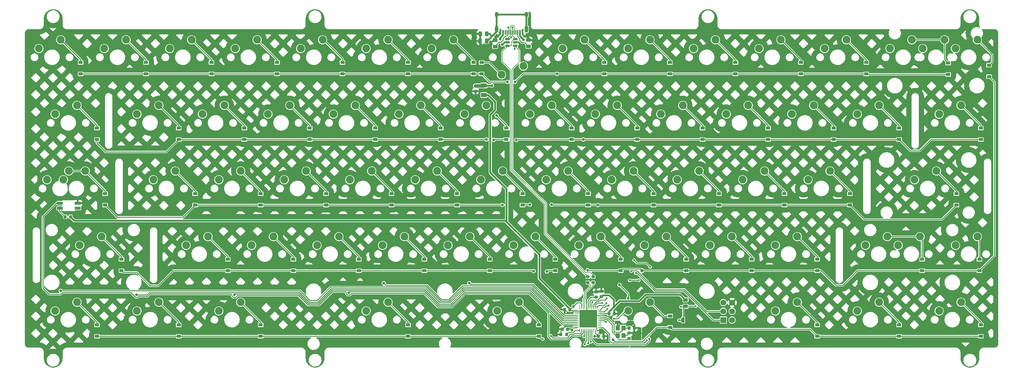
<source format=gbr>
%TF.GenerationSoftware,KiCad,Pcbnew,(6.0.4)*%
%TF.CreationDate,2022-05-28T14:43:12-04:00*%
%TF.ProjectId,keyboard,6b657962-6f61-4726-942e-6b696361645f,rev?*%
%TF.SameCoordinates,Original*%
%TF.FileFunction,Copper,L2,Bot*%
%TF.FilePolarity,Positive*%
%FSLAX46Y46*%
G04 Gerber Fmt 4.6, Leading zero omitted, Abs format (unit mm)*
G04 Created by KiCad (PCBNEW (6.0.4)) date 2022-05-28 14:43:12*
%MOMM*%
%LPD*%
G01*
G04 APERTURE LIST*
G04 Aperture macros list*
%AMRoundRect*
0 Rectangle with rounded corners*
0 $1 Rounding radius*
0 $2 $3 $4 $5 $6 $7 $8 $9 X,Y pos of 4 corners*
0 Add a 4 corners polygon primitive as box body*
4,1,4,$2,$3,$4,$5,$6,$7,$8,$9,$2,$3,0*
0 Add four circle primitives for the rounded corners*
1,1,$1+$1,$2,$3*
1,1,$1+$1,$4,$5*
1,1,$1+$1,$6,$7*
1,1,$1+$1,$8,$9*
0 Add four rect primitives between the rounded corners*
20,1,$1+$1,$2,$3,$4,$5,0*
20,1,$1+$1,$4,$5,$6,$7,0*
20,1,$1+$1,$6,$7,$8,$9,0*
20,1,$1+$1,$8,$9,$2,$3,0*%
%AMFreePoly0*
4,1,22,0.500000,-0.750000,0.000000,-0.750000,0.000000,-0.745033,-0.079941,-0.743568,-0.215256,-0.701293,-0.333266,-0.622738,-0.424486,-0.514219,-0.481581,-0.384460,-0.499164,-0.250000,-0.500000,-0.250000,-0.500000,0.250000,-0.499164,0.250000,-0.499963,0.256109,-0.478152,0.396186,-0.417904,0.524511,-0.324060,0.630769,-0.204165,0.706417,-0.067858,0.745374,0.000000,0.744959,0.000000,0.750000,
0.500000,0.750000,0.500000,-0.750000,0.500000,-0.750000,$1*%
%AMFreePoly1*
4,1,20,0.000000,0.744959,0.073905,0.744508,0.209726,0.703889,0.328688,0.626782,0.421226,0.519385,0.479903,0.390333,0.500000,0.250000,0.500000,-0.250000,0.499851,-0.262216,0.476331,-0.402017,0.414519,-0.529596,0.319384,-0.634700,0.198574,-0.708877,0.061801,-0.746166,0.000000,-0.745033,0.000000,-0.750000,-0.500000,-0.750000,-0.500000,0.750000,0.000000,0.750000,0.000000,0.744959,
0.000000,0.744959,$1*%
G04 Aperture macros list end*
%TA.AperFunction,SMDPad,CuDef*%
%ADD10FreePoly0,0.000000*%
%TD*%
%TA.AperFunction,SMDPad,CuDef*%
%ADD11FreePoly1,0.000000*%
%TD*%
%TA.AperFunction,ComponentPad*%
%ADD12C,2.250000*%
%TD*%
%TA.AperFunction,ComponentPad*%
%ADD13R,1.700000X1.700000*%
%TD*%
%TA.AperFunction,ComponentPad*%
%ADD14C,1.700000*%
%TD*%
%TA.AperFunction,SMDPad,CuDef*%
%ADD15RoundRect,0.225000X-0.225000X-0.250000X0.225000X-0.250000X0.225000X0.250000X-0.225000X0.250000X0*%
%TD*%
%TA.AperFunction,SMDPad,CuDef*%
%ADD16RoundRect,0.225000X0.225000X0.250000X-0.225000X0.250000X-0.225000X-0.250000X0.225000X-0.250000X0*%
%TD*%
%TA.AperFunction,SMDPad,CuDef*%
%ADD17RoundRect,0.225000X0.250000X-0.225000X0.250000X0.225000X-0.250000X0.225000X-0.250000X-0.225000X0*%
%TD*%
%TA.AperFunction,SMDPad,CuDef*%
%ADD18RoundRect,0.225000X-0.250000X0.225000X-0.250000X-0.225000X0.250000X-0.225000X0.250000X0.225000X0*%
%TD*%
%TA.AperFunction,SMDPad,CuDef*%
%ADD19RoundRect,0.250000X-0.450000X0.262500X-0.450000X-0.262500X0.450000X-0.262500X0.450000X0.262500X0*%
%TD*%
%TA.AperFunction,SMDPad,CuDef*%
%ADD20RoundRect,0.250000X0.450000X-0.262500X0.450000X0.262500X-0.450000X0.262500X-0.450000X-0.262500X0*%
%TD*%
%TA.AperFunction,SMDPad,CuDef*%
%ADD21RoundRect,0.200000X0.275000X-0.200000X0.275000X0.200000X-0.275000X0.200000X-0.275000X-0.200000X0*%
%TD*%
%TA.AperFunction,SMDPad,CuDef*%
%ADD22RoundRect,0.200000X-0.200000X-0.275000X0.200000X-0.275000X0.200000X0.275000X-0.200000X0.275000X0*%
%TD*%
%TA.AperFunction,SMDPad,CuDef*%
%ADD23RoundRect,0.250000X0.625000X-0.375000X0.625000X0.375000X-0.625000X0.375000X-0.625000X-0.375000X0*%
%TD*%
%TA.AperFunction,ComponentPad*%
%ADD24O,1.000000X2.100000*%
%TD*%
%TA.AperFunction,ComponentPad*%
%ADD25O,1.000000X1.600000*%
%TD*%
%TA.AperFunction,SMDPad,CuDef*%
%ADD26R,0.600000X1.450000*%
%TD*%
%TA.AperFunction,SMDPad,CuDef*%
%ADD27R,0.300000X1.450000*%
%TD*%
%TA.AperFunction,SMDPad,CuDef*%
%ADD28RoundRect,0.250000X-0.250000X-0.475000X0.250000X-0.475000X0.250000X0.475000X-0.250000X0.475000X0*%
%TD*%
%TA.AperFunction,SMDPad,CuDef*%
%ADD29RoundRect,0.250000X-0.262500X-0.450000X0.262500X-0.450000X0.262500X0.450000X-0.262500X0.450000X0*%
%TD*%
%TA.AperFunction,SMDPad,CuDef*%
%ADD30R,5.200000X5.200000*%
%TD*%
%TA.AperFunction,SMDPad,CuDef*%
%ADD31RoundRect,0.062500X-0.475000X0.062500X-0.475000X-0.062500X0.475000X-0.062500X0.475000X0.062500X0*%
%TD*%
%TA.AperFunction,SMDPad,CuDef*%
%ADD32RoundRect,0.062500X-0.062500X0.475000X-0.062500X-0.475000X0.062500X-0.475000X0.062500X0.475000X0*%
%TD*%
%TA.AperFunction,SMDPad,CuDef*%
%ADD33R,1.200000X1.400000*%
%TD*%
%TA.AperFunction,SMDPad,CuDef*%
%ADD34R,1.200000X0.900000*%
%TD*%
%TA.AperFunction,SMDPad,CuDef*%
%ADD35R,1.700000X0.820000*%
%TD*%
%TA.AperFunction,SMDPad,CuDef*%
%ADD36RoundRect,0.205000X0.645000X0.205000X-0.645000X0.205000X-0.645000X-0.205000X0.645000X-0.205000X0*%
%TD*%
%TA.AperFunction,SMDPad,CuDef*%
%ADD37RoundRect,0.150000X0.512500X0.150000X-0.512500X0.150000X-0.512500X-0.150000X0.512500X-0.150000X0*%
%TD*%
%TA.AperFunction,ViaPad*%
%ADD38C,0.609600*%
%TD*%
%TA.AperFunction,ViaPad*%
%ADD39C,0.812800*%
%TD*%
%TA.AperFunction,ViaPad*%
%ADD40C,0.800000*%
%TD*%
%TA.AperFunction,ViaPad*%
%ADD41C,1.016000*%
%TD*%
%TA.AperFunction,Conductor*%
%ADD42C,0.254000*%
%TD*%
%TA.AperFunction,Conductor*%
%ADD43C,0.250000*%
%TD*%
%TA.AperFunction,Conductor*%
%ADD44C,0.508000*%
%TD*%
%TA.AperFunction,Conductor*%
%ADD45C,1.016000*%
%TD*%
%TA.AperFunction,Conductor*%
%ADD46C,0.150000*%
%TD*%
G04 APERTURE END LIST*
D10*
%TO.P,JP1,1,1*%
%TO.N,RST*%
X192550000Y-85850000D03*
D11*
%TO.P,JP1,2,2*%
%TO.N,GND*%
X193850000Y-85850000D03*
%TD*%
D12*
%TO.P,K10,2,ROW*%
%TO.N,Net-(D9-Pad2)*%
X164040000Y-4445000D03*
%TO.P,K10,1,COL*%
%TO.N,col8*%
X157690000Y-6985000D03*
%TD*%
%TO.P,K29,2,ROW*%
%TO.N,Net-(D28-Pad2)*%
X273290000Y-23495000D03*
%TO.P,K29,1,COL*%
%TO.N,col13*%
X266940000Y-26035000D03*
%TD*%
%TO.P,K9,2,ROW*%
%TO.N,Net-(D8-Pad2)*%
X139960000Y-14605000D03*
%TO.P,K9,1,COL*%
%TO.N,col7*%
X146310000Y-12065000D03*
%TD*%
%TO.P,K2,2,ROW*%
%TO.N,Net-(D1-Pad2)*%
X12065000Y-4445000D03*
%TO.P,K2,1,COL*%
%TO.N,col0*%
X5715000Y-6985000D03*
%TD*%
%TO.P,K5,2,ROW*%
%TO.N,Net-(D4-Pad2)*%
X69040000Y-4445000D03*
%TO.P,K5,1,COL*%
%TO.N,col3*%
X62690000Y-6985000D03*
%TD*%
%TO.P,K11,2,ROW*%
%TO.N,Net-(D10-Pad2)*%
X183040000Y-4445000D03*
%TO.P,K11,1,COL*%
%TO.N,col9*%
X176690000Y-6985000D03*
%TD*%
%TO.P,MX2,2,ROW*%
%TO.N,Net-(D29-Pad2)*%
X19165000Y-42545000D03*
%TO.P,MX2,1,COL*%
%TO.N,col0*%
X12815000Y-45085000D03*
%TD*%
%TO.P,K54,2,ROW*%
%TO.N,Net-(D51-Pad2)*%
X206790000Y-61595000D03*
%TO.P,K54,1,COL*%
%TO.N,col9*%
X200440000Y-64135000D03*
%TD*%
%TO.P,K66,2,ROW*%
%TO.N,Net-(D62-Pad2)*%
X225790000Y-80645000D03*
%TO.P,K66,1,COL*%
%TO.N,col9*%
X219440000Y-83185000D03*
%TD*%
%TO.P,K35,2,ROW*%
%TO.N,Net-(D33-Pad2)*%
X102290000Y-42545000D03*
%TO.P,K35,1,COL*%
%TO.N,col4*%
X95940000Y-45085000D03*
%TD*%
%TO.P,K43,2,ROW*%
%TO.N,Net-(D41-Pad2)*%
X266165000Y-42545000D03*
%TO.P,K43,1,COL*%
%TO.N,col12*%
X259815000Y-45085000D03*
%TD*%
%TO.P,K16,2,ROW*%
%TO.N,Net-(D15-Pad2)*%
X16790000Y-23495000D03*
%TO.P,K16,1,COL*%
%TO.N,col0*%
X10440000Y-26035000D03*
%TD*%
%TO.P,K47,2,ROW*%
%TO.N,Net-(D44-Pad2)*%
X73790000Y-61595000D03*
%TO.P,K47,1,COL*%
%TO.N,col2*%
X67440000Y-64135000D03*
%TD*%
%TO.P,K63,2,ROW*%
%TO.N,Net-(D59-Pad2)*%
X107040000Y-80645000D03*
%TO.P,K63,1,COL*%
%TO.N,col3*%
X100690000Y-83185000D03*
%TD*%
%TO.P,K22,2,ROW*%
%TO.N,Net-(D21-Pad2)*%
X135540000Y-23495000D03*
%TO.P,K22,1,COL*%
%TO.N,col6*%
X129190000Y-26035000D03*
%TD*%
%TO.P,K26,2,ROW*%
%TO.N,Net-(D25-Pad2)*%
X211540000Y-23495000D03*
%TO.P,K26,1,COL*%
%TO.N,col10*%
X205190000Y-26035000D03*
%TD*%
%TO.P,K53,2,ROW*%
%TO.N,Net-(D50-Pad2)*%
X187790000Y-61595000D03*
%TO.P,K53,1,COL*%
%TO.N,col8*%
X181440000Y-64135000D03*
%TD*%
%TO.P,K15,2,ROW*%
%TO.N,Net-(D14-Pad2)*%
X259040000Y-4445000D03*
%TO.P,K15,1,COL*%
%TO.N,col13*%
X252690000Y-6985000D03*
%TD*%
%TO.P,K32,2,ROW*%
%TO.N,Net-(D30-Pad2)*%
X45290000Y-42545000D03*
%TO.P,K32,1,COL*%
%TO.N,col1*%
X38940000Y-45085000D03*
%TD*%
%TO.P,K65,2,ROW*%
%TO.N,Net-(D61-Pad2)*%
X183040000Y-80645000D03*
%TO.P,K65,1,COL*%
%TO.N,col7*%
X176690000Y-83185000D03*
%TD*%
%TO.P,K37,2,ROW*%
%TO.N,Net-(D35-Pad2)*%
X140290000Y-42545000D03*
%TO.P,K37,1,COL*%
%TO.N,col6*%
X133940000Y-45085000D03*
%TD*%
%TO.P,K24,2,ROW*%
%TO.N,Net-(D23-Pad2)*%
X173540000Y-23495000D03*
%TO.P,K24,1,COL*%
%TO.N,col8*%
X167190000Y-26035000D03*
%TD*%
%TO.P,K14,2,ROW*%
%TO.N,Net-(D13-Pad2)*%
X240040000Y-4445000D03*
%TO.P,K14,1,COL*%
%TO.N,col12*%
X233690000Y-6985000D03*
%TD*%
%TO.P,K52,2,ROW*%
%TO.N,Net-(D49-Pad2)*%
X168790000Y-61595000D03*
%TO.P,K52,1,COL*%
%TO.N,col7*%
X162440000Y-64135000D03*
%TD*%
%TO.P,K12,2,ROW*%
%TO.N,Net-(D11-Pad2)*%
X202040000Y-4445000D03*
%TO.P,K12,1,COL*%
%TO.N,col10*%
X195690000Y-6985000D03*
%TD*%
%TO.P,K39,2,ROW*%
%TO.N,Net-(D37-Pad2)*%
X178290000Y-42545000D03*
%TO.P,K39,1,COL*%
%TO.N,col8*%
X171940000Y-45085000D03*
%TD*%
%TO.P,K40,2,ROW*%
%TO.N,Net-(D38-Pad2)*%
X197290000Y-42545000D03*
%TO.P,K40,1,COL*%
%TO.N,col9*%
X190940000Y-45085000D03*
%TD*%
%TO.P,K61,2,ROW*%
%TO.N,Net-(D57-Pad2)*%
X40540000Y-80645000D03*
%TO.P,K61,1,COL*%
%TO.N,col1*%
X34190000Y-83185000D03*
%TD*%
%TO.P,K21,2,ROW*%
%TO.N,Net-(D20-Pad2)*%
X116540000Y-23495000D03*
%TO.P,K21,1,COL*%
%TO.N,col5*%
X110190000Y-26035000D03*
%TD*%
%TO.P,K46,2,ROW*%
%TO.N,Net-(D43-Pad2)*%
X54790000Y-61595000D03*
%TO.P,K46,1,COL*%
%TO.N,col1*%
X48440000Y-64135000D03*
%TD*%
%TO.P,K17,2,ROW*%
%TO.N,Net-(D16-Pad2)*%
X40540000Y-23495000D03*
%TO.P,K17,1,COL*%
%TO.N,col1*%
X34190000Y-26035000D03*
%TD*%
%TO.P,K28,2,ROW*%
%TO.N,Net-(D27-Pad2)*%
X249540000Y-23495000D03*
%TO.P,K28,1,COL*%
%TO.N,col12*%
X243190000Y-26035000D03*
%TD*%
%TO.P,K33,2,ROW*%
%TO.N,Net-(D31-Pad2)*%
X64290000Y-42545000D03*
%TO.P,K33,1,COL*%
%TO.N,col2*%
X57940000Y-45085000D03*
%TD*%
%TO.P,K57,2,ROW*%
%TO.N,Net-(D54-Pad2)*%
X278040000Y-61595000D03*
%TO.P,K57,1,COL*%
%TO.N,col12*%
X271690000Y-64135000D03*
%TD*%
%TO.P,K20,2,ROW*%
%TO.N,Net-(D19-Pad2)*%
X97540000Y-23495000D03*
%TO.P,K20,1,COL*%
%TO.N,col4*%
X91190000Y-26035000D03*
%TD*%
%TO.P,K48,2,ROW*%
%TO.N,Net-(D45-Pad2)*%
X92790000Y-61595000D03*
%TO.P,K48,1,COL*%
%TO.N,col3*%
X86440000Y-64135000D03*
%TD*%
%TO.P,K44,2,ROW*%
%TO.N,Net-(D53-Pad2)*%
X251915000Y-61595000D03*
%TO.P,K44,1,COL*%
%TO.N,col11*%
X245565000Y-64135000D03*
%TD*%
%TO.P,K42,2,ROW*%
%TO.N,Net-(D40-Pad2)*%
X235290000Y-42545000D03*
%TO.P,K42,1,COL*%
%TO.N,col11*%
X228940000Y-45085000D03*
%TD*%
%TO.P,K19,2,ROW*%
%TO.N,Net-(D18-Pad2)*%
X78540000Y-23495000D03*
%TO.P,K19,1,COL*%
%TO.N,col3*%
X72190000Y-26035000D03*
%TD*%
%TO.P,K3,2,ROW*%
%TO.N,Net-(D2-Pad2)*%
X31040000Y-4445000D03*
%TO.P,K3,1,COL*%
%TO.N,col1*%
X24690000Y-6985000D03*
%TD*%
%TO.P,K4,2,ROW*%
%TO.N,Net-(D3-Pad2)*%
X50040000Y-4445000D03*
%TO.P,K4,1,COL*%
%TO.N,col2*%
X43690000Y-6985000D03*
%TD*%
%TO.P,K56,2,ROW*%
%TO.N,Net-(D53-Pad2)*%
X261415000Y-61595000D03*
%TO.P,K56,1,COL*%
%TO.N,col11*%
X255065000Y-64135000D03*
%TD*%
%TO.P,K36,2,ROW*%
%TO.N,Net-(D34-Pad2)*%
X121290000Y-42545000D03*
%TO.P,K36,1,COL*%
%TO.N,col5*%
X114940000Y-45085000D03*
%TD*%
%TO.P,K18,2,ROW*%
%TO.N,Net-(D17-Pad2)*%
X59540000Y-23495000D03*
%TO.P,K18,1,COL*%
%TO.N,col2*%
X53190000Y-26035000D03*
%TD*%
%TO.P,K38,2,ROW*%
%TO.N,Net-(D36-Pad2)*%
X159290000Y-42545000D03*
%TO.P,K38,1,COL*%
%TO.N,col7*%
X152940000Y-45085000D03*
%TD*%
%TO.P,K51,2,ROW*%
%TO.N,Net-(D48-Pad2)*%
X149790000Y-61595000D03*
%TO.P,K51,1,COL*%
%TO.N,col6*%
X143440000Y-64135000D03*
%TD*%
%TO.P,K59,2,ROW*%
%TO.N,Net-(D60-Pad2)*%
X145040000Y-80645000D03*
%TO.P,K59,1,COL*%
%TO.N,col5*%
X138690000Y-83185000D03*
%TD*%
%TO.P,K68,2,ROW*%
%TO.N,Net-(D64-Pad2)*%
X273290000Y-80645000D03*
%TO.P,K68,1,COL*%
%TO.N,col12*%
X266940000Y-83185000D03*
%TD*%
%TO.P,MX1,2,ROW*%
%TO.N,Net-(D29-Pad2)*%
X14415000Y-42545000D03*
%TO.P,MX1,1,COL*%
%TO.N,col0*%
X8065000Y-45085000D03*
%TD*%
%TO.P,K6,2,ROW*%
%TO.N,Net-(D5-Pad2)*%
X88040000Y-4445000D03*
%TO.P,K6,1,COL*%
%TO.N,col4*%
X81690000Y-6985000D03*
%TD*%
%TO.P,K13,2,ROW*%
%TO.N,Net-(D12-Pad2)*%
X221040000Y-4445000D03*
%TO.P,K13,1,COL*%
%TO.N,col11*%
X214690000Y-6985000D03*
%TD*%
%TO.P,K34,2,ROW*%
%TO.N,Net-(D32-Pad2)*%
X83290000Y-42545000D03*
%TO.P,K34,1,COL*%
%TO.N,col3*%
X76940000Y-45085000D03*
%TD*%
%TO.P,K8,2,ROW*%
%TO.N,Net-(D7-Pad2)*%
X126040000Y-4445000D03*
%TO.P,K8,1,COL*%
%TO.N,col6*%
X119690000Y-6985000D03*
%TD*%
%TO.P,K7,2,ROW*%
%TO.N,Net-(D6-Pad2)*%
X107040000Y-4445000D03*
%TO.P,K7,1,COL*%
%TO.N,col5*%
X100690000Y-6985000D03*
%TD*%
%TO.P,K27,2,ROW*%
%TO.N,Net-(D26-Pad2)*%
X230540000Y-23495000D03*
%TO.P,K27,1,COL*%
%TO.N,col11*%
X224190000Y-26035000D03*
%TD*%
%TO.P,K1,2,ROW*%
%TO.N,Net-(D14-Pad2)*%
X268540000Y-4445000D03*
%TO.P,K1,1,COL*%
%TO.N,col13*%
X262190000Y-6985000D03*
%TD*%
%TO.P,K58,2,ROW*%
%TO.N,Net-(D55-Pad2)*%
X278040000Y-4445000D03*
%TO.P,K58,1,COL*%
%TO.N,col13*%
X271690000Y-6985000D03*
%TD*%
%TO.P,K50,2,ROW*%
%TO.N,Net-(D47-Pad2)*%
X130790000Y-61595000D03*
%TO.P,K50,1,COL*%
%TO.N,col5*%
X124440000Y-64135000D03*
%TD*%
%TO.P,K62,2,ROW*%
%TO.N,Net-(D58-Pad2)*%
X64290000Y-80645000D03*
%TO.P,K62,1,COL*%
%TO.N,col2*%
X57940000Y-83185000D03*
%TD*%
%TO.P,K41,2,ROW*%
%TO.N,Net-(D39-Pad2)*%
X216290000Y-42545000D03*
%TO.P,K41,1,COL*%
%TO.N,col10*%
X209940000Y-45085000D03*
%TD*%
%TO.P,K60,2,ROW*%
%TO.N,Net-(D56-Pad2)*%
X16790000Y-80645000D03*
%TO.P,K60,1,COL*%
%TO.N,col0*%
X10440000Y-83185000D03*
%TD*%
%TO.P,K45,2,ROW*%
%TO.N,Net-(D42-Pad2)*%
X23915000Y-61595000D03*
%TO.P,K45,1,COL*%
%TO.N,col0*%
X17565000Y-64135000D03*
%TD*%
%TO.P,K25,2,ROW*%
%TO.N,Net-(D24-Pad2)*%
X192540000Y-23495000D03*
%TO.P,K25,1,COL*%
%TO.N,col9*%
X186190000Y-26035000D03*
%TD*%
%TO.P,K23,2,ROW*%
%TO.N,Net-(D22-Pad2)*%
X154540000Y-23495000D03*
%TO.P,K23,1,COL*%
%TO.N,col7*%
X148190000Y-26035000D03*
%TD*%
%TO.P,K67,2,ROW*%
%TO.N,Net-(D63-Pad2)*%
X249540000Y-80645000D03*
%TO.P,K67,1,COL*%
%TO.N,col11*%
X243190000Y-83185000D03*
%TD*%
%TO.P,K55,2,ROW*%
%TO.N,Net-(D52-Pad2)*%
X225790000Y-61595000D03*
%TO.P,K55,1,COL*%
%TO.N,col10*%
X219440000Y-64135000D03*
%TD*%
%TO.P,K49,2,ROW*%
%TO.N,Net-(D46-Pad2)*%
X111790000Y-61595000D03*
%TO.P,K49,1,COL*%
%TO.N,col4*%
X105440000Y-64135000D03*
%TD*%
D13*
%TO.P,J2,1,MISO*%
%TO.N,MISO*%
X204334200Y-85840000D03*
D14*
%TO.P,J2,2,VCC*%
%TO.N,VCC*%
X206874200Y-85840000D03*
%TO.P,J2,3,SCK*%
%TO.N,SCK*%
X204334200Y-83300000D03*
%TO.P,J2,4,MOSI*%
%TO.N,MOSI*%
X206874200Y-83300000D03*
%TO.P,J2,5,~{RST}*%
%TO.N,RST*%
X204334200Y-80760000D03*
%TO.P,J2,6,GND*%
%TO.N,GND*%
X206874200Y-80760000D03*
%TD*%
D15*
%TO.P,C1,1*%
%TO.N,VCC*%
X171125000Y-84000000D03*
%TO.P,C1,2*%
%TO.N,GND*%
X172675000Y-84000000D03*
%TD*%
%TO.P,C2,1*%
%TO.N,VCC*%
X168075000Y-90550000D03*
%TO.P,C2,2*%
%TO.N,GND*%
X169625000Y-90550000D03*
%TD*%
D16*
%TO.P,C4,1*%
%TO.N,VCC*%
X159825000Y-82850000D03*
%TO.P,C4,2*%
%TO.N,GND*%
X158275000Y-82850000D03*
%TD*%
D17*
%TO.P,C5,1*%
%TO.N,Net-(C5-Pad1)*%
X167400000Y-79175000D03*
%TO.P,C5,2*%
%TO.N,GND*%
X167400000Y-77625000D03*
%TD*%
D18*
%TO.P,C6,1*%
%TO.N,GND*%
X177000000Y-89625000D03*
%TO.P,C6,2*%
%TO.N,Net-(C6-Pad2)*%
X177000000Y-91175000D03*
%TD*%
D15*
%TO.P,C7,1*%
%TO.N,Net-(C7-Pad1)*%
X176975000Y-88150000D03*
%TO.P,C7,2*%
%TO.N,GND*%
X178525000Y-88150000D03*
%TD*%
D18*
%TO.P,C8,1*%
%TO.N,VBUS*%
X132411600Y-17842400D03*
%TO.P,C8,2*%
%TO.N,GND*%
X132411600Y-19392400D03*
%TD*%
D19*
%TO.P,R1,1*%
%TO.N,GND*%
X138100000Y-4587500D03*
%TO.P,R1,2*%
%TO.N,Net-(J1-PadA5)*%
X138100000Y-6412500D03*
%TD*%
D20*
%TO.P,R2,1*%
%TO.N,Net-(J1-PadB5)*%
X147800000Y-6362500D03*
%TO.P,R2,2*%
%TO.N,GND*%
X147800000Y-4537500D03*
%TD*%
D21*
%TO.P,R3,1*%
%TO.N,/DR+*%
X166550000Y-74925000D03*
%TO.P,R3,2*%
%TO.N,D+*%
X166550000Y-73275000D03*
%TD*%
D22*
%TO.P,R5,1*%
%TO.N,GND*%
X157175000Y-90000000D03*
%TO.P,R5,2*%
%TO.N,Net-(R5-Pad2)*%
X158825000Y-90000000D03*
%TD*%
D20*
%TO.P,R6,1*%
%TO.N,RST*%
X193345698Y-81812500D03*
%TO.P,R6,2*%
%TO.N,VCC*%
X193345698Y-79987500D03*
%TD*%
D23*
%TO.P,F1,1*%
%TO.N,VCC*%
X134850000Y-20500000D03*
%TO.P,F1,2*%
%TO.N,VBUS*%
X134850000Y-17700000D03*
%TD*%
D21*
%TO.P,R4,1*%
%TO.N,/DR-*%
X165000000Y-74925000D03*
%TO.P,R4,2*%
%TO.N,D-*%
X165000000Y-73275000D03*
%TD*%
D24*
%TO.P,J1,S1,SHIELD*%
%TO.N,GNDREF*%
X138550000Y-1340000D03*
D25*
X138550000Y2840000D03*
X147190000Y2840000D03*
D24*
X147190000Y-1340000D03*
D26*
%TO.P,J1,B12,GND*%
%TO.N,GND*%
X139620000Y-2255000D03*
%TO.P,J1,B9,VBUS*%
%TO.N,VBUS*%
X140420000Y-2255000D03*
D27*
%TO.P,J1,B8,SBU2*%
%TO.N,unconnected-(J1-PadB8)*%
X141120000Y-2255000D03*
%TO.P,J1,B7,D-*%
%TO.N,D-*%
X142120000Y-2255000D03*
%TO.P,J1,B6,D+*%
%TO.N,D+*%
X143620000Y-2255000D03*
%TO.P,J1,B5,CC2*%
%TO.N,Net-(J1-PadB5)*%
X144620000Y-2255000D03*
D26*
%TO.P,J1,B4,VBUS*%
%TO.N,VBUS*%
X145320000Y-2255000D03*
%TO.P,J1,B1,GND*%
%TO.N,GND*%
X146120000Y-2255000D03*
%TO.P,J1,A12,GND*%
X146120000Y-2255000D03*
%TO.P,J1,A9,VBUS*%
%TO.N,VBUS*%
X145320000Y-2255000D03*
D27*
%TO.P,J1,A8,SBU1*%
%TO.N,unconnected-(J1-PadA8)*%
X144120000Y-2255000D03*
%TO.P,J1,A7,D-*%
%TO.N,D-*%
X143120000Y-2255000D03*
%TO.P,J1,A6,D+*%
%TO.N,D+*%
X142620000Y-2255000D03*
%TO.P,J1,A5,CC1*%
%TO.N,Net-(J1-PadA5)*%
X141620000Y-2255000D03*
D26*
%TO.P,J1,A4,VBUS*%
%TO.N,VBUS*%
X140420000Y-2255000D03*
%TO.P,J1,A1,GND*%
%TO.N,GND*%
X139620000Y-2255000D03*
%TD*%
D28*
%TO.P,C9,1*%
%TO.N,GND*%
X133750000Y-4800000D03*
%TO.P,C9,2*%
%TO.N,GNDREF*%
X135650000Y-4800000D03*
%TD*%
D29*
%TO.P,R7,1*%
%TO.N,GND*%
X133800000Y-2750000D03*
%TO.P,R7,2*%
%TO.N,GNDREF*%
X135625000Y-2750000D03*
%TD*%
D30*
%TO.P,U3,45,GND*%
%TO.N,GND*%
X165150000Y-85450000D03*
D31*
%TO.P,U3,44,AVCC*%
%TO.N,VCC*%
X161812500Y-82950000D03*
%TO.P,U3,43,GND*%
%TO.N,GND*%
X161812500Y-83450000D03*
%TO.P,U3,42,AREF*%
%TO.N,unconnected-(U3-Pad42)*%
X161812500Y-83950000D03*
%TO.P,U3,41,PF0*%
%TO.N,col5*%
X161812500Y-84450000D03*
%TO.P,U3,40,PF1*%
%TO.N,col4*%
X161812500Y-84950000D03*
%TO.P,U3,39,PF4*%
%TO.N,col0*%
X161812500Y-85450000D03*
%TO.P,U3,38,PF5*%
%TO.N,col1*%
X161812500Y-85950000D03*
%TO.P,U3,37,PF6*%
%TO.N,col2*%
X161812500Y-86450000D03*
%TO.P,U3,36,PF7*%
%TO.N,col3*%
X161812500Y-86950000D03*
%TO.P,U3,35,GND*%
%TO.N,GND*%
X161812500Y-87450000D03*
%TO.P,U3,34,VCC*%
%TO.N,VCC*%
X161812500Y-87950000D03*
D32*
%TO.P,U3,33,~{HWB}/PE2*%
%TO.N,Net-(R5-Pad2)*%
X162650000Y-88787500D03*
%TO.P,U3,32,PC7*%
%TO.N,col6*%
X163150000Y-88787500D03*
%TO.P,U3,31,PC6*%
%TO.N,RGBIN*%
X163650000Y-88787500D03*
%TO.P,U3,30,PB6*%
%TO.N,row4*%
X164150000Y-88787500D03*
%TO.P,U3,29,PB5*%
%TO.N,col13*%
X164650000Y-88787500D03*
%TO.P,U3,28,PB4*%
%TO.N,col12*%
X165150000Y-88787500D03*
%TO.P,U3,27,PD7*%
%TO.N,col11*%
X165650000Y-88787500D03*
%TO.P,U3,26,PD6*%
%TO.N,col9*%
X166150000Y-88787500D03*
%TO.P,U3,25,PD4*%
%TO.N,unconnected-(U3-Pad25)*%
X166650000Y-88787500D03*
%TO.P,U3,24,AVCC*%
%TO.N,VCC*%
X167150000Y-88787500D03*
%TO.P,U3,23,GND*%
%TO.N,GND*%
X167650000Y-88787500D03*
D31*
%TO.P,U3,22,PD5*%
%TO.N,col10*%
X168487500Y-87950000D03*
%TO.P,U3,21,PD3*%
%TO.N,unconnected-(U3-Pad21)*%
X168487500Y-87450000D03*
%TO.P,U3,20,PD2*%
%TO.N,unconnected-(U3-Pad20)*%
X168487500Y-86950000D03*
%TO.P,U3,19,PD1*%
%TO.N,unconnected-(U3-Pad19)*%
X168487500Y-86450000D03*
%TO.P,U3,18,PD0*%
%TO.N,col7*%
X168487500Y-85950000D03*
%TO.P,U3,17,XTAL1*%
%TO.N,Net-(C6-Pad2)*%
X168487500Y-85450000D03*
%TO.P,U3,16,XTAL2*%
%TO.N,Net-(C7-Pad1)*%
X168487500Y-84950000D03*
%TO.P,U3,15,GND*%
%TO.N,GND*%
X168487500Y-84450000D03*
%TO.P,U3,14,VCC*%
%TO.N,VCC*%
X168487500Y-83950000D03*
%TO.P,U3,13,~{RESET}*%
%TO.N,RST*%
X168487500Y-83450000D03*
%TO.P,U3,12,PB7*%
%TO.N,row3*%
X168487500Y-82950000D03*
D32*
%TO.P,U3,11,PB3*%
%TO.N,MISO*%
X167650000Y-82112500D03*
%TO.P,U3,10,PB2*%
%TO.N,MOSI*%
X167150000Y-82112500D03*
%TO.P,U3,9,PB1*%
%TO.N,SCK*%
X166650000Y-82112500D03*
%TO.P,U3,8,PB0*%
%TO.N,col8*%
X166150000Y-82112500D03*
%TO.P,U3,7,VBUS*%
%TO.N,VCC*%
X165650000Y-82112500D03*
%TO.P,U3,6,UCAP*%
%TO.N,Net-(C5-Pad1)*%
X165150000Y-82112500D03*
%TO.P,U3,5,UGND*%
%TO.N,GND*%
X164650000Y-82112500D03*
%TO.P,U3,4,D+*%
%TO.N,/DR+*%
X164150000Y-82112500D03*
%TO.P,U3,3,D-*%
%TO.N,/DR-*%
X163650000Y-82112500D03*
%TO.P,U3,2,UVCC*%
%TO.N,VCC*%
X163150000Y-82112500D03*
%TO.P,U3,1,PE6*%
%TO.N,unconnected-(U3-Pad1)*%
X162650000Y-82112500D03*
%TD*%
D33*
%TO.P,Y1,1,1*%
%TO.N,Net-(C7-Pad1)*%
X175350000Y-88150000D03*
%TO.P,Y1,2,2*%
%TO.N,GND*%
X175350000Y-90350000D03*
%TO.P,Y1,3,3*%
%TO.N,Net-(C6-Pad2)*%
X173650000Y-90350000D03*
%TO.P,Y1,4,4*%
%TO.N,GND*%
X173650000Y-88150000D03*
%TD*%
D34*
%TO.P,D55,1,K*%
%TO.N,row3*%
X281437500Y-15143750D03*
%TO.P,D55,2,A*%
%TO.N,Net-(D55-Pad2)*%
X281437500Y-11843750D03*
%TD*%
%TO.P,D30,1,K*%
%TO.N,SCK*%
X51062500Y-52450000D03*
%TO.P,D30,2,A*%
%TO.N,Net-(D30-Pad2)*%
X51062500Y-49150000D03*
%TD*%
%TO.P,D33,1,K*%
%TO.N,SCK*%
X108062500Y-52450000D03*
%TO.P,D33,2,A*%
%TO.N,Net-(D33-Pad2)*%
X108062500Y-49150000D03*
%TD*%
%TO.P,D25,1,K*%
%TO.N,MOSI*%
X217312500Y-33400000D03*
%TO.P,D25,2,A*%
%TO.N,Net-(D25-Pad2)*%
X217312500Y-30100000D03*
%TD*%
%TO.P,D7,1,K*%
%TO.N,MISO*%
X131812500Y-14350000D03*
%TO.P,D7,2,A*%
%TO.N,Net-(D7-Pad2)*%
X131812500Y-11050000D03*
%TD*%
%TO.P,D15,1,K*%
%TO.N,MOSI*%
X22562500Y-33400000D03*
%TO.P,D15,2,A*%
%TO.N,Net-(D15-Pad2)*%
X22562500Y-30100000D03*
%TD*%
%TO.P,D38,1,K*%
%TO.N,SCK*%
X203062500Y-52450000D03*
%TO.P,D38,2,A*%
%TO.N,Net-(D38-Pad2)*%
X203062500Y-49150000D03*
%TD*%
%TO.P,D48,1,K*%
%TO.N,row3*%
X155562500Y-71500000D03*
%TO.P,D48,2,A*%
%TO.N,Net-(D48-Pad2)*%
X155562500Y-68200000D03*
%TD*%
%TO.P,D14,1,K*%
%TO.N,MISO*%
X269562500Y-14518750D03*
%TO.P,D14,2,A*%
%TO.N,Net-(D14-Pad2)*%
X269562500Y-11218750D03*
%TD*%
%TO.P,D45,1,K*%
%TO.N,row3*%
X98562500Y-71500000D03*
%TO.P,D45,2,A*%
%TO.N,Net-(D45-Pad2)*%
X98562500Y-68200000D03*
%TD*%
%TO.P,D16,1,K*%
%TO.N,MOSI*%
X46312500Y-33400000D03*
%TO.P,D16,2,A*%
%TO.N,Net-(D16-Pad2)*%
X46312500Y-30100000D03*
%TD*%
%TO.P,D51,1,K*%
%TO.N,row3*%
X212562500Y-71500000D03*
%TO.P,D51,2,A*%
%TO.N,Net-(D51-Pad2)*%
X212562500Y-68200000D03*
%TD*%
%TO.P,D46,1,K*%
%TO.N,row3*%
X117562500Y-71500000D03*
%TO.P,D46,2,A*%
%TO.N,Net-(D46-Pad2)*%
X117562500Y-68200000D03*
%TD*%
%TO.P,D22,1,K*%
%TO.N,MOSI*%
X160312500Y-33400000D03*
%TO.P,D22,2,A*%
%TO.N,Net-(D22-Pad2)*%
X160312500Y-30100000D03*
%TD*%
%TO.P,D64,1,K*%
%TO.N,row4*%
X279062500Y-90550000D03*
%TO.P,D64,2,A*%
%TO.N,Net-(D64-Pad2)*%
X279062500Y-87250000D03*
%TD*%
%TO.P,D21,1,K*%
%TO.N,MOSI*%
X141312500Y-33400000D03*
%TO.P,D21,2,A*%
%TO.N,Net-(D21-Pad2)*%
X141312500Y-30100000D03*
%TD*%
%TO.P,D43,1,K*%
%TO.N,row3*%
X60562500Y-71500000D03*
%TO.P,D43,2,A*%
%TO.N,Net-(D43-Pad2)*%
X60562500Y-68200000D03*
%TD*%
%TO.P,D56,1,K*%
%TO.N,row4*%
X22562500Y-90550000D03*
%TO.P,D56,2,A*%
%TO.N,Net-(D56-Pad2)*%
X22562500Y-87250000D03*
%TD*%
%TO.P,D8,1,K*%
%TO.N,MISO*%
X134187500Y-14350000D03*
%TO.P,D8,2,A*%
%TO.N,Net-(D8-Pad2)*%
X134187500Y-11050000D03*
%TD*%
D15*
%TO.P,C3,1*%
%TO.N,Net-(C3-Pad1)*%
X13350000Y-55850000D03*
%TO.P,C3,2*%
%TO.N,VCC*%
X14900000Y-55850000D03*
%TD*%
D34*
%TO.P,D37,1,K*%
%TO.N,SCK*%
X184062500Y-52450000D03*
%TO.P,D37,2,A*%
%TO.N,Net-(D37-Pad2)*%
X184062500Y-49150000D03*
%TD*%
%TO.P,D18,1,K*%
%TO.N,MOSI*%
X84312500Y-33400000D03*
%TO.P,D18,2,A*%
%TO.N,Net-(D18-Pad2)*%
X84312500Y-30100000D03*
%TD*%
%TO.P,D13,1,K*%
%TO.N,MISO*%
X245812500Y-14350000D03*
%TO.P,D13,2,A*%
%TO.N,Net-(D13-Pad2)*%
X245812500Y-11050000D03*
%TD*%
%TO.P,D35,1,K*%
%TO.N,SCK*%
X146062500Y-52450000D03*
%TO.P,D35,2,A*%
%TO.N,Net-(D35-Pad2)*%
X146062500Y-49150000D03*
%TD*%
D17*
%TO.P,C10,1*%
%TO.N,VCC*%
X168900000Y-79025000D03*
%TO.P,C10,2*%
%TO.N,GND*%
X168900000Y-77475000D03*
%TD*%
D34*
%TO.P,D19,1,K*%
%TO.N,MOSI*%
X103312500Y-33400000D03*
%TO.P,D19,2,A*%
%TO.N,Net-(D19-Pad2)*%
X103312500Y-30100000D03*
%TD*%
%TO.P,D50,1,K*%
%TO.N,row3*%
X193562500Y-71500000D03*
%TO.P,D50,2,A*%
%TO.N,Net-(D50-Pad2)*%
X193562500Y-68200000D03*
%TD*%
%TO.P,D4,1,K*%
%TO.N,MISO*%
X74812500Y-14350000D03*
%TO.P,D4,2,A*%
%TO.N,Net-(D4-Pad2)*%
X74812500Y-11050000D03*
%TD*%
D35*
%TO.P,D65,1,DOUT*%
%TO.N,unconnected-(D65-Pad1)*%
X16925000Y-53375000D03*
%TO.P,D65,2,VSS*%
%TO.N,GND*%
X16925000Y-51875000D03*
D36*
%TO.P,D65,3,DIN*%
%TO.N,RGBIN*%
X11825000Y-51875000D03*
D35*
%TO.P,D65,4,VDD*%
%TO.N,Net-(C3-Pad1)*%
X11825000Y-53375000D03*
%TD*%
D34*
%TO.P,D11,1,K*%
%TO.N,MISO*%
X207812500Y-14350000D03*
%TO.P,D11,2,A*%
%TO.N,Net-(D11-Pad2)*%
X207812500Y-11050000D03*
%TD*%
%TO.P,D1,1,K*%
%TO.N,MISO*%
X17812500Y-14350000D03*
%TO.P,D1,2,A*%
%TO.N,Net-(D1-Pad2)*%
X17812500Y-11050000D03*
%TD*%
%TO.P,D10,1,K*%
%TO.N,MISO*%
X188812500Y-14350000D03*
%TO.P,D10,2,A*%
%TO.N,Net-(D10-Pad2)*%
X188812500Y-11050000D03*
%TD*%
%TO.P,D24,1,K*%
%TO.N,MOSI*%
X198312500Y-33400000D03*
%TO.P,D24,2,A*%
%TO.N,Net-(D24-Pad2)*%
X198312500Y-30100000D03*
%TD*%
%TO.P,D62,1,K*%
%TO.N,row4*%
X231562500Y-90550000D03*
%TO.P,D62,2,A*%
%TO.N,Net-(D62-Pad2)*%
X231562500Y-87250000D03*
%TD*%
%TO.P,D20,1,K*%
%TO.N,MOSI*%
X122312500Y-33400000D03*
%TO.P,D20,2,A*%
%TO.N,Net-(D20-Pad2)*%
X122312500Y-30100000D03*
%TD*%
%TO.P,D32,1,K*%
%TO.N,SCK*%
X89062500Y-52450000D03*
%TO.P,D32,2,A*%
%TO.N,Net-(D32-Pad2)*%
X89062500Y-49150000D03*
%TD*%
%TO.P,D2,1,K*%
%TO.N,MISO*%
X36812500Y-14350000D03*
%TO.P,D2,2,A*%
%TO.N,Net-(D2-Pad2)*%
X36812500Y-11050000D03*
%TD*%
%TO.P,D36,1,K*%
%TO.N,SCK*%
X165062500Y-52450000D03*
%TO.P,D36,2,A*%
%TO.N,Net-(D36-Pad2)*%
X165062500Y-49150000D03*
%TD*%
%TO.P,D54,1,K*%
%TO.N,row3*%
X278625000Y-71500000D03*
%TO.P,D54,2,A*%
%TO.N,Net-(D54-Pad2)*%
X278625000Y-68200000D03*
%TD*%
%TO.P,D40,1,K*%
%TO.N,SCK*%
X241062500Y-52450000D03*
%TO.P,D40,2,A*%
%TO.N,Net-(D40-Pad2)*%
X241062500Y-49150000D03*
%TD*%
%TO.P,D3,1,K*%
%TO.N,MISO*%
X55812500Y-14350000D03*
%TO.P,D3,2,A*%
%TO.N,Net-(D3-Pad2)*%
X55812500Y-11050000D03*
%TD*%
%TO.P,D52,1,K*%
%TO.N,row3*%
X231562500Y-71500000D03*
%TO.P,D52,2,A*%
%TO.N,Net-(D52-Pad2)*%
X231562500Y-68200000D03*
%TD*%
%TO.P,D57,1,K*%
%TO.N,row4*%
X46312500Y-90550000D03*
%TO.P,D57,2,A*%
%TO.N,Net-(D57-Pad2)*%
X46312500Y-87250000D03*
%TD*%
%TO.P,D6,1,K*%
%TO.N,MISO*%
X112812500Y-14350000D03*
%TO.P,D6,2,A*%
%TO.N,Net-(D6-Pad2)*%
X112812500Y-11050000D03*
%TD*%
%TO.P,D5,1,K*%
%TO.N,MISO*%
X93812500Y-14350000D03*
%TO.P,D5,2,A*%
%TO.N,Net-(D5-Pad2)*%
X93812500Y-11050000D03*
%TD*%
%TO.P,D9,1,K*%
%TO.N,MISO*%
X169812500Y-14350000D03*
%TO.P,D9,2,A*%
%TO.N,Net-(D9-Pad2)*%
X169812500Y-11050000D03*
%TD*%
%TO.P,D29,1,K*%
%TO.N,SCK*%
X24937500Y-52450000D03*
%TO.P,D29,2,A*%
%TO.N,Net-(D29-Pad2)*%
X24937500Y-49150000D03*
%TD*%
%TO.P,D60,1,K*%
%TO.N,row4*%
X150812500Y-90550000D03*
%TO.P,D60,2,A*%
%TO.N,Net-(D60-Pad2)*%
X150812500Y-87250000D03*
%TD*%
%TO.P,D58,1,K*%
%TO.N,row4*%
X70062500Y-90550000D03*
%TO.P,D58,2,A*%
%TO.N,Net-(D58-Pad2)*%
X70062500Y-87250000D03*
%TD*%
%TO.P,D44,1,K*%
%TO.N,row3*%
X79562500Y-71500000D03*
%TO.P,D44,2,A*%
%TO.N,Net-(D44-Pad2)*%
X79562500Y-68200000D03*
%TD*%
%TO.P,D63,1,K*%
%TO.N,row4*%
X255312500Y-90550000D03*
%TO.P,D63,2,A*%
%TO.N,Net-(D63-Pad2)*%
X255312500Y-87250000D03*
%TD*%
%TO.P,D41,1,K*%
%TO.N,SCK*%
X271937500Y-52450000D03*
%TO.P,D41,2,A*%
%TO.N,Net-(D41-Pad2)*%
X271937500Y-49150000D03*
%TD*%
%TO.P,D23,1,K*%
%TO.N,MOSI*%
X179312500Y-33400000D03*
%TO.P,D23,2,A*%
%TO.N,Net-(D23-Pad2)*%
X179312500Y-30100000D03*
%TD*%
D37*
%TO.P,U1,1,IO1*%
%TO.N,D-*%
X143987500Y-4250000D03*
%TO.P,U1,2,VN*%
%TO.N,GND*%
X143987500Y-5200000D03*
%TO.P,U1,3,IO2*%
%TO.N,D+*%
X143987500Y-6150000D03*
%TO.P,U1,4,IO3*%
%TO.N,D-*%
X141712500Y-6150000D03*
%TO.P,U1,5,VP*%
%TO.N,VBUS*%
X141712500Y-5200000D03*
%TO.P,U1,6,IO4*%
%TO.N,D+*%
X141712500Y-4250000D03*
%TD*%
D34*
%TO.P,D59,1,K*%
%TO.N,row4*%
X112812500Y-90550000D03*
%TO.P,D59,2,A*%
%TO.N,Net-(D59-Pad2)*%
X112812500Y-87250000D03*
%TD*%
D16*
%TO.P,C11,1*%
%TO.N,VCC*%
X159125000Y-88500000D03*
%TO.P,C11,2*%
%TO.N,GND*%
X157575000Y-88500000D03*
%TD*%
D34*
%TO.P,D47,1,K*%
%TO.N,row3*%
X136562500Y-71500000D03*
%TO.P,D47,2,A*%
%TO.N,Net-(D47-Pad2)*%
X136562500Y-68200000D03*
%TD*%
%TO.P,D39,1,K*%
%TO.N,SCK*%
X222062500Y-52450000D03*
%TO.P,D39,2,A*%
%TO.N,Net-(D39-Pad2)*%
X222062500Y-49150000D03*
%TD*%
%TO.P,D49,1,K*%
%TO.N,row3*%
X174562500Y-71500000D03*
%TO.P,D49,2,A*%
%TO.N,Net-(D49-Pad2)*%
X174562500Y-68200000D03*
%TD*%
%TO.P,D27,1,K*%
%TO.N,MOSI*%
X255312500Y-33400000D03*
%TO.P,D27,2,A*%
%TO.N,Net-(D27-Pad2)*%
X255312500Y-30100000D03*
%TD*%
%TO.P,D42,1,K*%
%TO.N,row3*%
X29687500Y-71500000D03*
%TO.P,D42,2,A*%
%TO.N,Net-(D42-Pad2)*%
X29687500Y-68200000D03*
%TD*%
%TO.P,D26,1,K*%
%TO.N,MOSI*%
X236312500Y-33400000D03*
%TO.P,D26,2,A*%
%TO.N,Net-(D26-Pad2)*%
X236312500Y-30100000D03*
%TD*%
%TO.P,D53,1,K*%
%TO.N,row3*%
X262000000Y-71500000D03*
%TO.P,D53,2,A*%
%TO.N,Net-(D53-Pad2)*%
X262000000Y-68200000D03*
%TD*%
%TO.P,D31,1,K*%
%TO.N,SCK*%
X70062500Y-52450000D03*
%TO.P,D31,2,A*%
%TO.N,Net-(D31-Pad2)*%
X70062500Y-49150000D03*
%TD*%
%TO.P,D34,1,K*%
%TO.N,SCK*%
X127062500Y-52450000D03*
%TO.P,D34,2,A*%
%TO.N,Net-(D34-Pad2)*%
X127062500Y-49150000D03*
%TD*%
%TO.P,D12,1,K*%
%TO.N,MISO*%
X226812500Y-14350000D03*
%TO.P,D12,2,A*%
%TO.N,Net-(D12-Pad2)*%
X226812500Y-11050000D03*
%TD*%
%TO.P,D61,1,K*%
%TO.N,row4*%
X188900000Y-87950000D03*
%TO.P,D61,2,A*%
%TO.N,Net-(D61-Pad2)*%
X188900000Y-84650000D03*
%TD*%
%TO.P,D28,1,K*%
%TO.N,MOSI*%
X279062500Y-33400000D03*
%TO.P,D28,2,A*%
%TO.N,Net-(D28-Pad2)*%
X279062500Y-30100000D03*
%TD*%
%TO.P,D17,1,K*%
%TO.N,MOSI*%
X65312500Y-33400000D03*
%TO.P,D17,2,A*%
%TO.N,Net-(D17-Pad2)*%
X65312500Y-30100000D03*
%TD*%
D38*
%TO.N,col6*%
X154250000Y-90400000D03*
D39*
%TO.N,col5*%
X130602500Y-75097500D03*
%TO.N,col4*%
X105800000Y-75100000D03*
%TO.N,col3*%
X95600000Y-77879940D03*
%TO.N,col2*%
X62438702Y-78530420D03*
D38*
%TO.N,GND*%
X195000000Y-85900000D03*
X60800000Y-54800000D03*
D40*
X155430000Y-88540000D03*
D39*
X177400000Y-85300000D03*
X181400000Y-89800000D03*
D38*
X18400000Y-51800000D03*
D39*
%TO.N,VCC*%
X172563413Y-82013413D03*
D38*
X191500000Y-78500000D03*
D39*
X160400000Y-88700000D03*
X160787500Y-81887500D03*
X167000000Y-90550000D03*
%TO.N,VBUS*%
X139538730Y-4238730D03*
X146350000Y-4400000D03*
X137200000Y-17750000D03*
X140150000Y-5850000D03*
D38*
%TO.N,MISO*%
X170347852Y-80975711D03*
D39*
X141700000Y-16700000D03*
X156050000Y-14350000D03*
X143850000Y-16650000D03*
D38*
X178890000Y-72160000D03*
D39*
%TO.N,SCK*%
X167900000Y-52450000D03*
D38*
X170450000Y-79509900D03*
D39*
X140200000Y-52400000D03*
D38*
X177615180Y-71631300D03*
D39*
X148200000Y-52350000D03*
X154450000Y-52350000D03*
%TO.N,MOSI*%
X144250000Y-33550000D03*
X137700000Y-33500000D03*
D38*
X169234106Y-80834500D03*
X183100000Y-70400000D03*
D39*
X135600000Y-33400000D03*
X163673500Y-33400000D03*
D38*
X178424260Y-68446480D03*
%TO.N,RST*%
X191470698Y-85900000D03*
X192000000Y-82000000D03*
X196300000Y-81800000D03*
X170600000Y-82650000D03*
D39*
%TO.N,col0*%
X12050000Y-77350000D03*
D38*
%TO.N,D+*%
X143780000Y-7120000D03*
X142805373Y-3724627D03*
%TO.N,D-*%
X143110000Y-850000D03*
X141900000Y-900000D03*
D39*
%TO.N,Net-(D21-Pad2)*%
X138550000Y-26450000D03*
%TO.N,row3*%
X164950000Y-71350000D03*
X153100000Y-71750000D03*
D38*
X171040527Y-81607011D03*
D39*
X149300000Y-71600000D03*
D41*
X180700000Y-71500000D03*
D38*
%TO.N,row4*%
X163950000Y-90550000D03*
X151950000Y-91350000D03*
D39*
X172300000Y-91550000D03*
D38*
%TO.N,col13*%
X164150000Y-92900000D03*
D39*
%TO.N,col7*%
X174200000Y-75650000D03*
D38*
X170332916Y-86339860D03*
X172550000Y-85400000D03*
D39*
X176706785Y-79506785D03*
D38*
%TO.N,col8*%
X179784820Y-74250000D03*
X166300000Y-80650000D03*
X177161660Y-74300000D03*
%TO.N,col9*%
X182850000Y-91258140D03*
%TO.N,col10*%
X182150000Y-91711660D03*
%TO.N,col11*%
X165900000Y-92165180D03*
%TO.N,col12*%
X165100000Y-92618700D03*
D39*
%TO.N,col1*%
X34100000Y-78500000D03*
%TD*%
D42*
%TO.N,col6*%
X158994611Y-91050000D02*
X154900000Y-91050000D01*
X154900000Y-91050000D02*
X154250000Y-90400000D01*
X161027868Y-89750000D02*
X160891437Y-89886431D01*
X163150000Y-89375157D02*
X162775157Y-89750000D01*
X160891437Y-89886431D02*
X159913569Y-89886431D01*
X159913569Y-89886431D02*
X159551520Y-90248480D01*
X162775157Y-89750000D02*
X161027868Y-89750000D01*
X163150000Y-88787500D02*
X163150000Y-89375157D01*
X159551520Y-90493091D02*
X158994611Y-91050000D01*
X159551520Y-90248480D02*
X159551520Y-90493091D01*
D43*
%TO.N,col5*%
X158150000Y-84450000D02*
X161812500Y-84450000D01*
X130955480Y-75450480D02*
X149150480Y-75450480D01*
X130602500Y-75097500D02*
X130955480Y-75450480D01*
X149150480Y-75450480D02*
X158150000Y-84450000D01*
%TO.N,col4*%
X158014282Y-84950000D02*
X161812500Y-84950000D01*
X128600000Y-75900000D02*
X148964282Y-75900000D01*
X122438421Y-79838421D02*
X124661579Y-79838421D01*
X124661579Y-79838421D02*
X128600000Y-75900000D01*
X118400480Y-75800480D02*
X122438421Y-79838421D01*
X148964282Y-75900000D02*
X158014282Y-84950000D01*
X106500480Y-75800480D02*
X118400480Y-75800480D01*
X105800000Y-75100000D02*
X106500480Y-75800480D01*
%TO.N,col3*%
X95600000Y-77879940D02*
X95881380Y-77598560D01*
X117655688Y-77598560D02*
X121693632Y-81636501D01*
X125406370Y-81636501D02*
X129344791Y-77698080D01*
X157451920Y-86950000D02*
X161812500Y-86950000D01*
X121693632Y-81636501D02*
X125406370Y-81636501D01*
X129344791Y-77698080D02*
X148200000Y-77698080D01*
X148200000Y-77698080D02*
X157451920Y-86950000D01*
X95881380Y-77598560D02*
X117655688Y-77598560D01*
%TO.N,col2*%
X62720082Y-78249040D02*
X81227604Y-78249040D01*
X86786678Y-81049040D02*
X87050000Y-80785717D01*
X157607128Y-86450000D02*
X161812500Y-86450000D01*
X121879829Y-81186981D02*
X125220172Y-81186981D01*
X148405688Y-77248560D02*
X157607128Y-86450000D01*
X90686678Y-77149040D02*
X91399040Y-77149040D01*
X129158593Y-77248560D02*
X148405688Y-77248560D01*
X84027606Y-81049040D02*
X86786678Y-81049040D01*
X125220172Y-81186981D02*
X129158593Y-77248560D01*
X81227604Y-78249040D02*
X84027606Y-81049040D01*
X91400000Y-77150000D02*
X91400960Y-77149040D01*
X91399040Y-77149040D02*
X91400000Y-77150000D01*
X91400960Y-77149040D02*
X117841886Y-77149040D01*
X87050000Y-80785717D02*
X90686678Y-77149040D01*
X117841886Y-77149040D02*
X121879829Y-81186981D01*
X62438702Y-78530420D02*
X62720082Y-78249040D01*
D42*
%TO.N,GND*%
X168900000Y-77475000D02*
X168750000Y-77625000D01*
D44*
X133750000Y-5500000D02*
X133750000Y-4800000D01*
D42*
X175350000Y-90350000D02*
X176275000Y-90350000D01*
D44*
X146120000Y-2870000D02*
X146750000Y-3500000D01*
X146120000Y-2255000D02*
X146120000Y-2870000D01*
D42*
X174423479Y-86976521D02*
X177426521Y-86976521D01*
X168750000Y-77625000D02*
X167400000Y-77625000D01*
D44*
X134500000Y-6250000D02*
X133750000Y-5500000D01*
X149650000Y-5500000D02*
X148687500Y-4537500D01*
D42*
X168400000Y-77625000D02*
X167400000Y-77625000D01*
X159126520Y-83651520D02*
X158325000Y-82850000D01*
X167400000Y-77625000D02*
X166775000Y-77625000D01*
X170671553Y-84801520D02*
X171873480Y-84801520D01*
D44*
X144931850Y-5200000D02*
X146260000Y-6528150D01*
X149650000Y-7350000D02*
X149650000Y-5500000D01*
D42*
X170670033Y-84800000D02*
X170671553Y-84801520D01*
X167623480Y-88760980D02*
X167623480Y-87923480D01*
X171873480Y-84801520D02*
X172675000Y-84000000D01*
D44*
X136000000Y-6250000D02*
X134500000Y-6250000D01*
D42*
X169625000Y-90125000D02*
X169625000Y-90550000D01*
X163150000Y-83450000D02*
X165150000Y-85450000D01*
D44*
X147800000Y-4000000D02*
X147800000Y-4537500D01*
D42*
X160529967Y-83450000D02*
X160328447Y-83651520D01*
X167623480Y-87923480D02*
X165150000Y-85450000D01*
D44*
X139620000Y-2630000D02*
X138100000Y-4150000D01*
X149100000Y-7900000D02*
X149650000Y-7350000D01*
D42*
X164650000Y-79750000D02*
X164650000Y-82112500D01*
X176275000Y-90350000D02*
X177000000Y-89625000D01*
D44*
X138100000Y-4587500D02*
X137662500Y-4587500D01*
X133800000Y-2750000D02*
X133800000Y-4750000D01*
X147300000Y-3500000D02*
X147800000Y-4000000D01*
D42*
X178525000Y-88075000D02*
X178525000Y-88150000D01*
D44*
X148687500Y-4537500D02*
X147800000Y-4537500D01*
D42*
X168487500Y-84450000D02*
X170076927Y-84450000D01*
X167650000Y-88787500D02*
X167623480Y-88760980D01*
X181225000Y-89625000D02*
X177000000Y-89625000D01*
X157575000Y-88500000D02*
X157175000Y-88900000D01*
X157175000Y-88900000D02*
X157175000Y-90000000D01*
X173650000Y-88150000D02*
X173650000Y-87750000D01*
X166775000Y-77625000D02*
X164650000Y-79750000D01*
D44*
X146750000Y-3500000D02*
X147300000Y-3500000D01*
D42*
X161812500Y-83450000D02*
X163150000Y-83450000D01*
D44*
X146260000Y-6528150D02*
X146260000Y-7300000D01*
D42*
X193995698Y-85900000D02*
X195000000Y-85900000D01*
X160429967Y-87600000D02*
X158475000Y-87600000D01*
X161812500Y-87450000D02*
X160579967Y-87450000D01*
X164650000Y-84950000D02*
X165150000Y-85450000D01*
D44*
X146260000Y-7300000D02*
X146860000Y-7900000D01*
D42*
X181400000Y-89800000D02*
X181225000Y-89625000D01*
X160328447Y-83651520D02*
X159126520Y-83651520D01*
D44*
X139620000Y-2255000D02*
X139620000Y-2630000D01*
D42*
X160579967Y-87450000D02*
X160429967Y-87600000D01*
X166150000Y-84450000D02*
X165150000Y-85450000D01*
X161812500Y-83450000D02*
X160529967Y-83450000D01*
X177426521Y-86976521D02*
X178525000Y-88075000D01*
D44*
X137662500Y-4587500D02*
X136000000Y-6250000D01*
X143987500Y-5200000D02*
X144931850Y-5200000D01*
X133800000Y-4750000D02*
X133750000Y-4800000D01*
D42*
X177400000Y-87025000D02*
X178525000Y-88150000D01*
X167650000Y-88787500D02*
X168287500Y-88787500D01*
D44*
X146860000Y-7900000D02*
X149100000Y-7900000D01*
X16750000Y-51800000D02*
X18400000Y-51800000D01*
D42*
X168487500Y-84450000D02*
X166150000Y-84450000D01*
X168287500Y-88787500D02*
X169625000Y-90125000D01*
X177400000Y-85300000D02*
X177400000Y-87025000D01*
D44*
X132388500Y-19481000D02*
X132411600Y-19504100D01*
D42*
X170076927Y-84450000D02*
X170426927Y-84800000D01*
X173650000Y-87750000D02*
X174423479Y-86976521D01*
X158475000Y-87600000D02*
X157575000Y-88500000D01*
X170426927Y-84800000D02*
X170670033Y-84800000D01*
D44*
X138100000Y-4150000D02*
X138100000Y-4587500D01*
D42*
X164650000Y-82112500D02*
X164650000Y-84950000D01*
%TO.N,VCC*%
X163150000Y-82112500D02*
X163150000Y-81150000D01*
D44*
X172563413Y-82086587D02*
X171125000Y-83525000D01*
X138100000Y-24850000D02*
X136701479Y-26248521D01*
D42*
X160400000Y-88700000D02*
X160200000Y-88500000D01*
X159825000Y-82850000D02*
X160787500Y-81887500D01*
D44*
X136701479Y-26248521D02*
X136701479Y-43044591D01*
D42*
X168487500Y-83950000D02*
X171075000Y-83950000D01*
X167500000Y-90550000D02*
X167750000Y-90300000D01*
D44*
X138100000Y-22500000D02*
X138100000Y-24850000D01*
X172563413Y-82013413D02*
X172563413Y-82086587D01*
D42*
X161812500Y-82950000D02*
X159975000Y-82950000D01*
D44*
X141451479Y-47794591D02*
X141451479Y-57344591D01*
D42*
X171075000Y-83950000D02*
X171125000Y-84000000D01*
X162750000Y-80750000D02*
X161925000Y-80750000D01*
D44*
X156550000Y-79350000D02*
X159825000Y-82625000D01*
D42*
X161708980Y-88053520D02*
X159571480Y-88053520D01*
D44*
X136100000Y-20500000D02*
X138100000Y-22500000D01*
D42*
X168900000Y-79175000D02*
X168925000Y-79200000D01*
D44*
X191500000Y-78500000D02*
X181800000Y-78500000D01*
X191858198Y-78500000D02*
X193345698Y-79987500D01*
X179933304Y-80366696D02*
X176350597Y-80366696D01*
X171250000Y-78650000D02*
X169475000Y-78650000D01*
D42*
X160200000Y-88500000D02*
X159125000Y-88500000D01*
D44*
X150951479Y-73751479D02*
X156550000Y-79350000D01*
X16050000Y-57000000D02*
X141106888Y-57000000D01*
D42*
X161925000Y-80750000D02*
X160787500Y-81887500D01*
D44*
X134850000Y-20500000D02*
X136100000Y-20500000D01*
X176350597Y-80366696D02*
X176303901Y-80320000D01*
X159825000Y-82625000D02*
X159825000Y-82850000D01*
X141451479Y-57344591D02*
X150951479Y-66844591D01*
X172563413Y-82013413D02*
X172563413Y-79963413D01*
X174256826Y-80320000D02*
X172563413Y-82013413D01*
X141106888Y-57000000D02*
X141451479Y-57344591D01*
X150951479Y-66844591D02*
X150951479Y-73751479D01*
D42*
X167150000Y-88787500D02*
X167150000Y-89625000D01*
X159571480Y-88053520D02*
X159125000Y-88500000D01*
X165650000Y-80300000D02*
X165948480Y-80001520D01*
X161812500Y-87950000D02*
X161708980Y-88053520D01*
D44*
X181800000Y-78500000D02*
X179933304Y-80366696D01*
X171125000Y-83525000D02*
X171125000Y-84000000D01*
D42*
X163150000Y-81150000D02*
X162750000Y-80750000D01*
D44*
X172563413Y-79963413D02*
X171250000Y-78650000D01*
D42*
X165948480Y-80001520D02*
X167923480Y-80001520D01*
X167923480Y-80001520D02*
X168900000Y-79025000D01*
X159975000Y-82950000D02*
X159875000Y-82850000D01*
D44*
X191500000Y-78500000D02*
X191858198Y-78500000D01*
X14900000Y-55850000D02*
X16050000Y-57000000D01*
D42*
X165650000Y-82112500D02*
X165650000Y-80300000D01*
D44*
X176303901Y-80320000D02*
X174256826Y-80320000D01*
D42*
X168900000Y-79025000D02*
X168900000Y-79175000D01*
D44*
X169475000Y-78650000D02*
X168925000Y-79200000D01*
X136701479Y-43044591D02*
X141451479Y-47794591D01*
D42*
X167150000Y-89625000D02*
X168075000Y-90550000D01*
X167000000Y-90550000D02*
X167500000Y-90550000D01*
%TO.N,Net-(C5-Pad1)*%
X165875000Y-79175000D02*
X167400000Y-79175000D01*
X165150000Y-79900000D02*
X165875000Y-79175000D01*
X165150000Y-82112500D02*
X165150000Y-79900000D01*
%TO.N,Net-(C7-Pad1)*%
X172746978Y-89300000D02*
X172550000Y-89103022D01*
X176975000Y-88150000D02*
X175350000Y-88150000D01*
X169935553Y-84950000D02*
X168487500Y-84950000D01*
X172550000Y-89103022D02*
X172550000Y-87000000D01*
X174453022Y-89300000D02*
X172750000Y-89300000D01*
X175350000Y-88403022D02*
X174453022Y-89300000D01*
X175350000Y-88150000D02*
X175350000Y-88403022D01*
X170240593Y-85255040D02*
X169935553Y-84950000D01*
X172550000Y-87000000D02*
X170805040Y-85255040D01*
X170805040Y-85255040D02*
X170240593Y-85255040D01*
D44*
%TO.N,VBUS*%
X140950000Y-5200000D02*
X141712500Y-5200000D01*
X139538730Y-4031270D02*
X140420000Y-3150000D01*
X137200000Y-17750000D02*
X134900000Y-17750000D01*
X139538730Y-4238730D02*
X139538730Y-4031270D01*
X140150000Y-5850000D02*
X140300000Y-5850000D01*
X145320000Y-3370000D02*
X145320000Y-2255000D01*
X140300000Y-5850000D02*
X140950000Y-5200000D01*
D45*
X132411600Y-17842400D02*
X134707600Y-17842400D01*
X134707600Y-17842400D02*
X134850000Y-17700000D01*
D44*
X146350000Y-4400000D02*
X145320000Y-3370000D01*
X140420000Y-3150000D02*
X140420000Y-2255000D01*
D43*
%TO.N,Net-(J1-PadB5)*%
X145250000Y-4700000D02*
X145782511Y-5232511D01*
X145250000Y-4118150D02*
X145250000Y-4700000D01*
D42*
X144620000Y-2255000D02*
X144620000Y-2900000D01*
D43*
X144620000Y-3488150D02*
X145250000Y-4118150D01*
X146670011Y-5232511D02*
X147800000Y-6362500D01*
X144620000Y-2900000D02*
X144620000Y-3488150D01*
X145782511Y-5232511D02*
X146670011Y-5232511D01*
%TO.N,Net-(J1-PadA5)*%
X140371241Y-4583568D02*
X139854809Y-5100000D01*
D42*
X141143489Y-3306511D02*
X141596511Y-3306511D01*
D43*
X139854809Y-5100000D02*
X139250000Y-5100000D01*
D42*
X141620000Y-3283022D02*
X141620000Y-2255000D01*
D43*
X140371241Y-4078759D02*
X140371241Y-4583568D01*
D42*
X140530000Y-3920000D02*
X141143489Y-3306511D01*
D43*
X139250000Y-5100000D02*
X138100000Y-6250000D01*
X138100000Y-6250000D02*
X138100000Y-6412500D01*
D42*
X141596511Y-3306511D02*
X141620000Y-3283022D01*
D43*
X140530000Y-3920000D02*
X140371241Y-4078759D01*
D42*
%TO.N,MISO*%
X141668750Y-16668750D02*
X141700000Y-16700000D01*
X143850000Y-16650000D02*
X146150000Y-14350000D01*
X269562500Y-14518750D02*
X245981250Y-14518750D01*
X170347852Y-80975711D02*
X169654552Y-81669011D01*
X169654552Y-81669011D02*
X168888439Y-81669011D01*
X112812500Y-14350000D02*
X93812500Y-14350000D01*
X136506250Y-16668750D02*
X134187500Y-14350000D01*
X226812500Y-14350000D02*
X207812500Y-14350000D01*
X55812500Y-14350000D02*
X36812500Y-14350000D01*
X74812500Y-14350000D02*
X55812500Y-14350000D01*
D43*
X184485762Y-77421480D02*
X179195582Y-72131300D01*
X201340000Y-85840000D02*
X192921480Y-77421480D01*
D42*
X36812500Y-14350000D02*
X17812500Y-14350000D01*
X140431250Y-16668750D02*
X136506250Y-16668750D01*
X146150000Y-14350000D02*
X169812500Y-14350000D01*
X168888439Y-81669011D02*
X168769428Y-81550000D01*
D43*
X204334200Y-85840000D02*
X201340000Y-85840000D01*
D42*
X93812500Y-14350000D02*
X74812500Y-14350000D01*
X168769428Y-81550000D02*
X168212500Y-81550000D01*
D43*
X179195582Y-72131300D02*
X178877780Y-72131300D01*
D42*
X140431250Y-16668750D02*
X141668750Y-16668750D01*
X245812500Y-14350000D02*
X226812500Y-14350000D01*
X168212500Y-81550000D02*
X167650000Y-82112500D01*
X207812500Y-14350000D02*
X188812500Y-14350000D01*
X131812500Y-14350000D02*
X112812500Y-14350000D01*
X245981250Y-14518750D02*
X245812500Y-14350000D01*
X188812500Y-14350000D02*
X169812500Y-14350000D01*
D43*
X192921480Y-77421480D02*
X184485762Y-77421480D01*
D42*
X134187500Y-14350000D02*
X131812500Y-14350000D01*
D43*
%TO.N,SCK*%
X193107678Y-76971960D02*
X199435718Y-83300000D01*
D42*
X51062500Y-52450000D02*
X47512500Y-56000000D01*
X28487500Y-56000000D02*
X24937500Y-52450000D01*
X271937500Y-52450000D02*
X267787500Y-56600000D01*
X148200000Y-52350000D02*
X146162500Y-52350000D01*
X140150000Y-52450000D02*
X127062500Y-52450000D01*
X168200000Y-52450000D02*
X167900000Y-52450000D01*
D43*
X177744491Y-71501989D02*
X179201989Y-71501989D01*
D42*
X146162500Y-52350000D02*
X146062500Y-52450000D01*
X47512500Y-56000000D02*
X28487500Y-56000000D01*
X166650000Y-81383469D02*
X166650000Y-82112500D01*
X127062500Y-52450000D02*
X51062500Y-52450000D01*
X168566374Y-80000000D02*
X168111334Y-80455040D01*
X170450000Y-79509900D02*
X169959900Y-80000000D01*
D43*
X184671960Y-76971960D02*
X193107678Y-76971960D01*
D42*
X245212500Y-56600000D02*
X241062500Y-52450000D01*
X267787500Y-56600000D02*
X245212500Y-56600000D01*
D43*
X179201989Y-71501989D02*
X184671960Y-76971960D01*
D42*
X168111334Y-80455040D02*
X167578429Y-80455040D01*
X222062500Y-52450000D02*
X203062500Y-52450000D01*
X167578429Y-80455040D02*
X166650000Y-81383469D01*
D43*
X199435718Y-83300000D02*
X204334200Y-83300000D01*
D42*
X165062500Y-52450000D02*
X154550000Y-52450000D01*
X140200000Y-52400000D02*
X140150000Y-52450000D01*
X154550000Y-52450000D02*
X154450000Y-52350000D01*
X203062500Y-52450000D02*
X168200000Y-52450000D01*
X168200000Y-52450000D02*
X165062500Y-52450000D01*
X241062500Y-52450000D02*
X222062500Y-52450000D01*
D43*
X177615180Y-71631300D02*
X177744491Y-71501989D01*
D42*
X169959900Y-80000000D02*
X168566374Y-80000000D01*
%TO.N,MOSI*%
X144400000Y-33400000D02*
X160312500Y-33400000D01*
X167150000Y-81524843D02*
X167150000Y-82112500D01*
X163250000Y-33400000D02*
X163673500Y-33400000D01*
X84312500Y-33400000D02*
X122312500Y-33400000D01*
X46312500Y-33400000D02*
X84312500Y-33400000D01*
X198312500Y-33400000D02*
X217312500Y-33400000D01*
D43*
X179277780Y-69300000D02*
X178424260Y-68446480D01*
D42*
X217312500Y-33400000D02*
X236312500Y-33400000D01*
X144250000Y-33550000D02*
X144400000Y-33400000D01*
X122312500Y-33400000D02*
X135600000Y-33400000D01*
X163250000Y-33400000D02*
X179312500Y-33400000D01*
X22562500Y-34481250D02*
X25081250Y-37000000D01*
X258612500Y-36700000D02*
X261300000Y-36700000D01*
X168299188Y-80908560D02*
X167766283Y-80908560D01*
D43*
X182000000Y-69300000D02*
X179277780Y-69300000D01*
D42*
X167766283Y-80908560D02*
X167150000Y-81524843D01*
X25081250Y-37000000D02*
X42712500Y-37000000D01*
X169234106Y-80834500D02*
X169160046Y-80908560D01*
D43*
X183100000Y-70400000D02*
X182000000Y-69300000D01*
D42*
X236312500Y-33400000D02*
X255312500Y-33400000D01*
X264600000Y-33400000D02*
X279062500Y-33400000D01*
X160312500Y-33400000D02*
X163250000Y-33400000D01*
X22562500Y-33400000D02*
X22562500Y-34481250D01*
X169160046Y-80908560D02*
X168191440Y-80908560D01*
X42712500Y-37000000D02*
X46312500Y-33400000D01*
X261300000Y-36700000D02*
X264600000Y-33400000D01*
X255312500Y-33400000D02*
X258612500Y-36700000D01*
X179312500Y-33400000D02*
X198312500Y-33400000D01*
X137800000Y-33400000D02*
X141312500Y-33400000D01*
X137700000Y-33500000D02*
X137800000Y-33400000D01*
%TO.N,RST*%
X169800000Y-83450000D02*
X170600000Y-82650000D01*
D43*
X192000000Y-82000000D02*
X193158198Y-82000000D01*
X193345698Y-81812500D02*
X196287500Y-81812500D01*
X196287500Y-81812500D02*
X196300000Y-81800000D01*
D42*
X168487500Y-83450000D02*
X169800000Y-83450000D01*
D43*
X192695698Y-82462500D02*
X192695698Y-85900000D01*
X193158198Y-82000000D02*
X193345698Y-81812500D01*
X193345698Y-81812500D02*
X192695698Y-82462500D01*
D42*
X191470698Y-85900000D02*
X192695698Y-85900000D01*
D43*
%TO.N,col0*%
X90300000Y-76250000D02*
X118214282Y-76250000D01*
X124847776Y-80287941D02*
X128786197Y-76349520D01*
X12050000Y-77350000D02*
X79950000Y-77350000D01*
X157878564Y-85450000D02*
X161812500Y-85450000D01*
X86450000Y-80100000D02*
X90300000Y-76250000D01*
X148778084Y-76349520D02*
X157878564Y-85450000D01*
X81600000Y-77350000D02*
X84350000Y-80100000D01*
X128786197Y-76349520D02*
X148778084Y-76349520D01*
X84350000Y-80100000D02*
X86450000Y-80100000D01*
X122252224Y-80287941D02*
X124847776Y-80287941D01*
X79950000Y-77350000D02*
X81600000Y-77350000D01*
X118214282Y-76250000D02*
X122252224Y-80287941D01*
D42*
%TO.N,Net-(D1-Pad2)*%
X17812500Y-10192500D02*
X17812500Y-11050000D01*
X12065000Y-4445000D02*
X17812500Y-10192500D01*
%TO.N,Net-(D2-Pad2)*%
X31040000Y-4445000D02*
X36812500Y-10217500D01*
X36812500Y-10217500D02*
X36812500Y-11050000D01*
%TO.N,Net-(D3-Pad2)*%
X50040000Y-4445000D02*
X55812500Y-10217500D01*
X55812500Y-10217500D02*
X55812500Y-11050000D01*
%TO.N,Net-(D4-Pad2)*%
X74812500Y-10217500D02*
X74812500Y-11050000D01*
X69040000Y-4445000D02*
X74812500Y-10217500D01*
%TO.N,Net-(D5-Pad2)*%
X88332500Y-4445000D02*
X93812500Y-9925000D01*
X88040000Y-4445000D02*
X88332500Y-4445000D01*
X93812500Y-9925000D02*
X93812500Y-11050000D01*
%TO.N,Net-(D6-Pad2)*%
X112812500Y-10217500D02*
X112812500Y-11050000D01*
X107040000Y-4445000D02*
X112812500Y-10217500D01*
%TO.N,Net-(D7-Pad2)*%
X131812500Y-10217500D02*
X131812500Y-11050000D01*
X126040000Y-4445000D02*
X131812500Y-10217500D01*
D46*
%TO.N,D+*%
X143053520Y-12946480D02*
X143053520Y-42049464D01*
X164389056Y-72085000D02*
X165789056Y-72085000D01*
X143750000Y-1250000D02*
X143750000Y-600000D01*
X143620000Y-1380000D02*
X143750000Y-1250000D01*
X152900000Y-51895944D02*
X152900000Y-60595944D01*
X142620000Y-1389271D02*
X142620000Y-2255000D01*
X143780000Y-7120000D02*
X143780000Y-6357500D01*
X142280000Y-4250000D02*
X142805373Y-3724627D01*
X152900000Y-60595944D02*
X164389056Y-72085000D01*
X165789056Y-72085000D02*
X166550000Y-72845944D01*
X142530689Y-1299960D02*
X142620000Y-1389271D01*
X143053520Y-42049464D02*
X152900000Y-51895944D01*
X166550000Y-72845944D02*
X166550000Y-73275000D01*
X142620000Y-3130000D02*
X141712500Y-4037500D01*
X143987500Y-6350000D02*
X145100000Y-7462500D01*
X145100000Y-10900000D02*
X143053520Y-12946480D01*
X143620000Y-2255000D02*
X143620000Y-1380000D01*
X143391894Y-241894D02*
X142858106Y-241894D01*
X142620000Y-2255000D02*
X142620000Y-3130000D01*
X145100000Y-7462500D02*
X145100000Y-10900000D01*
X142858106Y-241894D02*
X142530689Y-569311D01*
X143780000Y-6357500D02*
X143987500Y-6150000D01*
X141712500Y-4037500D02*
X141712500Y-4450000D01*
X141712500Y-4250000D02*
X142280000Y-4250000D01*
X142530689Y-569311D02*
X142530689Y-1299960D01*
X143750000Y-600000D02*
X143391894Y-241894D01*
%TO.N,D-*%
X141900000Y-900000D02*
X142120000Y-1120000D01*
X140181579Y-7880921D02*
X140181579Y-10731579D01*
X143350000Y-3450000D02*
X143987500Y-4087500D01*
X142680000Y-6150000D02*
X141712500Y-6150000D01*
X143110000Y-850000D02*
X143110000Y-2245000D01*
X143120000Y-3220000D02*
X143350000Y-3450000D01*
X142910000Y-5920000D02*
X142680000Y-6150000D01*
X142600000Y-13150000D02*
X142600000Y-42204056D01*
X164970944Y-73275000D02*
X165000000Y-73275000D01*
X140181579Y-10731579D02*
X142600000Y-13150000D01*
X142600000Y-42204056D02*
X152550489Y-52154545D01*
X143110000Y-2245000D02*
X143120000Y-2255000D01*
X143610000Y-4250000D02*
X142910000Y-4950000D01*
X143120000Y-2255000D02*
X143120000Y-3220000D01*
X142910000Y-4950000D02*
X142910000Y-5920000D01*
X143987500Y-4087500D02*
X143987500Y-4250000D01*
X152550489Y-60854545D02*
X164970944Y-73275000D01*
X152550489Y-52154545D02*
X152550489Y-60854545D01*
X142120000Y-1120000D02*
X142120000Y-2255000D01*
X141712500Y-6350000D02*
X140181579Y-7880921D01*
%TO.N,/DR+*%
X164350000Y-77950000D02*
X164350000Y-79482164D01*
X166550000Y-74925000D02*
X166550000Y-75750000D01*
X164150000Y-79682164D02*
X164150000Y-82112500D01*
X164350000Y-79482164D02*
X164150000Y-79682164D01*
X166550000Y-75750000D02*
X164350000Y-77950000D01*
%TO.N,/DR-*%
X165700000Y-75625000D02*
X165700000Y-76105705D01*
X164000480Y-79337388D02*
X163650000Y-79687868D01*
X165000000Y-74925000D02*
X165700000Y-75625000D01*
X165700000Y-76105705D02*
X164000480Y-77805225D01*
X163650000Y-79687868D02*
X163650000Y-82112500D01*
X164000480Y-77805225D02*
X164000480Y-79337388D01*
D44*
%TO.N,GNDREF*%
X138550000Y-2100000D02*
X137200000Y-3450000D01*
X137200000Y-3450000D02*
X135850000Y-4800000D01*
X136500000Y-2750000D02*
X135625000Y-2750000D01*
X137200000Y-3450000D02*
X136500000Y-2750000D01*
X138550000Y2840000D02*
X138550000Y-1340000D01*
X135850000Y-4800000D02*
X135650000Y-4800000D01*
X147190000Y2840000D02*
X147190000Y-1340000D01*
X138550000Y-1340000D02*
X138550000Y-2100000D01*
X138550000Y2840000D02*
X147190000Y2840000D01*
D42*
%TO.N,Net-(D8-Pad2)*%
X136405000Y-11050000D02*
X134187500Y-11050000D01*
X139960000Y-14605000D02*
X136405000Y-11050000D01*
%TO.N,Net-(D9-Pad2)*%
X164040000Y-4445000D02*
X169812500Y-10217500D01*
X169812500Y-10217500D02*
X169812500Y-11050000D01*
%TO.N,Net-(D10-Pad2)*%
X188812500Y-10217500D02*
X188812500Y-11050000D01*
X183040000Y-4445000D02*
X188812500Y-10217500D01*
%TO.N,Net-(D11-Pad2)*%
X202040000Y-4445000D02*
X207812500Y-10217500D01*
X207812500Y-10217500D02*
X207812500Y-11050000D01*
%TO.N,Net-(D12-Pad2)*%
X226812500Y-10217500D02*
X226812500Y-11050000D01*
X221040000Y-4445000D02*
X226812500Y-10217500D01*
%TO.N,Net-(D13-Pad2)*%
X240040000Y-4445000D02*
X245812500Y-10217500D01*
X245812500Y-10217500D02*
X245812500Y-11050000D01*
%TO.N,Net-(D14-Pad2)*%
X268540000Y-4445000D02*
X268540000Y-10196250D01*
X259040000Y-4445000D02*
X268540000Y-4445000D01*
X268540000Y-10196250D02*
X269562500Y-11218750D01*
%TO.N,Net-(D15-Pad2)*%
X16790000Y-23495000D02*
X22562500Y-29267500D01*
X22562500Y-29267500D02*
X22562500Y-30100000D01*
%TO.N,Net-(D16-Pad2)*%
X46312500Y-29267500D02*
X46312500Y-30100000D01*
X40540000Y-23495000D02*
X46312500Y-29267500D01*
%TO.N,Net-(D17-Pad2)*%
X65312500Y-29267500D02*
X65312500Y-30100000D01*
X59540000Y-23495000D02*
X65312500Y-29267500D01*
%TO.N,Net-(D18-Pad2)*%
X78540000Y-23495000D02*
X84312500Y-29267500D01*
X84312500Y-29267500D02*
X84312500Y-30100000D01*
%TO.N,Net-(D19-Pad2)*%
X103312500Y-29267500D02*
X103312500Y-30100000D01*
X97540000Y-23495000D02*
X103312500Y-29267500D01*
%TO.N,Net-(D20-Pad2)*%
X122312500Y-29267500D02*
X122312500Y-30100000D01*
X116540000Y-23495000D02*
X122312500Y-29267500D01*
%TO.N,Net-(D21-Pad2)*%
X138550000Y-26450000D02*
X141312500Y-29212500D01*
X141312500Y-29212500D02*
X141312500Y-30100000D01*
%TO.N,Net-(D22-Pad2)*%
X160312500Y-29267500D02*
X160312500Y-30100000D01*
X154540000Y-23495000D02*
X160312500Y-29267500D01*
%TO.N,Net-(D23-Pad2)*%
X179312500Y-29267500D02*
X179312500Y-30100000D01*
X173540000Y-23495000D02*
X179312500Y-29267500D01*
%TO.N,Net-(D24-Pad2)*%
X198312500Y-29267500D02*
X198312500Y-30100000D01*
X192540000Y-23495000D02*
X198312500Y-29267500D01*
%TO.N,Net-(D25-Pad2)*%
X211540000Y-23495000D02*
X217312500Y-29267500D01*
X217312500Y-29267500D02*
X217312500Y-30100000D01*
%TO.N,Net-(D26-Pad2)*%
X230540000Y-23495000D02*
X236312500Y-29267500D01*
X236312500Y-29267500D02*
X236312500Y-30100000D01*
%TO.N,Net-(D27-Pad2)*%
X255312500Y-29267500D02*
X249540000Y-23495000D01*
X255312500Y-30100000D02*
X255312500Y-29267500D01*
%TO.N,Net-(D28-Pad2)*%
X273290000Y-23495000D02*
X279062500Y-29267500D01*
X279062500Y-29267500D02*
X279062500Y-30100000D01*
%TO.N,Net-(D29-Pad2)*%
X14415000Y-42545000D02*
X19165000Y-42545000D01*
X19165000Y-42545000D02*
X24937500Y-48317500D01*
X24937500Y-48317500D02*
X24937500Y-49150000D01*
%TO.N,Net-(D30-Pad2)*%
X45290000Y-42545000D02*
X51062500Y-48317500D01*
X51062500Y-48317500D02*
X51062500Y-49150000D01*
%TO.N,Net-(D31-Pad2)*%
X70062500Y-48317500D02*
X70062500Y-49150000D01*
X64290000Y-42545000D02*
X70062500Y-48317500D01*
%TO.N,Net-(D32-Pad2)*%
X83290000Y-42545000D02*
X89062500Y-48317500D01*
X89062500Y-48317500D02*
X89062500Y-49150000D01*
%TO.N,Net-(D33-Pad2)*%
X108200000Y-48455000D02*
X108200000Y-49012500D01*
X108200000Y-49012500D02*
X108062500Y-49150000D01*
X102290000Y-42545000D02*
X108200000Y-48455000D01*
%TO.N,Net-(D34-Pad2)*%
X121290000Y-42545000D02*
X127062500Y-48317500D01*
X127062500Y-48317500D02*
X127062500Y-49150000D01*
%TO.N,Net-(D35-Pad2)*%
X146062500Y-48317500D02*
X146062500Y-49150000D01*
X140290000Y-42545000D02*
X146062500Y-48317500D01*
%TO.N,Net-(D36-Pad2)*%
X159290000Y-42545000D02*
X165062500Y-48317500D01*
X165062500Y-48317500D02*
X165062500Y-49150000D01*
%TO.N,Net-(D37-Pad2)*%
X178290000Y-42545000D02*
X184062500Y-48317500D01*
X184062500Y-48317500D02*
X184062500Y-49150000D01*
%TO.N,Net-(D38-Pad2)*%
X197290000Y-42545000D02*
X203062500Y-48317500D01*
X203062500Y-48317500D02*
X203062500Y-49150000D01*
%TO.N,Net-(D39-Pad2)*%
X216290000Y-42545000D02*
X222062500Y-48317500D01*
X222062500Y-48317500D02*
X222062500Y-49150000D01*
%TO.N,Net-(D40-Pad2)*%
X241062500Y-48317500D02*
X241062500Y-49150000D01*
X235290000Y-42545000D02*
X241062500Y-48317500D01*
%TO.N,Net-(D41-Pad2)*%
X266165000Y-42545000D02*
X271937500Y-48317500D01*
X271937500Y-48317500D02*
X271937500Y-49150000D01*
%TO.N,row3*%
X174562500Y-71500000D02*
X165100000Y-71500000D01*
X283000000Y-16706250D02*
X283000000Y-67125000D01*
X236267070Y-75067070D02*
X236900000Y-75700000D01*
X44690000Y-71500000D02*
X136562500Y-71500000D01*
X239000000Y-75700000D02*
X243200000Y-71500000D01*
X38040000Y-75880000D02*
X40310000Y-75880000D01*
X169842406Y-82122531D02*
X169314969Y-82122531D01*
D43*
X232700000Y-71500000D02*
X236267070Y-75067070D01*
D42*
X34140000Y-72000000D02*
X34340000Y-72200000D01*
X281437500Y-15143750D02*
X283000000Y-16706250D01*
X243200000Y-71500000D02*
X278625000Y-71500000D01*
X169314969Y-82122531D02*
X168487500Y-82950000D01*
X149200000Y-71500000D02*
X149300000Y-71600000D01*
X153100000Y-71750000D02*
X153350000Y-71500000D01*
D43*
X231562500Y-71500000D02*
X232700000Y-71500000D01*
D42*
X40310000Y-75880000D02*
X44690000Y-71500000D01*
X30187500Y-72000000D02*
X34140000Y-72000000D01*
X180200000Y-71000000D02*
X175062500Y-71000000D01*
X34340000Y-72200000D02*
X34360000Y-72200000D01*
X165100000Y-71500000D02*
X164950000Y-71350000D01*
X170753046Y-81607011D02*
X170651435Y-81708622D01*
D43*
X193562500Y-71500000D02*
X231562500Y-71500000D01*
D42*
X236900000Y-75700000D02*
X239000000Y-75700000D01*
X34360000Y-72200000D02*
X38040000Y-75880000D01*
X29687500Y-71500000D02*
X30187500Y-72000000D01*
X170256315Y-81708622D02*
X169842406Y-82122531D01*
X171040527Y-81607011D02*
X170753046Y-81607011D01*
D43*
X180700000Y-71500000D02*
X193562500Y-71500000D01*
D42*
X175062500Y-71000000D02*
X174562500Y-71500000D01*
X170651435Y-81708622D02*
X170256315Y-81708622D01*
X180700000Y-71500000D02*
X180200000Y-71000000D01*
X136562500Y-71500000D02*
X149200000Y-71500000D01*
X283000000Y-67125000D02*
X278625000Y-71500000D01*
X153350000Y-71500000D02*
X155562500Y-71500000D01*
%TO.N,Net-(D42-Pad2)*%
X23915000Y-61595000D02*
X29687500Y-67367500D01*
X29687500Y-67367500D02*
X29687500Y-68200000D01*
%TO.N,Net-(D43-Pad2)*%
X60562500Y-67367500D02*
X60562500Y-68200000D01*
X54790000Y-61595000D02*
X60562500Y-67367500D01*
%TO.N,Net-(D44-Pad2)*%
X73790000Y-61595000D02*
X79562500Y-67367500D01*
X79562500Y-67367500D02*
X79562500Y-68200000D01*
%TO.N,Net-(D45-Pad2)*%
X92790000Y-61595000D02*
X98562500Y-67367500D01*
X98562500Y-67367500D02*
X98562500Y-68200000D01*
%TO.N,Net-(D46-Pad2)*%
X117562500Y-67367500D02*
X117562500Y-68200000D01*
X111790000Y-61595000D02*
X117562500Y-67367500D01*
%TO.N,Net-(D47-Pad2)*%
X130790000Y-61595000D02*
X136562500Y-67367500D01*
X136562500Y-67367500D02*
X136562500Y-68200000D01*
%TO.N,Net-(D48-Pad2)*%
X155562500Y-67367500D02*
X155562500Y-68200000D01*
X149790000Y-61595000D02*
X155562500Y-67367500D01*
%TO.N,Net-(D49-Pad2)*%
X174562500Y-67367500D02*
X174562500Y-68200000D01*
X168790000Y-61595000D02*
X174562500Y-67367500D01*
%TO.N,Net-(D50-Pad2)*%
X187790000Y-61595000D02*
X193562500Y-67367500D01*
X193562500Y-67367500D02*
X193562500Y-68200000D01*
%TO.N,Net-(D51-Pad2)*%
X212562500Y-67367500D02*
X212562500Y-68200000D01*
X206790000Y-61595000D02*
X212562500Y-67367500D01*
%TO.N,Net-(D52-Pad2)*%
X225790000Y-61595000D02*
X231562500Y-67367500D01*
X231562500Y-67367500D02*
X231562500Y-68200000D01*
%TO.N,Net-(D53-Pad2)*%
X261415000Y-61595000D02*
X262000000Y-62180000D01*
X262000000Y-62180000D02*
X262000000Y-68200000D01*
X251915000Y-61595000D02*
X261415000Y-61595000D01*
%TO.N,Net-(D54-Pad2)*%
X278625000Y-62180000D02*
X278625000Y-68200000D01*
X278040000Y-61595000D02*
X278625000Y-62180000D01*
%TO.N,Net-(D55-Pad2)*%
X282291500Y-8696500D02*
X282291500Y-10989750D01*
X278040000Y-4445000D02*
X282291500Y-8696500D01*
X282291500Y-10989750D02*
X281437500Y-11843750D01*
%TO.N,row4*%
X151950000Y-91350000D02*
X151612500Y-91350000D01*
X172801520Y-92051520D02*
X180898480Y-92051520D01*
X231562500Y-90550000D02*
X229512500Y-88500000D01*
X163950000Y-90550000D02*
X164150000Y-90350000D01*
X255312500Y-90550000D02*
X231562500Y-90550000D01*
X185000000Y-87950000D02*
X188900000Y-87950000D01*
X70062500Y-90550000D02*
X22562500Y-90550000D01*
X172300000Y-91550000D02*
X172801520Y-92051520D01*
X164150000Y-90350000D02*
X164150000Y-88787500D01*
X180898480Y-92051520D02*
X185000000Y-87950000D01*
X150812500Y-90550000D02*
X70062500Y-90550000D01*
X151612500Y-91350000D02*
X150812500Y-90550000D01*
X229512500Y-88500000D02*
X189450000Y-88500000D01*
X189450000Y-88500000D02*
X188900000Y-87950000D01*
X279062500Y-90550000D02*
X255312500Y-90550000D01*
%TO.N,Net-(D56-Pad2)*%
X16790000Y-80645000D02*
X22562500Y-86417500D01*
X22562500Y-86417500D02*
X22562500Y-87250000D01*
%TO.N,Net-(D57-Pad2)*%
X40540000Y-80645000D02*
X46312500Y-86417500D01*
X46312500Y-86417500D02*
X46312500Y-87250000D01*
%TO.N,Net-(D58-Pad2)*%
X70150000Y-86505000D02*
X70150000Y-87162500D01*
X64290000Y-80645000D02*
X70150000Y-86505000D01*
X70150000Y-87162500D02*
X70062500Y-87250000D01*
%TO.N,Net-(D59-Pad2)*%
X112812500Y-86417500D02*
X112812500Y-87250000D01*
X107040000Y-80645000D02*
X112812500Y-86417500D01*
%TO.N,Net-(D60-Pad2)*%
X145040000Y-80645000D02*
X150812500Y-86417500D01*
X150812500Y-86417500D02*
X150812500Y-87250000D01*
%TO.N,Net-(D61-Pad2)*%
X183040000Y-80645000D02*
X187045000Y-84650000D01*
X187045000Y-84650000D02*
X188900000Y-84650000D01*
%TO.N,Net-(D62-Pad2)*%
X231562500Y-86417500D02*
X231562500Y-87250000D01*
X225790000Y-80645000D02*
X231562500Y-86417500D01*
%TO.N,Net-(D63-Pad2)*%
X255312500Y-86417500D02*
X255312500Y-87250000D01*
X249540000Y-80645000D02*
X255312500Y-86417500D01*
%TO.N,Net-(D64-Pad2)*%
X279062500Y-86417500D02*
X279062500Y-87250000D01*
X273290000Y-80645000D02*
X279062500Y-86417500D01*
%TO.N,col13*%
X164150000Y-92300000D02*
X164650000Y-91800000D01*
X164650000Y-91800000D02*
X164650000Y-88787500D01*
X164150000Y-92900000D02*
X164150000Y-92300000D01*
%TO.N,col7*%
X169864885Y-86162080D02*
X169652805Y-85950000D01*
X173730000Y-85400000D02*
X172550000Y-85400000D01*
X175945000Y-83185000D02*
X173730000Y-85400000D01*
X176706785Y-79506785D02*
X176700000Y-79500000D01*
X170332916Y-86339860D02*
X170155136Y-86162080D01*
X170155136Y-86162080D02*
X169864885Y-86162080D01*
X169652805Y-85950000D02*
X168487500Y-85950000D01*
X176700000Y-78150000D02*
X174200000Y-75650000D01*
X176690000Y-83185000D02*
X175945000Y-83185000D01*
X176700000Y-79500000D02*
X176700000Y-78150000D01*
%TO.N,col8*%
X177211660Y-74250000D02*
X177161660Y-74300000D01*
X166150000Y-80800000D02*
X166150000Y-82112500D01*
X179784820Y-74250000D02*
X177211660Y-74250000D01*
X166300000Y-80650000D02*
X166150000Y-80800000D01*
%TO.N,col9*%
X166150000Y-91500000D02*
X167608560Y-92958560D01*
X181791440Y-92958560D02*
X182407029Y-92342971D01*
X182850000Y-91904470D02*
X182850000Y-91258140D01*
X182407029Y-92342971D02*
X182411499Y-92342971D01*
X167608560Y-92958560D02*
X181791440Y-92958560D01*
X182411499Y-92342971D02*
X182850000Y-91904470D01*
X166150000Y-88787500D02*
X166150000Y-91500000D01*
%TO.N,col10*%
X182150000Y-91711660D02*
X181356620Y-92505040D01*
X171350000Y-89900000D02*
X169400000Y-87950000D01*
X171350000Y-91850000D02*
X171350000Y-89900000D01*
X172005040Y-92505040D02*
X171350000Y-91850000D01*
X181356620Y-92505040D02*
X172005040Y-92505040D01*
X169400000Y-87950000D02*
X168487500Y-87950000D01*
%TO.N,col11*%
X165900000Y-92165180D02*
X165650000Y-91915180D01*
X165650000Y-91915180D02*
X165650000Y-88787500D01*
%TO.N,col12*%
X165100000Y-92618700D02*
X165150000Y-92568700D01*
X165150000Y-92568700D02*
X165150000Y-88787500D01*
%TO.N,Net-(R5-Pad2)*%
X161348994Y-88787500D02*
X160703583Y-89432911D01*
X162650000Y-88787500D02*
X161348994Y-88787500D01*
X160703583Y-89432911D02*
X159392089Y-89432911D01*
X159392089Y-89432911D02*
X158825000Y-90000000D01*
%TO.N,Net-(C6-Pad2)*%
X170052739Y-85708560D02*
X169794179Y-85450000D01*
X176625000Y-91550000D02*
X177000000Y-91175000D01*
X172096480Y-89290876D02*
X172096480Y-87187854D01*
X169794179Y-85450000D02*
X168487500Y-85450000D01*
X170617186Y-85708560D02*
X170052739Y-85708560D01*
X172096480Y-87187854D02*
X170617186Y-85708560D01*
X173650000Y-90350000D02*
X173650000Y-91150000D01*
X173155604Y-90350000D02*
X172096480Y-89290876D01*
X173650000Y-91150000D02*
X174050000Y-91550000D01*
X174050000Y-91550000D02*
X176625000Y-91550000D01*
X173650000Y-90350000D02*
X173155604Y-90350000D01*
D43*
%TO.N,col1*%
X125033974Y-80737461D02*
X128972395Y-76799040D01*
X148591886Y-76799040D02*
X157742846Y-85950000D01*
X118028084Y-76699520D02*
X122066027Y-80737461D01*
X128972395Y-76799040D02*
X148591886Y-76799040D01*
X122066027Y-80737461D02*
X125033974Y-80737461D01*
X157742846Y-85950000D02*
X161812500Y-85950000D01*
X86600480Y-80599520D02*
X90500480Y-76699520D01*
X37750480Y-77799520D02*
X81413802Y-77799520D01*
X81413802Y-77799520D02*
X84213803Y-80599520D01*
X37050000Y-78500000D02*
X37750480Y-77799520D01*
X84213803Y-80599520D02*
X86600480Y-80599520D01*
X34100000Y-78500000D02*
X37050000Y-78500000D01*
X90500480Y-76699520D02*
X118028084Y-76699520D01*
%TO.N,RGBIN*%
X94869089Y-77769089D02*
X94698560Y-77598560D01*
X62135948Y-79261331D02*
X61707791Y-78833174D01*
X96465525Y-78048080D02*
X95902754Y-78610851D01*
X63304227Y-78698560D02*
X62741456Y-79261331D01*
X62741456Y-79261331D02*
X62135948Y-79261331D01*
D42*
X163650000Y-89516531D02*
X162826580Y-90339951D01*
D43*
X86972875Y-81498560D02*
X83841408Y-81498560D01*
D42*
X162826580Y-90339951D02*
X160346034Y-90339951D01*
D43*
X61707791Y-78833174D02*
X61707791Y-78507791D01*
X153620689Y-90720689D02*
X153620689Y-83754487D01*
X90872876Y-77598560D02*
X86972875Y-81498560D01*
D42*
X160346034Y-90339951D02*
X159182465Y-91503520D01*
D43*
X32349520Y-77799520D02*
X12650480Y-77799520D01*
X95297246Y-78610851D02*
X94869089Y-78182694D01*
X37236198Y-78949520D02*
X34684145Y-78949520D01*
X91213802Y-77599520D02*
X91212842Y-77598560D01*
X6900000Y-76550000D02*
X6900000Y-55800000D01*
X117469493Y-78048080D02*
X96465525Y-78048080D01*
X91212842Y-77598560D02*
X90872876Y-77598560D01*
D42*
X159182465Y-91503520D02*
X158300000Y-91503520D01*
D43*
X8650000Y-78300000D02*
X6900000Y-76550000D01*
X81041408Y-78698560D02*
X63304227Y-78698560D01*
X148013803Y-78147600D02*
X129530989Y-78147600D01*
X121507434Y-82086021D02*
X117469493Y-78048080D01*
X129530989Y-78147600D02*
X125592567Y-82086021D01*
X6900000Y-55800000D02*
X10900000Y-51800000D01*
X37936678Y-78249040D02*
X37236198Y-78949520D01*
X12650480Y-77799520D02*
X12150000Y-78300000D01*
X125592567Y-82086021D02*
X121507434Y-82086021D01*
X61707791Y-78507791D02*
X61449040Y-78249040D01*
X10900000Y-51800000D02*
X11650000Y-51800000D01*
D42*
X163650000Y-88787500D02*
X163650000Y-89516531D01*
D43*
X83841408Y-81498560D02*
X81041408Y-78698560D01*
X95902754Y-78610851D02*
X95297246Y-78610851D01*
X91587158Y-77598560D02*
X91586198Y-77599520D01*
X91586198Y-77599520D02*
X91213802Y-77599520D01*
X33800000Y-79250000D02*
X32349520Y-77799520D01*
X158300000Y-91503520D02*
X154403520Y-91503520D01*
X94869089Y-78182694D02*
X94869089Y-77769089D01*
X154403520Y-91503520D02*
X153620689Y-90720689D01*
X34383665Y-79250000D02*
X33800000Y-79250000D01*
X94698560Y-77598560D02*
X91587158Y-77598560D01*
X34684145Y-78949520D02*
X34383665Y-79250000D01*
X61449040Y-78249040D02*
X37936678Y-78249040D01*
X153620689Y-83754487D02*
X148013803Y-78147600D01*
X12150000Y-78300000D02*
X8650000Y-78300000D01*
%TO.N,Net-(C3-Pad1)*%
X11650000Y-54150000D02*
X13350000Y-55850000D01*
X11650000Y-53300000D02*
X11650000Y-54150000D01*
%TD*%
%TA.AperFunction,Conductor*%
%TO.N,GND*%
G36*
X200037809Y4399256D02*
G01*
X200340112Y4363922D01*
X200354541Y4361378D01*
X200563342Y4311892D01*
X200650714Y4291184D01*
X200664741Y4286984D01*
X200950750Y4182886D01*
X200964189Y4177089D01*
X201135576Y4091016D01*
X201236199Y4040481D01*
X201248888Y4033154D01*
X201503169Y3865910D01*
X201514922Y3857161D01*
X201748085Y3661515D01*
X201758743Y3651459D01*
X201967603Y3430080D01*
X201977022Y3418856D01*
X202012098Y3371741D01*
X202158782Y3174710D01*
X202166833Y3162468D01*
X202319012Y2898886D01*
X202325587Y2885793D01*
X202349864Y2829515D01*
X202446139Y2606324D01*
X202451150Y2592559D01*
X202519423Y2364513D01*
X202538445Y2300974D01*
X202541823Y2286722D01*
X202594675Y1986978D01*
X202596375Y1972430D01*
X202613909Y1671389D01*
X202610615Y1661250D01*
X202614500Y1649293D01*
X202614500Y-108043D01*
X202610127Y-108043D01*
X202611359Y-117710D01*
X202610615Y-120000D01*
X202610595Y-120000D01*
X202626193Y-318188D01*
X202627347Y-322995D01*
X202627348Y-323001D01*
X202654000Y-434011D01*
X202672602Y-511495D01*
X202674494Y-516062D01*
X202674496Y-516069D01*
X202746784Y-690589D01*
X202748679Y-695163D01*
X202852552Y-864668D01*
X202981663Y-1015837D01*
X203132832Y-1144948D01*
X203302337Y-1248821D01*
X203306907Y-1250714D01*
X203306911Y-1250716D01*
X203481431Y-1323004D01*
X203481438Y-1323006D01*
X203486005Y-1324898D01*
X203551300Y-1340574D01*
X203674499Y-1370152D01*
X203674505Y-1370153D01*
X203679312Y-1371307D01*
X203764786Y-1378034D01*
X203859440Y-1385484D01*
X203859441Y-1385484D01*
X203877500Y-1386905D01*
X203877500Y-1386885D01*
X203880393Y-1385945D01*
X203889457Y-1386658D01*
X203889457Y-1383000D01*
X252495842Y-1383000D01*
X252563963Y-1403002D01*
X252610456Y-1456658D01*
X252620560Y-1526932D01*
X252599370Y-1580819D01*
X252574865Y-1616144D01*
X252560502Y-1636848D01*
X252558436Y-1641037D01*
X252558435Y-1641039D01*
X252452909Y-1855026D01*
X252443849Y-1873397D01*
X252363441Y-2124590D01*
X252362691Y-2129197D01*
X252362690Y-2129200D01*
X252328813Y-2337212D01*
X252321045Y-2384908D01*
X252320984Y-2389584D01*
X252317850Y-2629028D01*
X252317593Y-2648634D01*
X252353160Y-2909974D01*
X252426964Y-3163186D01*
X252428924Y-3167439D01*
X252428925Y-3167440D01*
X252440827Y-3193257D01*
X252537385Y-3402707D01*
X252557459Y-3433325D01*
X252679431Y-3619363D01*
X252679435Y-3619368D01*
X252681997Y-3623276D01*
X252752316Y-3702062D01*
X252850333Y-3811881D01*
X252857622Y-3820048D01*
X253060403Y-3988699D01*
X253151276Y-4043842D01*
X253281888Y-4123100D01*
X253281893Y-4123102D01*
X253285885Y-4125525D01*
X253529114Y-4227519D01*
X253784747Y-4292442D01*
X253931421Y-4307211D01*
X254000670Y-4314184D01*
X254000671Y-4314184D01*
X254003809Y-4314500D01*
X254160710Y-4314500D01*
X254163035Y-4314327D01*
X254163041Y-4314327D01*
X254352121Y-4300276D01*
X254352125Y-4300275D01*
X254356773Y-4299930D01*
X254361321Y-4298901D01*
X254361327Y-4298900D01*
X254564278Y-4252976D01*
X254614018Y-4241721D01*
X254618372Y-4240028D01*
X254855476Y-4147824D01*
X254855479Y-4147822D01*
X254859834Y-4146129D01*
X254863888Y-4143812D01*
X254863892Y-4143810D01*
X254992954Y-4070044D01*
X255088820Y-4015252D01*
X255295947Y-3851967D01*
X255453922Y-3684035D01*
X255473459Y-3663267D01*
X255476663Y-3659861D01*
X255481391Y-3653046D01*
X255624336Y-3446990D01*
X255624339Y-3446985D01*
X255626998Y-3443152D01*
X255636657Y-3423565D01*
X255741586Y-3210791D01*
X255741587Y-3210788D01*
X255743651Y-3206603D01*
X255755731Y-3168867D01*
X255773940Y-3111981D01*
X255824059Y-2955410D01*
X255829745Y-2920501D01*
X255865704Y-2699703D01*
X255866455Y-2695092D01*
X255868870Y-2510573D01*
X255869846Y-2436043D01*
X255869846Y-2436040D01*
X255869907Y-2431366D01*
X255834340Y-2170026D01*
X255818207Y-2114674D01*
X255810087Y-2086816D01*
X255760536Y-1916814D01*
X255750133Y-1894247D01*
X255716269Y-1820792D01*
X255650115Y-1677293D01*
X255585071Y-1578085D01*
X255564448Y-1510150D01*
X255583828Y-1441849D01*
X255637057Y-1394869D01*
X255690443Y-1383000D01*
X271850543Y-1383000D01*
X271850543Y-1387373D01*
X271860210Y-1386141D01*
X271862500Y-1386885D01*
X271862500Y-1386905D01*
X272060688Y-1371307D01*
X272065495Y-1370153D01*
X272065501Y-1370152D01*
X272188700Y-1340574D01*
X272253995Y-1324898D01*
X272258562Y-1323006D01*
X272258569Y-1323004D01*
X272433089Y-1250716D01*
X272433093Y-1250714D01*
X272437663Y-1248821D01*
X272607168Y-1144948D01*
X272758337Y-1015837D01*
X272887448Y-864668D01*
X272991321Y-695163D01*
X272993216Y-690589D01*
X273065504Y-516069D01*
X273065506Y-516062D01*
X273067398Y-511495D01*
X273086000Y-434011D01*
X273112652Y-323001D01*
X273112653Y-322995D01*
X273113807Y-318188D01*
X273129405Y-120000D01*
X273129385Y-120000D01*
X273128488Y-117238D01*
X273129208Y-108088D01*
X273125513Y-108084D01*
X273125675Y36027D01*
X273127487Y1649252D01*
X273131385Y1661250D01*
X273128091Y1671389D01*
X273128427Y1677144D01*
X273137599Y1834636D01*
X273145625Y1972430D01*
X273147325Y1986978D01*
X273187161Y2212905D01*
X274016028Y2212905D01*
X274041534Y1945569D01*
X274105364Y1684715D01*
X274107076Y1680489D01*
X274107077Y1680485D01*
X274113663Y1664226D01*
X274206182Y1435808D01*
X274341875Y1204062D01*
X274344728Y1200495D01*
X274456225Y1061075D01*
X274509601Y994331D01*
X274705846Y811009D01*
X274731597Y793145D01*
X274922746Y660539D01*
X274922751Y660536D01*
X274926499Y657936D01*
X274930584Y655904D01*
X274930587Y655902D01*
X275046719Y598128D01*
X275166938Y538320D01*
X275171272Y536899D01*
X275171275Y536898D01*
X275417793Y456085D01*
X275417798Y456084D01*
X275422126Y454665D01*
X275426617Y453885D01*
X275426618Y453885D01*
X275682936Y409380D01*
X275682944Y409379D01*
X275686717Y408724D01*
X275690554Y408533D01*
X275769996Y404578D01*
X275770004Y404578D01*
X275771567Y404500D01*
X275939223Y404500D01*
X275941491Y404665D01*
X275941503Y404665D01*
X276071823Y414121D01*
X276138846Y418984D01*
X276143301Y419968D01*
X276143304Y419968D01*
X276396620Y475895D01*
X276396624Y475896D01*
X276401080Y476880D01*
X276605551Y554347D01*
X276647941Y570407D01*
X276647944Y570408D01*
X276652211Y572025D01*
X276886976Y702426D01*
X277029254Y811009D01*
X277096833Y862583D01*
X277096837Y862587D01*
X277100458Y865350D01*
X277288185Y1057386D01*
X277339147Y1127400D01*
X277443538Y1270817D01*
X277443540Y1270820D01*
X277446225Y1274509D01*
X277567655Y1505310D01*
X277569140Y1508132D01*
X277569143Y1508138D01*
X277571265Y1512172D01*
X277576857Y1528005D01*
X277659165Y1761084D01*
X277659165Y1761085D01*
X277660688Y1765397D01*
X277712620Y2028878D01*
X277713387Y2044277D01*
X277725745Y2292526D01*
X277725745Y2292532D01*
X277725972Y2297095D01*
X277700466Y2564431D01*
X277693585Y2592555D01*
X277637721Y2820851D01*
X277636636Y2825285D01*
X277609399Y2892531D01*
X277537531Y3069963D01*
X277537531Y3069964D01*
X277535818Y3074192D01*
X277400125Y3305938D01*
X277289181Y3444666D01*
X277235251Y3512103D01*
X277235250Y3512105D01*
X277232399Y3515669D01*
X277036154Y3698991D01*
X276853793Y3825500D01*
X276819254Y3849461D01*
X276819249Y3849464D01*
X276815501Y3852064D01*
X276811416Y3854096D01*
X276811413Y3854098D01*
X276695282Y3911872D01*
X276575062Y3971680D01*
X276570728Y3973101D01*
X276570725Y3973102D01*
X276324207Y4053915D01*
X276324202Y4053916D01*
X276319874Y4055335D01*
X276315382Y4056115D01*
X276059064Y4100620D01*
X276059056Y4100621D01*
X276055283Y4101276D01*
X276046622Y4101707D01*
X275972004Y4105422D01*
X275971996Y4105422D01*
X275970433Y4105500D01*
X275802777Y4105500D01*
X275800509Y4105335D01*
X275800497Y4105335D01*
X275670177Y4095879D01*
X275603154Y4091016D01*
X275598699Y4090032D01*
X275598696Y4090032D01*
X275345380Y4034105D01*
X275345376Y4034104D01*
X275340920Y4033120D01*
X275215355Y3985548D01*
X275094059Y3939593D01*
X275094056Y3939592D01*
X275089789Y3937975D01*
X274855024Y3807574D01*
X274851392Y3804802D01*
X274645167Y3647417D01*
X274645163Y3647413D01*
X274641542Y3644650D01*
X274638357Y3641392D01*
X274638356Y3641391D01*
X274618171Y3620743D01*
X274453815Y3452614D01*
X274451130Y3448925D01*
X274301945Y3243967D01*
X274295775Y3235491D01*
X274269828Y3186174D01*
X274172860Y3001868D01*
X274172857Y3001862D01*
X274170735Y2997828D01*
X274169215Y2993523D01*
X274169213Y2993519D01*
X274109804Y2825285D01*
X274081312Y2744603D01*
X274080429Y2740121D01*
X274031863Y2493719D01*
X274029380Y2481122D01*
X274029153Y2476569D01*
X274029153Y2476566D01*
X274019992Y2292526D01*
X274016028Y2212905D01*
X273187161Y2212905D01*
X273200177Y2286722D01*
X273203555Y2300974D01*
X273222578Y2364513D01*
X273290850Y2592559D01*
X273295861Y2606324D01*
X273392137Y2829515D01*
X273416413Y2885793D01*
X273422988Y2898886D01*
X273575167Y3162468D01*
X273583218Y3174710D01*
X273729902Y3371741D01*
X273764978Y3418856D01*
X273774397Y3430080D01*
X273983257Y3651459D01*
X273993915Y3661515D01*
X274227078Y3857161D01*
X274238831Y3865910D01*
X274493112Y4033154D01*
X274505801Y4040481D01*
X274606424Y4091016D01*
X274777811Y4177089D01*
X274791250Y4182886D01*
X275077259Y4286984D01*
X275091286Y4291184D01*
X275178658Y4311892D01*
X275387459Y4361378D01*
X275401888Y4363922D01*
X275704191Y4399256D01*
X275718819Y4400108D01*
X276023181Y4400108D01*
X276037809Y4399256D01*
X276340112Y4363922D01*
X276354541Y4361378D01*
X276563342Y4311892D01*
X276650714Y4291184D01*
X276664741Y4286984D01*
X276950750Y4182886D01*
X276964189Y4177089D01*
X277135576Y4091016D01*
X277236199Y4040481D01*
X277248888Y4033154D01*
X277503169Y3865910D01*
X277514922Y3857161D01*
X277748085Y3661515D01*
X277758743Y3651459D01*
X277967603Y3430080D01*
X277977022Y3418856D01*
X278012098Y3371741D01*
X278158782Y3174710D01*
X278166833Y3162468D01*
X278319012Y2898886D01*
X278325587Y2885793D01*
X278349864Y2829515D01*
X278446139Y2606324D01*
X278451150Y2592559D01*
X278519423Y2364513D01*
X278538445Y2300974D01*
X278541823Y2286722D01*
X278594675Y1986978D01*
X278596375Y1972430D01*
X278613909Y1671389D01*
X278610615Y1661250D01*
X278614500Y1649293D01*
X278614500Y-108043D01*
X278610127Y-108043D01*
X278611359Y-117710D01*
X278610615Y-120000D01*
X278610595Y-120000D01*
X278626193Y-318188D01*
X278627347Y-322995D01*
X278627348Y-323001D01*
X278654000Y-434011D01*
X278672602Y-511495D01*
X278674494Y-516062D01*
X278674496Y-516069D01*
X278746784Y-690589D01*
X278748679Y-695163D01*
X278751265Y-699383D01*
X278751267Y-699386D01*
X278770362Y-730546D01*
X278788901Y-799079D01*
X278767446Y-866756D01*
X278712807Y-912090D01*
X278642333Y-920687D01*
X278614209Y-912581D01*
X278470886Y-852481D01*
X278215253Y-787558D01*
X278031174Y-769023D01*
X277999330Y-765816D01*
X277999329Y-765816D01*
X277996191Y-765500D01*
X277839290Y-765500D01*
X277836965Y-765673D01*
X277836959Y-765673D01*
X277647879Y-779724D01*
X277647875Y-779725D01*
X277643227Y-780070D01*
X277638679Y-781099D01*
X277638673Y-781100D01*
X277474771Y-818188D01*
X277385982Y-838279D01*
X277381630Y-839971D01*
X277381628Y-839972D01*
X277144524Y-932176D01*
X277144521Y-932178D01*
X277140166Y-933871D01*
X277136112Y-936188D01*
X277136108Y-936190D01*
X277051007Y-984830D01*
X276911180Y-1064748D01*
X276704053Y-1228033D01*
X276523337Y-1420139D01*
X276520671Y-1423982D01*
X276387365Y-1616144D01*
X276373002Y-1636848D01*
X276370936Y-1641037D01*
X276370935Y-1641039D01*
X276265409Y-1855026D01*
X276256349Y-1873397D01*
X276175941Y-2124590D01*
X276175191Y-2129197D01*
X276175190Y-2129200D01*
X276141313Y-2337212D01*
X276133545Y-2384908D01*
X276133484Y-2389584D01*
X276130350Y-2629028D01*
X276130093Y-2648634D01*
X276165660Y-2909974D01*
X276239464Y-3163186D01*
X276241424Y-3167439D01*
X276241425Y-3167440D01*
X276253327Y-3193257D01*
X276349885Y-3402707D01*
X276369959Y-3433325D01*
X276491931Y-3619363D01*
X276491935Y-3619368D01*
X276494497Y-3623276D01*
X276564816Y-3702062D01*
X276662833Y-3811881D01*
X276670122Y-3820048D01*
X276738068Y-3876558D01*
X276743100Y-3880743D01*
X276782684Y-3939680D01*
X276784238Y-4010228D01*
X276731074Y-4208637D01*
X276731073Y-4208644D01*
X276729651Y-4213950D01*
X276709437Y-4445000D01*
X276729651Y-4676050D01*
X276789680Y-4900079D01*
X276826629Y-4979317D01*
X276885373Y-5105294D01*
X276885376Y-5105299D01*
X276887699Y-5110281D01*
X276890855Y-5114788D01*
X276890856Y-5114790D01*
X277011996Y-5287795D01*
X277020730Y-5300269D01*
X277184731Y-5464270D01*
X277189239Y-5467427D01*
X277189242Y-5467429D01*
X277250685Y-5510452D01*
X277374718Y-5597301D01*
X277379700Y-5599624D01*
X277379705Y-5599627D01*
X277423870Y-5620221D01*
X277584921Y-5695320D01*
X277808950Y-5755349D01*
X278040000Y-5775563D01*
X278271050Y-5755349D01*
X278495079Y-5695320D01*
X278500061Y-5692997D01*
X278500064Y-5692996D01*
X278571591Y-5659642D01*
X278641599Y-5626997D01*
X278711788Y-5616336D01*
X278776601Y-5645316D01*
X278783942Y-5652097D01*
X281927095Y-8795250D01*
X281961121Y-8857562D01*
X281964000Y-8884345D01*
X281964000Y-10801904D01*
X281943998Y-10870025D01*
X281927096Y-10890999D01*
X281661751Y-11156345D01*
X281599438Y-11190370D01*
X281572655Y-11193250D01*
X280817752Y-11193250D01*
X280811684Y-11194457D01*
X280771439Y-11202462D01*
X280771438Y-11202462D01*
X280759269Y-11204883D01*
X280692948Y-11249198D01*
X280648633Y-11315519D01*
X280637000Y-11374002D01*
X280637000Y-12313498D01*
X280648633Y-12371981D01*
X280692948Y-12438302D01*
X280759269Y-12482617D01*
X280771438Y-12485038D01*
X280771439Y-12485038D01*
X280811684Y-12493043D01*
X280817752Y-12494250D01*
X282057248Y-12494250D01*
X282063316Y-12493043D01*
X282103561Y-12485038D01*
X282103562Y-12485038D01*
X282115731Y-12482617D01*
X282182052Y-12438302D01*
X282226367Y-12371981D01*
X282238000Y-12313498D01*
X282238000Y-11558596D01*
X282258002Y-11490475D01*
X282274904Y-11469501D01*
X282509081Y-11235323D01*
X282517188Y-11227895D01*
X282537804Y-11210597D01*
X282537805Y-11210596D01*
X282546250Y-11203510D01*
X282553837Y-11190370D01*
X282565223Y-11170648D01*
X282571128Y-11161378D01*
X282586572Y-11139322D01*
X282586572Y-11139321D01*
X282592894Y-11130293D01*
X282595748Y-11119644D01*
X282597262Y-11116397D01*
X282598484Y-11113038D01*
X282603997Y-11103489D01*
X282610587Y-11066113D01*
X282612967Y-11055380D01*
X282619933Y-11029384D01*
X282619933Y-11029381D01*
X282622786Y-11018735D01*
X282619479Y-10980936D01*
X282619000Y-10969954D01*
X282619000Y-8716294D01*
X282619480Y-8705311D01*
X282621826Y-8678499D01*
X282622787Y-8667516D01*
X282612964Y-8630856D01*
X282610587Y-8620133D01*
X282605911Y-8593617D01*
X282603997Y-8582761D01*
X282598486Y-8573215D01*
X282597260Y-8569847D01*
X282595746Y-8566601D01*
X282592894Y-8555957D01*
X282586173Y-8546358D01*
X282571126Y-8524867D01*
X282565221Y-8515599D01*
X282551761Y-8492286D01*
X282546250Y-8482740D01*
X282523643Y-8463770D01*
X282517177Y-8458345D01*
X282509073Y-8450918D01*
X280887456Y-6829301D01*
X279247097Y-5188943D01*
X279213071Y-5126631D01*
X279218136Y-5055816D01*
X279221997Y-5046598D01*
X279246122Y-4994860D01*
X281171505Y-4994860D01*
X282587133Y-6410488D01*
X282610000Y-6387621D01*
X282610000Y-4706671D01*
X282143170Y-4239841D01*
X281926524Y-4239841D01*
X281171505Y-4994860D01*
X279246122Y-4994860D01*
X279251774Y-4982740D01*
X279290320Y-4900079D01*
X279350349Y-4676050D01*
X279370563Y-4445000D01*
X279350349Y-4213950D01*
X279290320Y-3989921D01*
X279223122Y-3845815D01*
X279212461Y-3775623D01*
X279245542Y-3706232D01*
X279285958Y-3663268D01*
X279285959Y-3663267D01*
X279289163Y-3659861D01*
X279293891Y-3653046D01*
X279436836Y-3446990D01*
X279436839Y-3446985D01*
X279439498Y-3443152D01*
X279449157Y-3423565D01*
X279554086Y-3210791D01*
X279554087Y-3210788D01*
X279556151Y-3206603D01*
X279568231Y-3168867D01*
X279586440Y-3111981D01*
X279636559Y-2955410D01*
X279642245Y-2920501D01*
X279678204Y-2699703D01*
X279678955Y-2695092D01*
X279681370Y-2510573D01*
X279682346Y-2436043D01*
X279682346Y-2436040D01*
X279682407Y-2431366D01*
X279646840Y-2170026D01*
X279630707Y-2114674D01*
X279622587Y-2086816D01*
X279573036Y-1916814D01*
X279562633Y-1894247D01*
X279528769Y-1820792D01*
X279462615Y-1677293D01*
X279378930Y-1549653D01*
X279358312Y-1518205D01*
X279337689Y-1450270D01*
X279357069Y-1381969D01*
X279410298Y-1334989D01*
X279480477Y-1324244D01*
X279493098Y-1326601D01*
X279674499Y-1370152D01*
X279674505Y-1370153D01*
X279679312Y-1371307D01*
X279764786Y-1378034D01*
X279859440Y-1385484D01*
X279859441Y-1385484D01*
X279877500Y-1386905D01*
X279877500Y-1386885D01*
X279880393Y-1385945D01*
X279889457Y-1386658D01*
X279889457Y-1383000D01*
X282984043Y-1383000D01*
X282996000Y-1386885D01*
X283004845Y-1384011D01*
X283005388Y-1384187D01*
X283005420Y-1383824D01*
X283178121Y-1398934D01*
X283199740Y-1402746D01*
X283365680Y-1447210D01*
X283386317Y-1454721D01*
X283542010Y-1527322D01*
X283561030Y-1538304D01*
X283701753Y-1636839D01*
X283718578Y-1650957D01*
X283840043Y-1772422D01*
X283854161Y-1789247D01*
X283952696Y-1929970D01*
X283963678Y-1948990D01*
X284036279Y-2104683D01*
X284043790Y-2125320D01*
X284088254Y-2291260D01*
X284092066Y-2312879D01*
X284104161Y-2451121D01*
X284107176Y-2485580D01*
X284105521Y-2485725D01*
X284106218Y-2488529D01*
X284104115Y-2495000D01*
X284108000Y-2506957D01*
X284108000Y-92733043D01*
X284104115Y-92745000D01*
X284106989Y-92753845D01*
X284106813Y-92754388D01*
X284107176Y-92754420D01*
X284093493Y-92910822D01*
X284092067Y-92927117D01*
X284088254Y-92948740D01*
X284051888Y-93084462D01*
X284043791Y-93114679D01*
X284036279Y-93135317D01*
X283963678Y-93291010D01*
X283952696Y-93310030D01*
X283854161Y-93450753D01*
X283840043Y-93467578D01*
X283718578Y-93589043D01*
X283701753Y-93603161D01*
X283561030Y-93701696D01*
X283542010Y-93712678D01*
X283386317Y-93785279D01*
X283365680Y-93792790D01*
X283199740Y-93837254D01*
X283178121Y-93841066D01*
X283005420Y-93856176D01*
X283005275Y-93854521D01*
X283002471Y-93855218D01*
X282996000Y-93853115D01*
X282984043Y-93857000D01*
X279889457Y-93857000D01*
X279889457Y-93852627D01*
X279879790Y-93853859D01*
X279877500Y-93853115D01*
X279877500Y-93853095D01*
X279679312Y-93868693D01*
X279674505Y-93869847D01*
X279674499Y-93869848D01*
X279553753Y-93898837D01*
X279486005Y-93915102D01*
X279481438Y-93916994D01*
X279481431Y-93916996D01*
X279306911Y-93989284D01*
X279306907Y-93989286D01*
X279302337Y-93991179D01*
X279132832Y-94095052D01*
X278981663Y-94224163D01*
X278852552Y-94375332D01*
X278748679Y-94544837D01*
X278746786Y-94549407D01*
X278746784Y-94549411D01*
X278674496Y-94723931D01*
X278674494Y-94723938D01*
X278672602Y-94728505D01*
X278671447Y-94733317D01*
X278627348Y-94916999D01*
X278627347Y-94917005D01*
X278626193Y-94921812D01*
X278610595Y-95120000D01*
X278610615Y-95120000D01*
X278611555Y-95122893D01*
X278610842Y-95131957D01*
X278614500Y-95131957D01*
X278614500Y-96889293D01*
X278610615Y-96901250D01*
X278613909Y-96911389D01*
X278598199Y-97181129D01*
X278596376Y-97212425D01*
X278594676Y-97226973D01*
X278554839Y-97452905D01*
X278541824Y-97526716D01*
X278538446Y-97540968D01*
X278451151Y-97832555D01*
X278446140Y-97846321D01*
X278325588Y-98125792D01*
X278319012Y-98138886D01*
X278166833Y-98402468D01*
X278158782Y-98414710D01*
X277977022Y-98658856D01*
X277967603Y-98670080D01*
X277758743Y-98891459D01*
X277748085Y-98901515D01*
X277514922Y-99097161D01*
X277503169Y-99105910D01*
X277248888Y-99273154D01*
X277236199Y-99280481D01*
X276964189Y-99417089D01*
X276950750Y-99422886D01*
X276664741Y-99526984D01*
X276650714Y-99531184D01*
X276563342Y-99551892D01*
X276354541Y-99601378D01*
X276340112Y-99603922D01*
X276037809Y-99639256D01*
X276023181Y-99640108D01*
X275718819Y-99640108D01*
X275704191Y-99639256D01*
X275401888Y-99603922D01*
X275387459Y-99601378D01*
X275178658Y-99551892D01*
X275091286Y-99531184D01*
X275077259Y-99526984D01*
X274791250Y-99422886D01*
X274777811Y-99417089D01*
X274505801Y-99280481D01*
X274493112Y-99273154D01*
X274238831Y-99105910D01*
X274227078Y-99097161D01*
X273993915Y-98901515D01*
X273983257Y-98891459D01*
X273774397Y-98670080D01*
X273764978Y-98658856D01*
X273583218Y-98414710D01*
X273575167Y-98402468D01*
X273422988Y-98138886D01*
X273416412Y-98125792D01*
X273295860Y-97846321D01*
X273290849Y-97832555D01*
X273203554Y-97540968D01*
X273202636Y-97537095D01*
X274016028Y-97537095D01*
X274041534Y-97804431D01*
X274042619Y-97808865D01*
X274042620Y-97808871D01*
X274050135Y-97839582D01*
X274105364Y-98065285D01*
X274107076Y-98069511D01*
X274107077Y-98069515D01*
X274143365Y-98159105D01*
X274206182Y-98314192D01*
X274341875Y-98545938D01*
X274344728Y-98549505D01*
X274456225Y-98688925D01*
X274509601Y-98755669D01*
X274705846Y-98938991D01*
X274798039Y-99002948D01*
X274922746Y-99089461D01*
X274922751Y-99089464D01*
X274926499Y-99092064D01*
X274930584Y-99094096D01*
X274930587Y-99094098D01*
X275046718Y-99151872D01*
X275166938Y-99211680D01*
X275171272Y-99213101D01*
X275171275Y-99213102D01*
X275417793Y-99293915D01*
X275417798Y-99293916D01*
X275422126Y-99295335D01*
X275426617Y-99296115D01*
X275426618Y-99296115D01*
X275682936Y-99340620D01*
X275682944Y-99340621D01*
X275686717Y-99341276D01*
X275690554Y-99341467D01*
X275769996Y-99345422D01*
X275770004Y-99345422D01*
X275771567Y-99345500D01*
X275939223Y-99345500D01*
X275941491Y-99345335D01*
X275941503Y-99345335D01*
X276071823Y-99335879D01*
X276138846Y-99331016D01*
X276143301Y-99330032D01*
X276143304Y-99330032D01*
X276396620Y-99274105D01*
X276396624Y-99274104D01*
X276401080Y-99273120D01*
X276568617Y-99209646D01*
X276647941Y-99179593D01*
X276647944Y-99179592D01*
X276652211Y-99177975D01*
X276886976Y-99047574D01*
X277029254Y-98938991D01*
X277096833Y-98887417D01*
X277096837Y-98887413D01*
X277100458Y-98884650D01*
X277288185Y-98692614D01*
X277446225Y-98475491D01*
X277533313Y-98309963D01*
X277569140Y-98241868D01*
X277569143Y-98241862D01*
X277571265Y-98237828D01*
X277630703Y-98069515D01*
X277659165Y-97988916D01*
X277659165Y-97988915D01*
X277660688Y-97984603D01*
X277712620Y-97721122D01*
X277712847Y-97716566D01*
X277725745Y-97457474D01*
X277725745Y-97457468D01*
X277725972Y-97452905D01*
X277700466Y-97185569D01*
X277636636Y-96924715D01*
X277633570Y-96917144D01*
X277537531Y-96680037D01*
X277537531Y-96680036D01*
X277535818Y-96675808D01*
X277400125Y-96444062D01*
X277289211Y-96305371D01*
X277235251Y-96237897D01*
X277235250Y-96237895D01*
X277232399Y-96234331D01*
X277036154Y-96051009D01*
X276876436Y-95940208D01*
X276819254Y-95900539D01*
X276819249Y-95900536D01*
X276815501Y-95897936D01*
X276811416Y-95895904D01*
X276811413Y-95895902D01*
X276639560Y-95810407D01*
X276575062Y-95778320D01*
X276570728Y-95776899D01*
X276570725Y-95776898D01*
X276324207Y-95696085D01*
X276324202Y-95696084D01*
X276319874Y-95694665D01*
X276315382Y-95693885D01*
X276059064Y-95649380D01*
X276059056Y-95649379D01*
X276055283Y-95648724D01*
X276046622Y-95648293D01*
X275972004Y-95644578D01*
X275971996Y-95644578D01*
X275970433Y-95644500D01*
X275802777Y-95644500D01*
X275800509Y-95644665D01*
X275800497Y-95644665D01*
X275670177Y-95654121D01*
X275603154Y-95658984D01*
X275598699Y-95659968D01*
X275598696Y-95659968D01*
X275345380Y-95715895D01*
X275345376Y-95715896D01*
X275340920Y-95716880D01*
X275215354Y-95764453D01*
X275094059Y-95810407D01*
X275094056Y-95810408D01*
X275089789Y-95812025D01*
X274855024Y-95942426D01*
X274851392Y-95945198D01*
X274645167Y-96102583D01*
X274645163Y-96102587D01*
X274641542Y-96105350D01*
X274453815Y-96297386D01*
X274295775Y-96514509D01*
X274293651Y-96518547D01*
X274172860Y-96748132D01*
X274172857Y-96748138D01*
X274170735Y-96752172D01*
X274169215Y-96756477D01*
X274169213Y-96756481D01*
X274109804Y-96924715D01*
X274081312Y-97005397D01*
X274029380Y-97268878D01*
X274029153Y-97273431D01*
X274029153Y-97273434D01*
X274016545Y-97526716D01*
X274016028Y-97537095D01*
X273202636Y-97537095D01*
X273200176Y-97526716D01*
X273187162Y-97452905D01*
X273147324Y-97226973D01*
X273145624Y-97212425D01*
X273143802Y-97181129D01*
X273133315Y-97001084D01*
X273128426Y-96917136D01*
X273128426Y-96917135D01*
X273128091Y-96911389D01*
X273131385Y-96901250D01*
X273127487Y-96889252D01*
X273125513Y-95131916D01*
X273129923Y-95131911D01*
X273128681Y-95122165D01*
X273129385Y-95120000D01*
X273129405Y-95120000D01*
X273128146Y-95103996D01*
X273120352Y-95004968D01*
X273113807Y-94921812D01*
X273112653Y-94917005D01*
X273112652Y-94916999D01*
X273068553Y-94733317D01*
X273067398Y-94728505D01*
X273065506Y-94723938D01*
X273065504Y-94723931D01*
X272993216Y-94549411D01*
X272993214Y-94549407D01*
X272991321Y-94544837D01*
X272887448Y-94375332D01*
X272758337Y-94224163D01*
X272607168Y-94095052D01*
X272437663Y-93991179D01*
X272433093Y-93989286D01*
X272433089Y-93989284D01*
X272258569Y-93916996D01*
X272258562Y-93916994D01*
X272253995Y-93915102D01*
X272186247Y-93898837D01*
X272065501Y-93869848D01*
X272065495Y-93869847D01*
X272060688Y-93868693D01*
X271975214Y-93861966D01*
X271880560Y-93854516D01*
X271880559Y-93854516D01*
X271862500Y-93853095D01*
X271862500Y-93853115D01*
X271859607Y-93854055D01*
X271850543Y-93853342D01*
X271850543Y-93857000D01*
X203889457Y-93857000D01*
X203889457Y-93852627D01*
X203879790Y-93853859D01*
X203877500Y-93853115D01*
X203877500Y-93853095D01*
X203679312Y-93868693D01*
X203674505Y-93869847D01*
X203674499Y-93869848D01*
X203553753Y-93898837D01*
X203486005Y-93915102D01*
X203481438Y-93916994D01*
X203481431Y-93916996D01*
X203306911Y-93989284D01*
X203306907Y-93989286D01*
X203302337Y-93991179D01*
X203132832Y-94095052D01*
X202981663Y-94224163D01*
X202852552Y-94375332D01*
X202748679Y-94544837D01*
X202746786Y-94549407D01*
X202746784Y-94549411D01*
X202674496Y-94723931D01*
X202674494Y-94723938D01*
X202672602Y-94728505D01*
X202671447Y-94733317D01*
X202627348Y-94916999D01*
X202627347Y-94917005D01*
X202626193Y-94921812D01*
X202610595Y-95120000D01*
X202610615Y-95120000D01*
X202611555Y-95122893D01*
X202610842Y-95131957D01*
X202614500Y-95131957D01*
X202614500Y-96889293D01*
X202610615Y-96901250D01*
X202613909Y-96911389D01*
X202598199Y-97181129D01*
X202596376Y-97212425D01*
X202594676Y-97226973D01*
X202554839Y-97452905D01*
X202541824Y-97526716D01*
X202538446Y-97540968D01*
X202451151Y-97832555D01*
X202446140Y-97846321D01*
X202325588Y-98125792D01*
X202319012Y-98138886D01*
X202166833Y-98402468D01*
X202158782Y-98414710D01*
X201977022Y-98658856D01*
X201967603Y-98670080D01*
X201758743Y-98891459D01*
X201748085Y-98901515D01*
X201514922Y-99097161D01*
X201503169Y-99105910D01*
X201248888Y-99273154D01*
X201236199Y-99280481D01*
X200964189Y-99417089D01*
X200950750Y-99422886D01*
X200664741Y-99526984D01*
X200650714Y-99531184D01*
X200563342Y-99551892D01*
X200354541Y-99601378D01*
X200340112Y-99603922D01*
X200037809Y-99639256D01*
X200023181Y-99640108D01*
X199718819Y-99640108D01*
X199704191Y-99639256D01*
X199401888Y-99603922D01*
X199387459Y-99601378D01*
X199178658Y-99551892D01*
X199091286Y-99531184D01*
X199077259Y-99526984D01*
X198791250Y-99422886D01*
X198777811Y-99417089D01*
X198505801Y-99280481D01*
X198493112Y-99273154D01*
X198238831Y-99105910D01*
X198227078Y-99097161D01*
X197993915Y-98901515D01*
X197983257Y-98891459D01*
X197774397Y-98670080D01*
X197764978Y-98658856D01*
X197583218Y-98414710D01*
X197575167Y-98402468D01*
X197422988Y-98138886D01*
X197416412Y-98125792D01*
X197295860Y-97846321D01*
X197290849Y-97832555D01*
X197203554Y-97540968D01*
X197202636Y-97537095D01*
X198016028Y-97537095D01*
X198041534Y-97804431D01*
X198042619Y-97808865D01*
X198042620Y-97808871D01*
X198050135Y-97839582D01*
X198105364Y-98065285D01*
X198107076Y-98069511D01*
X198107077Y-98069515D01*
X198143365Y-98159105D01*
X198206182Y-98314192D01*
X198341875Y-98545938D01*
X198344728Y-98549505D01*
X198456225Y-98688925D01*
X198509601Y-98755669D01*
X198705846Y-98938991D01*
X198798039Y-99002948D01*
X198922746Y-99089461D01*
X198922751Y-99089464D01*
X198926499Y-99092064D01*
X198930584Y-99094096D01*
X198930587Y-99094098D01*
X199046718Y-99151872D01*
X199166938Y-99211680D01*
X199171272Y-99213101D01*
X199171275Y-99213102D01*
X199417793Y-99293915D01*
X199417798Y-99293916D01*
X199422126Y-99295335D01*
X199426617Y-99296115D01*
X199426618Y-99296115D01*
X199682936Y-99340620D01*
X199682944Y-99340621D01*
X199686717Y-99341276D01*
X199690554Y-99341467D01*
X199769996Y-99345422D01*
X199770004Y-99345422D01*
X199771567Y-99345500D01*
X199939223Y-99345500D01*
X199941491Y-99345335D01*
X199941503Y-99345335D01*
X200071823Y-99335879D01*
X200138846Y-99331016D01*
X200143301Y-99330032D01*
X200143304Y-99330032D01*
X200396620Y-99274105D01*
X200396624Y-99274104D01*
X200401080Y-99273120D01*
X200568617Y-99209646D01*
X200647941Y-99179593D01*
X200647944Y-99179592D01*
X200652211Y-99177975D01*
X200886976Y-99047574D01*
X201029254Y-98938991D01*
X201096833Y-98887417D01*
X201096837Y-98887413D01*
X201100458Y-98884650D01*
X201288185Y-98692614D01*
X201446225Y-98475491D01*
X201533313Y-98309963D01*
X201569140Y-98241868D01*
X201569143Y-98241862D01*
X201571265Y-98237828D01*
X201630703Y-98069515D01*
X201659165Y-97988916D01*
X201659165Y-97988915D01*
X201660688Y-97984603D01*
X201712620Y-97721122D01*
X201712847Y-97716566D01*
X201725745Y-97457474D01*
X201725745Y-97457468D01*
X201725972Y-97452905D01*
X201700466Y-97185569D01*
X201636636Y-96924715D01*
X201633570Y-96917144D01*
X201537531Y-96680037D01*
X201537531Y-96680036D01*
X201535818Y-96675808D01*
X201400125Y-96444062D01*
X201289211Y-96305371D01*
X201235251Y-96237897D01*
X201235250Y-96237895D01*
X201232399Y-96234331D01*
X201036154Y-96051009D01*
X200876436Y-95940208D01*
X200819254Y-95900539D01*
X200819249Y-95900536D01*
X200815501Y-95897936D01*
X200811416Y-95895904D01*
X200811413Y-95895902D01*
X200639560Y-95810407D01*
X200575062Y-95778320D01*
X200570728Y-95776899D01*
X200570725Y-95776898D01*
X200324207Y-95696085D01*
X200324202Y-95696084D01*
X200319874Y-95694665D01*
X200315382Y-95693885D01*
X200059064Y-95649380D01*
X200059056Y-95649379D01*
X200055283Y-95648724D01*
X200046622Y-95648293D01*
X199972004Y-95644578D01*
X199971996Y-95644578D01*
X199970433Y-95644500D01*
X199802777Y-95644500D01*
X199800509Y-95644665D01*
X199800497Y-95644665D01*
X199670177Y-95654121D01*
X199603154Y-95658984D01*
X199598699Y-95659968D01*
X199598696Y-95659968D01*
X199345380Y-95715895D01*
X199345376Y-95715896D01*
X199340920Y-95716880D01*
X199215354Y-95764453D01*
X199094059Y-95810407D01*
X199094056Y-95810408D01*
X199089789Y-95812025D01*
X198855024Y-95942426D01*
X198851392Y-95945198D01*
X198645167Y-96102583D01*
X198645163Y-96102587D01*
X198641542Y-96105350D01*
X198453815Y-96297386D01*
X198295775Y-96514509D01*
X198293651Y-96518547D01*
X198172860Y-96748132D01*
X198172857Y-96748138D01*
X198170735Y-96752172D01*
X198169215Y-96756477D01*
X198169213Y-96756481D01*
X198109804Y-96924715D01*
X198081312Y-97005397D01*
X198029380Y-97268878D01*
X198029153Y-97273431D01*
X198029153Y-97273434D01*
X198016545Y-97526716D01*
X198016028Y-97537095D01*
X197202636Y-97537095D01*
X197200176Y-97526716D01*
X197187162Y-97452905D01*
X197147324Y-97226973D01*
X197145624Y-97212425D01*
X197143802Y-97181129D01*
X197128091Y-96911389D01*
X197131385Y-96901250D01*
X197127500Y-96889293D01*
X197127500Y-95131957D01*
X197131873Y-95131957D01*
X197130641Y-95122290D01*
X197131385Y-95120000D01*
X197131405Y-95120000D01*
X197115807Y-94921812D01*
X197114653Y-94917005D01*
X197114652Y-94916999D01*
X197070553Y-94733317D01*
X197069398Y-94728505D01*
X197067506Y-94723938D01*
X197067504Y-94723931D01*
X196995216Y-94549411D01*
X196995214Y-94549407D01*
X196993321Y-94544837D01*
X196889448Y-94375332D01*
X196760337Y-94224163D01*
X196609168Y-94095052D01*
X196439663Y-93991179D01*
X196435093Y-93989286D01*
X196435089Y-93989284D01*
X196260569Y-93916996D01*
X196260562Y-93916994D01*
X196255995Y-93915102D01*
X196188247Y-93898837D01*
X196067501Y-93869848D01*
X196067495Y-93869847D01*
X196062688Y-93868693D01*
X195977214Y-93861966D01*
X195882560Y-93854516D01*
X195882559Y-93854516D01*
X195864500Y-93853095D01*
X195864500Y-93853115D01*
X195861607Y-93854055D01*
X195852543Y-93853342D01*
X195852543Y-93857000D01*
X177326000Y-93857000D01*
X177257879Y-93836998D01*
X177211386Y-93783342D01*
X177200000Y-93731000D01*
X177200000Y-93412060D01*
X177220002Y-93343939D01*
X177273658Y-93297446D01*
X177326000Y-93286060D01*
X181771646Y-93286060D01*
X181782629Y-93286540D01*
X181809439Y-93288886D01*
X181809440Y-93288886D01*
X181820424Y-93289847D01*
X181857084Y-93280024D01*
X181867807Y-93277647D01*
X181870130Y-93277237D01*
X181905179Y-93271057D01*
X181914725Y-93265546D01*
X181918093Y-93264320D01*
X181921339Y-93262806D01*
X181931983Y-93259954D01*
X181963075Y-93238183D01*
X181972334Y-93232285D01*
X181995651Y-93218823D01*
X182005200Y-93213310D01*
X182029595Y-93184237D01*
X182037021Y-93176133D01*
X182394521Y-92818634D01*
X197773843Y-92818634D01*
X197809410Y-93079974D01*
X197810718Y-93084460D01*
X197810718Y-93084462D01*
X197821927Y-93122919D01*
X197883214Y-93333186D01*
X197993635Y-93572707D01*
X197996198Y-93576616D01*
X198135681Y-93789363D01*
X198135685Y-93789368D01*
X198138247Y-93793276D01*
X198141364Y-93796768D01*
X198245950Y-93913947D01*
X198313872Y-93990048D01*
X198516653Y-94158699D01*
X198619248Y-94220955D01*
X198738138Y-94293100D01*
X198738143Y-94293102D01*
X198742135Y-94295525D01*
X198985364Y-94397519D01*
X199240997Y-94462442D01*
X199425076Y-94480977D01*
X199456920Y-94484184D01*
X199456921Y-94484184D01*
X199460059Y-94484500D01*
X199616960Y-94484500D01*
X199619285Y-94484327D01*
X199619291Y-94484327D01*
X199808371Y-94470276D01*
X199808375Y-94470275D01*
X199813023Y-94469930D01*
X199817571Y-94468901D01*
X199817577Y-94468900D01*
X200005606Y-94426353D01*
X200070268Y-94411721D01*
X200074622Y-94410028D01*
X200311726Y-94317824D01*
X200311729Y-94317822D01*
X200316084Y-94316129D01*
X200320138Y-94313812D01*
X200320142Y-94313810D01*
X200411868Y-94261384D01*
X200545070Y-94185252D01*
X200752197Y-94021967D01*
X200932913Y-93829861D01*
X201001495Y-93731000D01*
X201080586Y-93616990D01*
X201080589Y-93616985D01*
X201083248Y-93613152D01*
X201158883Y-93459780D01*
X201197836Y-93380791D01*
X201197837Y-93380788D01*
X201199901Y-93376603D01*
X201204971Y-93360766D01*
X201224102Y-93301000D01*
X201280309Y-93125410D01*
X201286531Y-93087210D01*
X201321954Y-92869703D01*
X201322705Y-92865092D01*
X201325238Y-92671596D01*
X201326096Y-92606043D01*
X201326096Y-92606040D01*
X201326157Y-92601366D01*
X201295418Y-92375500D01*
X273402370Y-92375500D01*
X274501903Y-93475033D01*
X274718549Y-93475033D01*
X275818082Y-92375500D01*
X273402370Y-92375500D01*
X201295418Y-92375500D01*
X201290590Y-92340026D01*
X201271943Y-92276051D01*
X204006456Y-92276051D01*
X204089405Y-92359000D01*
X206538118Y-92359000D01*
X206621067Y-92276051D01*
X208956203Y-92276051D01*
X209039152Y-92359000D01*
X211487865Y-92359000D01*
X211570814Y-92276051D01*
X213905951Y-92276051D01*
X213988900Y-92359000D01*
X216437613Y-92359000D01*
X216520562Y-92276051D01*
X218855698Y-92276051D01*
X218938647Y-92359000D01*
X221387360Y-92359000D01*
X221470309Y-92276051D01*
X223805446Y-92276051D01*
X223888395Y-92359000D01*
X226337108Y-92359000D01*
X226420057Y-92276051D01*
X226420057Y-92059404D01*
X225221075Y-90860422D01*
X225004428Y-90860422D01*
X223805446Y-92059404D01*
X223805446Y-92276051D01*
X221470309Y-92276051D01*
X221470309Y-92059404D01*
X220271327Y-90860422D01*
X220054681Y-90860422D01*
X218855698Y-92059404D01*
X218855698Y-92276051D01*
X216520562Y-92276051D01*
X216520562Y-92059404D01*
X215321580Y-90860422D01*
X215104933Y-90860422D01*
X213905951Y-92059404D01*
X213905951Y-92276051D01*
X211570814Y-92276051D01*
X211570814Y-92059404D01*
X210371832Y-90860422D01*
X210155186Y-90860422D01*
X208956203Y-92059404D01*
X208956203Y-92276051D01*
X206621067Y-92276051D01*
X206621067Y-92059404D01*
X205422085Y-90860422D01*
X205205438Y-90860422D01*
X204006456Y-92059404D01*
X204006456Y-92276051D01*
X201271943Y-92276051D01*
X201216786Y-92086814D01*
X201203646Y-92058310D01*
X201150994Y-91944101D01*
X201106365Y-91847293D01*
X201064313Y-91783153D01*
X200964319Y-91630637D01*
X200964315Y-91630632D01*
X200961753Y-91626724D01*
X200866688Y-91520212D01*
X200789245Y-91433444D01*
X200789243Y-91433442D01*
X200786128Y-91429952D01*
X200583347Y-91261301D01*
X200446104Y-91178020D01*
X200361862Y-91126900D01*
X200361857Y-91126898D01*
X200357865Y-91124475D01*
X200114636Y-91022481D01*
X199859003Y-90957558D01*
X199668046Y-90938330D01*
X199643080Y-90935816D01*
X199643079Y-90935816D01*
X199639941Y-90935500D01*
X199483040Y-90935500D01*
X199480715Y-90935673D01*
X199480709Y-90935673D01*
X199291629Y-90949724D01*
X199291625Y-90949725D01*
X199286977Y-90950070D01*
X199282429Y-90951099D01*
X199282423Y-90951100D01*
X199125459Y-90986618D01*
X199029732Y-91008279D01*
X199025380Y-91009971D01*
X199025378Y-91009972D01*
X198788274Y-91102176D01*
X198788271Y-91102178D01*
X198783916Y-91103871D01*
X198779862Y-91106188D01*
X198779858Y-91106190D01*
X198688132Y-91158616D01*
X198554930Y-91234748D01*
X198347803Y-91398033D01*
X198167087Y-91590139D01*
X198164421Y-91593982D01*
X198022479Y-91798593D01*
X198016752Y-91806848D01*
X198014686Y-91811037D01*
X198014685Y-91811039D01*
X197908615Y-92026129D01*
X197900099Y-92043397D01*
X197898677Y-92047840D01*
X197898676Y-92047842D01*
X197884761Y-92091313D01*
X197819691Y-92294590D01*
X197818941Y-92299197D01*
X197818940Y-92299200D01*
X197796717Y-92435654D01*
X197777295Y-92554908D01*
X197776020Y-92652300D01*
X197774616Y-92759611D01*
X197773843Y-92818634D01*
X182394521Y-92818634D01*
X182590284Y-92622871D01*
X182613951Y-92604710D01*
X182615710Y-92603234D01*
X182625259Y-92597721D01*
X182649660Y-92568641D01*
X182657087Y-92560537D01*
X182858624Y-92359000D01*
X184617704Y-92359000D01*
X186739128Y-92359000D01*
X186822077Y-92276051D01*
X189157214Y-92276051D01*
X189240163Y-92359000D01*
X191688876Y-92359000D01*
X191771825Y-92276051D01*
X194106961Y-92276051D01*
X194189910Y-92359000D01*
X195852543Y-92359000D01*
X195877126Y-92361421D01*
X195891399Y-92364260D01*
X195964055Y-92359584D01*
X195982034Y-92359712D01*
X196180222Y-92375310D01*
X196185146Y-92375795D01*
X196282306Y-92387295D01*
X196287207Y-92387973D01*
X196289412Y-92388322D01*
X196298109Y-92318740D01*
X196298774Y-92314112D01*
X196341170Y-92053794D01*
X196342007Y-92049196D01*
X196360237Y-91958585D01*
X196361244Y-91954020D01*
X196365604Y-91935861D01*
X196366779Y-91931339D01*
X196391662Y-91842375D01*
X196393003Y-91837901D01*
X196418965Y-91756797D01*
X195522590Y-90860422D01*
X195305943Y-90860422D01*
X194106961Y-92059404D01*
X194106961Y-92276051D01*
X191771825Y-92276051D01*
X191771825Y-92059404D01*
X190572842Y-90860422D01*
X190356196Y-90860422D01*
X189157214Y-92059404D01*
X189157214Y-92276051D01*
X186822077Y-92276051D01*
X186822077Y-92059404D01*
X185623095Y-90860422D01*
X185406448Y-90860422D01*
X184850906Y-91415964D01*
X184850586Y-91418896D01*
X184838298Y-91514332D01*
X184837584Y-91519147D01*
X184813570Y-91661882D01*
X184811770Y-91670660D01*
X184770047Y-91842783D01*
X184767628Y-91851410D01*
X184756766Y-91885443D01*
X184753740Y-91893875D01*
X184688053Y-92058308D01*
X184684436Y-92066504D01*
X184667450Y-92101562D01*
X184644061Y-92234222D01*
X184644329Y-92240967D01*
X184637739Y-92278340D01*
X184635358Y-92289076D01*
X184632526Y-92299645D01*
X184630624Y-92310432D01*
X184628244Y-92321169D01*
X184618423Y-92357821D01*
X184617704Y-92359000D01*
X182858624Y-92359000D01*
X183067566Y-92150058D01*
X183075670Y-92142631D01*
X183096305Y-92125316D01*
X183104750Y-92118230D01*
X183123725Y-92085364D01*
X183129623Y-92076105D01*
X183151394Y-92045013D01*
X183154246Y-92034369D01*
X183155760Y-92031123D01*
X183156986Y-92027755D01*
X183162497Y-92018209D01*
X183169087Y-91980837D01*
X183171466Y-91970105D01*
X183178434Y-91944101D01*
X183181287Y-91933454D01*
X183177980Y-91895659D01*
X183177500Y-91884676D01*
X183177500Y-91697912D01*
X183197502Y-91629791D01*
X183210085Y-91613356D01*
X183234183Y-91586733D01*
X183273220Y-91543606D01*
X183336330Y-91413348D01*
X183360344Y-91270613D01*
X183360496Y-91258140D01*
X183350922Y-91191288D01*
X183341250Y-91123747D01*
X183341249Y-91123744D01*
X183339977Y-91114861D01*
X183334210Y-91102176D01*
X183312405Y-91054219D01*
X183280069Y-90983100D01*
X183274211Y-90976301D01*
X183274208Y-90976297D01*
X183191448Y-90880251D01*
X183185587Y-90873449D01*
X183064129Y-90794723D01*
X183055532Y-90792152D01*
X183055530Y-90792151D01*
X182925456Y-90753251D01*
X182926363Y-90750219D01*
X182876140Y-90726953D01*
X182838080Y-90667020D01*
X182838465Y-90596025D01*
X182870072Y-90543082D01*
X183611978Y-89801177D01*
X186682340Y-89801177D01*
X187881322Y-91000159D01*
X188097969Y-91000159D01*
X188866154Y-90231974D01*
X188855655Y-90229161D01*
X188845174Y-90225857D01*
X188809497Y-90212873D01*
X188808102Y-90211846D01*
X188805825Y-90211537D01*
X188803998Y-90210872D01*
X188793853Y-90206670D01*
X188751307Y-90186835D01*
X188707216Y-90170785D01*
X188697071Y-90166582D01*
X188695323Y-90165767D01*
X188694002Y-90164604D01*
X188691724Y-90164089D01*
X188657330Y-90148050D01*
X188647581Y-90142975D01*
X188607116Y-90119612D01*
X188597223Y-90115000D01*
X188587484Y-90109932D01*
X188585798Y-90108959D01*
X188582285Y-90105276D01*
X188570549Y-90098500D01*
X188280252Y-90098500D01*
X188274069Y-90098348D01*
X188151941Y-90092348D01*
X188145774Y-90091893D01*
X188121193Y-90089472D01*
X188115055Y-90088715D01*
X187994100Y-90070773D01*
X187988007Y-90069716D01*
X187929524Y-90058083D01*
X187917530Y-90055079D01*
X187683798Y-89984179D01*
X187672156Y-89980013D01*
X187626734Y-89961199D01*
X187615555Y-89955912D01*
X187400122Y-89840760D01*
X187389515Y-89834403D01*
X187323194Y-89790088D01*
X187313263Y-89782722D01*
X187304463Y-89775500D01*
X186682340Y-89775500D01*
X186682340Y-89801177D01*
X183611978Y-89801177D01*
X183867655Y-89545500D01*
X185098750Y-88314405D01*
X185161062Y-88280379D01*
X185187845Y-88277500D01*
X187973500Y-88277500D01*
X188041621Y-88297502D01*
X188088114Y-88351158D01*
X188099500Y-88403500D01*
X188099500Y-88419748D01*
X188100707Y-88425816D01*
X188107507Y-88460000D01*
X188111133Y-88478231D01*
X188155448Y-88544552D01*
X188221769Y-88588867D01*
X188233938Y-88591288D01*
X188233939Y-88591288D01*
X188274184Y-88599293D01*
X188280252Y-88600500D01*
X189035155Y-88600500D01*
X189103276Y-88620502D01*
X189124250Y-88637405D01*
X189204418Y-88717573D01*
X189211844Y-88725676D01*
X189236240Y-88754750D01*
X189245786Y-88760261D01*
X189245788Y-88760263D01*
X189269102Y-88773723D01*
X189278371Y-88779628D01*
X189309457Y-88801394D01*
X189320106Y-88804248D01*
X189323353Y-88805762D01*
X189326712Y-88806984D01*
X189336261Y-88812497D01*
X189366267Y-88817787D01*
X189373637Y-88819087D01*
X189384370Y-88821467D01*
X189410366Y-88828433D01*
X189410369Y-88828433D01*
X189421015Y-88831286D01*
X189458814Y-88827979D01*
X189469796Y-88827500D01*
X229324656Y-88827500D01*
X229392777Y-88847502D01*
X229413751Y-88864405D01*
X230725095Y-90175750D01*
X230759121Y-90238062D01*
X230762000Y-90264845D01*
X230762000Y-91019748D01*
X230763207Y-91025816D01*
X230769327Y-91056581D01*
X230773633Y-91078231D01*
X230817948Y-91144552D01*
X230884269Y-91188867D01*
X230896438Y-91191288D01*
X230896439Y-91191288D01*
X230912849Y-91194552D01*
X230942752Y-91200500D01*
X232182248Y-91200500D01*
X232212151Y-91194552D01*
X232228561Y-91191288D01*
X232228562Y-91191288D01*
X232240731Y-91188867D01*
X232307052Y-91144552D01*
X232351367Y-91078231D01*
X232355674Y-91056581D01*
X232361793Y-91025816D01*
X232363000Y-91019748D01*
X232363000Y-91003500D01*
X232383002Y-90935379D01*
X232436658Y-90888886D01*
X232489000Y-90877500D01*
X254386000Y-90877500D01*
X254454121Y-90897502D01*
X254500614Y-90951158D01*
X254512000Y-91003500D01*
X254512000Y-91019748D01*
X254513207Y-91025816D01*
X254519327Y-91056581D01*
X254523633Y-91078231D01*
X254567948Y-91144552D01*
X254634269Y-91188867D01*
X254646438Y-91191288D01*
X254646439Y-91191288D01*
X254662849Y-91194552D01*
X254692752Y-91200500D01*
X255932248Y-91200500D01*
X255962151Y-91194552D01*
X255978561Y-91191288D01*
X255978562Y-91191288D01*
X255990731Y-91188867D01*
X256057052Y-91144552D01*
X256101367Y-91078231D01*
X256105674Y-91056581D01*
X256111793Y-91025816D01*
X256113000Y-91019748D01*
X256113000Y-91003500D01*
X256133002Y-90935379D01*
X256186658Y-90888886D01*
X256239000Y-90877500D01*
X278136000Y-90877500D01*
X278204121Y-90897502D01*
X278250614Y-90951158D01*
X278262000Y-91003500D01*
X278262000Y-91019748D01*
X278263207Y-91025816D01*
X278269327Y-91056581D01*
X278273633Y-91078231D01*
X278317948Y-91144552D01*
X278384269Y-91188867D01*
X278396438Y-91191288D01*
X278396439Y-91191288D01*
X278412849Y-91194552D01*
X278442752Y-91200500D01*
X279682248Y-91200500D01*
X279712151Y-91194552D01*
X279728561Y-91191288D01*
X279728562Y-91191288D01*
X279740731Y-91188867D01*
X279807052Y-91144552D01*
X279851367Y-91078231D01*
X279855674Y-91056581D01*
X279861793Y-91025816D01*
X279863000Y-91019748D01*
X279863000Y-90080252D01*
X279851367Y-90021769D01*
X279807052Y-89955448D01*
X279740731Y-89911133D01*
X279728562Y-89908712D01*
X279728561Y-89908712D01*
X279688316Y-89900707D01*
X279682248Y-89899500D01*
X278442752Y-89899500D01*
X278436684Y-89900707D01*
X278396439Y-89908712D01*
X278396438Y-89908712D01*
X278384269Y-89911133D01*
X278317948Y-89955448D01*
X278273633Y-90021769D01*
X278262000Y-90080252D01*
X278262000Y-90096500D01*
X278241998Y-90164621D01*
X278188342Y-90211114D01*
X278136000Y-90222500D01*
X256239000Y-90222500D01*
X256170879Y-90202498D01*
X256124386Y-90148842D01*
X256113000Y-90096500D01*
X256113000Y-90080252D01*
X256101367Y-90021769D01*
X256057052Y-89955448D01*
X255990731Y-89911133D01*
X255978562Y-89908712D01*
X255978561Y-89908712D01*
X255938316Y-89900707D01*
X255932248Y-89899500D01*
X254692752Y-89899500D01*
X254686684Y-89900707D01*
X254646439Y-89908712D01*
X254646438Y-89908712D01*
X254634269Y-89911133D01*
X254567948Y-89955448D01*
X254523633Y-90021769D01*
X254512000Y-90080252D01*
X254512000Y-90096500D01*
X254491998Y-90164621D01*
X254438342Y-90211114D01*
X254386000Y-90222500D01*
X232489000Y-90222500D01*
X232420879Y-90202498D01*
X232374386Y-90148842D01*
X232363000Y-90096500D01*
X232363000Y-90080252D01*
X232351367Y-90021769D01*
X232307052Y-89955448D01*
X232240731Y-89911133D01*
X232228562Y-89908712D01*
X232228561Y-89908712D01*
X232188316Y-89900707D01*
X232182248Y-89899500D01*
X231427345Y-89899500D01*
X231359224Y-89879498D01*
X231338250Y-89862595D01*
X230681440Y-89205785D01*
X281106287Y-89205785D01*
X281218412Y-89415555D01*
X281223699Y-89426734D01*
X281242513Y-89472156D01*
X281246679Y-89483798D01*
X281317579Y-89717530D01*
X281320583Y-89729524D01*
X281332216Y-89788007D01*
X281333273Y-89794100D01*
X281351215Y-89915055D01*
X281351972Y-89921193D01*
X281354393Y-89945774D01*
X281354848Y-89951941D01*
X281360848Y-90074069D01*
X281361000Y-90080252D01*
X281361000Y-90434635D01*
X281926524Y-91000159D01*
X282143170Y-91000159D01*
X282610000Y-90533329D01*
X282610000Y-88852378D01*
X282143170Y-88385548D01*
X281926524Y-88385548D01*
X281106287Y-89205785D01*
X230681440Y-89205785D01*
X229758087Y-88282433D01*
X229750660Y-88274329D01*
X229733346Y-88253695D01*
X229726260Y-88245250D01*
X229693395Y-88226275D01*
X229684135Y-88220377D01*
X229653043Y-88198606D01*
X229642399Y-88195754D01*
X229639153Y-88194240D01*
X229635785Y-88193014D01*
X229626239Y-88187503D01*
X229588868Y-88180913D01*
X229578144Y-88178536D01*
X229541484Y-88168713D01*
X229530500Y-88169674D01*
X229530499Y-88169674D01*
X229503689Y-88172020D01*
X229492706Y-88172500D01*
X223729505Y-88172500D01*
X223661384Y-88152498D01*
X223614891Y-88098842D01*
X223604787Y-88028568D01*
X223634281Y-87963988D01*
X223694007Y-87925604D01*
X223704600Y-87922986D01*
X223709237Y-87922051D01*
X223839774Y-87895730D01*
X224121686Y-87798660D01*
X224125419Y-87796791D01*
X224125423Y-87796789D01*
X224384540Y-87667033D01*
X224384542Y-87667032D01*
X224388284Y-87665158D01*
X224551837Y-87554008D01*
X224631424Y-87499921D01*
X224631427Y-87499919D01*
X224634883Y-87497570D01*
X224857151Y-87298839D01*
X224877156Y-87275499D01*
X225048464Y-87075631D01*
X225048467Y-87075627D01*
X225051184Y-87072457D01*
X225053458Y-87068955D01*
X225053462Y-87068950D01*
X225211292Y-86825913D01*
X225211295Y-86825908D01*
X225213571Y-86822403D01*
X225250538Y-86744552D01*
X225282885Y-86676429D01*
X225341461Y-86553068D01*
X225344223Y-86544467D01*
X225431326Y-86273172D01*
X225431326Y-86273171D01*
X225432606Y-86269185D01*
X225447663Y-86185502D01*
X225484665Y-85979850D01*
X225484666Y-85979845D01*
X225485404Y-85975741D01*
X225487611Y-85927154D01*
X225498741Y-85682062D01*
X225498741Y-85682056D01*
X225498930Y-85677892D01*
X225498567Y-85673740D01*
X225498220Y-85669769D01*
X227200730Y-85669769D01*
X227210659Y-85884306D01*
X227260978Y-86093094D01*
X227263460Y-86098552D01*
X227263461Y-86098556D01*
X227308064Y-86196655D01*
X227349869Y-86288600D01*
X227433389Y-86406341D01*
X227469432Y-86457152D01*
X227474126Y-86463770D01*
X227478449Y-86467909D01*
X227478453Y-86467913D01*
X227621054Y-86604424D01*
X227629265Y-86612284D01*
X227809689Y-86728782D01*
X228008887Y-86809061D01*
X228113258Y-86829443D01*
X228215225Y-86849356D01*
X228215228Y-86849356D01*
X228219671Y-86850224D01*
X228225314Y-86850500D01*
X228383664Y-86850500D01*
X228543795Y-86835222D01*
X228549551Y-86833533D01*
X228549553Y-86833533D01*
X228635326Y-86808370D01*
X228749876Y-86774765D01*
X228786192Y-86756061D01*
X228935476Y-86679175D01*
X228935479Y-86679173D01*
X228940807Y-86676429D01*
X229109698Y-86543763D01*
X229141276Y-86507373D01*
X229154341Y-86492316D01*
X229250455Y-86381554D01*
X229256636Y-86370871D01*
X229335076Y-86235282D01*
X229358001Y-86195655D01*
X229428453Y-85992774D01*
X229430066Y-85981653D01*
X229458409Y-85786171D01*
X229458409Y-85786168D01*
X229459270Y-85780231D01*
X229449341Y-85565694D01*
X229447609Y-85558505D01*
X229400428Y-85362740D01*
X229399022Y-85356906D01*
X229380548Y-85316273D01*
X229322474Y-85188547D01*
X229310131Y-85161400D01*
X229201838Y-85008735D01*
X229189340Y-84991116D01*
X229189339Y-84991115D01*
X229185874Y-84986230D01*
X229181551Y-84982091D01*
X229181547Y-84982087D01*
X229035065Y-84841861D01*
X229035064Y-84841861D01*
X229030735Y-84837716D01*
X228850311Y-84721218D01*
X228651113Y-84640939D01*
X228516848Y-84614719D01*
X228444775Y-84600644D01*
X228444772Y-84600644D01*
X228440329Y-84599776D01*
X228434686Y-84599500D01*
X228276336Y-84599500D01*
X228116205Y-84614778D01*
X228110449Y-84616467D01*
X228110447Y-84616467D01*
X228048010Y-84634784D01*
X227910124Y-84675235D01*
X227904797Y-84677979D01*
X227904796Y-84677979D01*
X227724524Y-84770825D01*
X227724521Y-84770827D01*
X227719193Y-84773571D01*
X227550302Y-84906237D01*
X227546371Y-84910767D01*
X227546370Y-84910768D01*
X227532740Y-84926475D01*
X227409545Y-85068446D01*
X227406545Y-85073631D01*
X227406544Y-85073633D01*
X227379866Y-85119748D01*
X227301999Y-85254345D01*
X227231547Y-85457226D01*
X227230687Y-85463159D01*
X227230686Y-85463162D01*
X227202279Y-85659085D01*
X227200730Y-85669769D01*
X225498220Y-85669769D01*
X225473309Y-85385036D01*
X225473308Y-85385028D01*
X225472944Y-85380870D01*
X225444662Y-85254345D01*
X225408817Y-85093983D01*
X225408816Y-85093980D01*
X225407903Y-85089895D01*
X225404260Y-85079992D01*
X225350912Y-84934998D01*
X225304950Y-84810077D01*
X225300235Y-84801133D01*
X225194528Y-84600644D01*
X225165894Y-84546334D01*
X224993178Y-84303299D01*
X224990334Y-84300249D01*
X224990329Y-84300243D01*
X224792686Y-84088297D01*
X224792684Y-84088295D01*
X224789836Y-84085241D01*
X224559441Y-83895992D01*
X224306040Y-83738877D01*
X224205975Y-83693906D01*
X224037903Y-83618371D01*
X224037897Y-83618369D01*
X224034086Y-83616656D01*
X224030080Y-83615462D01*
X224030078Y-83615461D01*
X223829386Y-83555633D01*
X223748356Y-83531477D01*
X223453871Y-83484835D01*
X223408599Y-83482779D01*
X223362031Y-83480664D01*
X223362012Y-83480664D01*
X223360612Y-83480600D01*
X223174375Y-83480600D01*
X222952499Y-83495337D01*
X222660226Y-83554270D01*
X222378314Y-83651340D01*
X222374581Y-83653209D01*
X222374577Y-83653211D01*
X222124814Y-83778283D01*
X222111716Y-83784842D01*
X222038899Y-83834328D01*
X221881196Y-83941503D01*
X221865117Y-83952430D01*
X221642849Y-84151161D01*
X221640132Y-84154331D01*
X221640131Y-84154332D01*
X221462481Y-84361600D01*
X221448816Y-84377543D01*
X221446542Y-84381045D01*
X221446538Y-84381050D01*
X221289739Y-84622500D01*
X221286429Y-84627597D01*
X221284635Y-84631376D01*
X221284634Y-84631377D01*
X221236652Y-84732427D01*
X221158539Y-84896932D01*
X221157260Y-84900915D01*
X221157259Y-84900918D01*
X221073627Y-85161400D01*
X221067394Y-85180815D01*
X221056773Y-85239844D01*
X221016593Y-85463162D01*
X221014596Y-85474259D01*
X221014407Y-85478426D01*
X221014406Y-85478433D01*
X221001259Y-85767938D01*
X221001070Y-85772108D01*
X221001433Y-85776256D01*
X221001433Y-85776260D01*
X221026691Y-86064964D01*
X221026692Y-86064972D01*
X221027056Y-86069130D01*
X221027970Y-86073219D01*
X221091052Y-86355428D01*
X221092097Y-86360105D01*
X221093541Y-86364030D01*
X221093542Y-86364033D01*
X221134744Y-86476015D01*
X221195050Y-86639923D01*
X221196997Y-86643616D01*
X221196998Y-86643618D01*
X221244619Y-86733939D01*
X221334106Y-86903666D01*
X221506822Y-87146701D01*
X221509666Y-87149751D01*
X221509671Y-87149757D01*
X221674303Y-87326303D01*
X221710164Y-87364759D01*
X221940559Y-87554008D01*
X222193960Y-87711123D01*
X222232706Y-87728536D01*
X222462097Y-87831629D01*
X222462103Y-87831631D01*
X222465914Y-87833344D01*
X222469920Y-87834538D01*
X222469922Y-87834539D01*
X222504282Y-87844782D01*
X222751644Y-87918523D01*
X222773919Y-87922051D01*
X222838072Y-87952463D01*
X222875599Y-88012732D01*
X222874585Y-88083721D01*
X222835352Y-88142893D01*
X222770357Y-88171461D01*
X222754208Y-88172500D01*
X189826500Y-88172500D01*
X189758379Y-88152498D01*
X189711886Y-88098842D01*
X189700500Y-88046500D01*
X189700500Y-87480252D01*
X189688867Y-87421769D01*
X189644552Y-87355448D01*
X189578231Y-87311133D01*
X189566062Y-87308712D01*
X189566061Y-87308712D01*
X189525816Y-87300707D01*
X189519748Y-87299500D01*
X188280252Y-87299500D01*
X188274184Y-87300707D01*
X188233939Y-87308712D01*
X188233938Y-87308712D01*
X188221769Y-87311133D01*
X188155448Y-87355448D01*
X188111133Y-87421769D01*
X188099500Y-87480252D01*
X188099500Y-87496500D01*
X188079498Y-87564621D01*
X188025842Y-87611114D01*
X187973500Y-87622500D01*
X185019797Y-87622500D01*
X185008815Y-87622021D01*
X184981993Y-87619674D01*
X184981991Y-87619674D01*
X184971016Y-87618714D01*
X184934358Y-87628536D01*
X184923643Y-87630911D01*
X184917787Y-87631944D01*
X184897118Y-87635588D01*
X184897115Y-87635589D01*
X184886261Y-87637503D01*
X184876713Y-87643016D01*
X184873358Y-87644237D01*
X184870108Y-87645752D01*
X184859457Y-87648606D01*
X184850426Y-87654929D01*
X184850427Y-87654929D01*
X184828372Y-87670372D01*
X184819102Y-87676277D01*
X184795788Y-87689737D01*
X184795786Y-87689739D01*
X184786240Y-87695250D01*
X184779154Y-87703695D01*
X184761845Y-87724323D01*
X184754418Y-87732427D01*
X182760832Y-89726014D01*
X180915095Y-91571751D01*
X180852783Y-91605777D01*
X180781968Y-91600712D01*
X180725132Y-91558165D01*
X180700321Y-91491645D01*
X180700000Y-91482656D01*
X180700000Y-88077452D01*
X180720002Y-88009331D01*
X180773658Y-87962838D01*
X180801092Y-87953939D01*
X181089774Y-87895730D01*
X181371686Y-87798660D01*
X181375419Y-87796791D01*
X181375423Y-87796789D01*
X181634540Y-87667033D01*
X181634542Y-87667032D01*
X181638284Y-87665158D01*
X181801837Y-87554008D01*
X181881424Y-87499921D01*
X181881427Y-87499919D01*
X181884883Y-87497570D01*
X182107151Y-87298839D01*
X182127156Y-87275499D01*
X182298464Y-87075631D01*
X182298467Y-87075627D01*
X182301184Y-87072457D01*
X182303458Y-87068955D01*
X182303462Y-87068950D01*
X182461292Y-86825913D01*
X182461295Y-86825908D01*
X182463571Y-86822403D01*
X182500538Y-86744552D01*
X182532885Y-86676429D01*
X182591461Y-86553068D01*
X182594223Y-86544467D01*
X182681326Y-86273172D01*
X182681326Y-86273171D01*
X182682606Y-86269185D01*
X182697663Y-86185502D01*
X182734665Y-85979850D01*
X182734666Y-85979845D01*
X182735404Y-85975741D01*
X182737611Y-85927154D01*
X182748741Y-85682062D01*
X182748741Y-85682056D01*
X182748930Y-85677892D01*
X182748567Y-85673740D01*
X182748220Y-85669769D01*
X184450730Y-85669769D01*
X184460659Y-85884306D01*
X184510978Y-86093094D01*
X184513460Y-86098552D01*
X184513461Y-86098556D01*
X184558064Y-86196655D01*
X184599869Y-86288600D01*
X184683389Y-86406341D01*
X184719432Y-86457152D01*
X184724126Y-86463770D01*
X184728449Y-86467909D01*
X184728453Y-86467913D01*
X184871054Y-86604424D01*
X184879265Y-86612284D01*
X185059689Y-86728782D01*
X185258887Y-86809061D01*
X185363258Y-86829443D01*
X185465225Y-86849356D01*
X185465228Y-86849356D01*
X185469671Y-86850224D01*
X185475314Y-86850500D01*
X185633664Y-86850500D01*
X185793795Y-86835222D01*
X185799551Y-86833533D01*
X185799553Y-86833533D01*
X185885326Y-86808370D01*
X185999876Y-86774765D01*
X186036192Y-86756061D01*
X186185476Y-86679175D01*
X186185479Y-86679173D01*
X186190807Y-86676429D01*
X186359698Y-86543763D01*
X186391276Y-86507373D01*
X186404341Y-86492316D01*
X186500455Y-86381554D01*
X186506636Y-86370871D01*
X186585076Y-86235282D01*
X186608001Y-86195655D01*
X186678453Y-85992774D01*
X186680066Y-85981653D01*
X186708409Y-85786171D01*
X186708409Y-85786168D01*
X186709270Y-85780231D01*
X186699341Y-85565694D01*
X186697609Y-85558505D01*
X186650428Y-85362740D01*
X186649022Y-85356906D01*
X186630548Y-85316273D01*
X186572474Y-85188547D01*
X186560131Y-85161400D01*
X186451838Y-85008735D01*
X186439340Y-84991116D01*
X186439339Y-84991115D01*
X186435874Y-84986230D01*
X186431551Y-84982091D01*
X186431547Y-84982087D01*
X186285065Y-84841861D01*
X186285064Y-84841861D01*
X186280735Y-84837716D01*
X186100311Y-84721218D01*
X185901113Y-84640939D01*
X185766848Y-84614719D01*
X185694775Y-84600644D01*
X185694772Y-84600644D01*
X185690329Y-84599776D01*
X185684686Y-84599500D01*
X185526336Y-84599500D01*
X185366205Y-84614778D01*
X185360449Y-84616467D01*
X185360447Y-84616467D01*
X185298010Y-84634784D01*
X185160124Y-84675235D01*
X185154797Y-84677979D01*
X185154796Y-84677979D01*
X184974524Y-84770825D01*
X184974521Y-84770827D01*
X184969193Y-84773571D01*
X184800302Y-84906237D01*
X184796371Y-84910767D01*
X184796370Y-84910768D01*
X184782740Y-84926475D01*
X184659545Y-85068446D01*
X184656545Y-85073631D01*
X184656544Y-85073633D01*
X184629866Y-85119748D01*
X184551999Y-85254345D01*
X184481547Y-85457226D01*
X184480687Y-85463159D01*
X184480686Y-85463162D01*
X184452279Y-85659085D01*
X184450730Y-85669769D01*
X182748220Y-85669769D01*
X182723309Y-85385036D01*
X182723308Y-85385028D01*
X182722944Y-85380870D01*
X182694662Y-85254345D01*
X182658817Y-85093983D01*
X182658816Y-85093980D01*
X182657903Y-85089895D01*
X182654260Y-85079992D01*
X182600912Y-84934998D01*
X182554950Y-84810077D01*
X182550235Y-84801133D01*
X182444528Y-84600644D01*
X182415894Y-84546334D01*
X182243178Y-84303299D01*
X182240334Y-84300249D01*
X182240329Y-84300243D01*
X182042686Y-84088297D01*
X182042684Y-84088295D01*
X182039836Y-84085241D01*
X181809441Y-83895992D01*
X181556040Y-83738877D01*
X181455975Y-83693906D01*
X181287903Y-83618371D01*
X181287897Y-83618369D01*
X181284086Y-83616656D01*
X181280080Y-83615462D01*
X181280078Y-83615461D01*
X181079386Y-83555633D01*
X180998356Y-83531477D01*
X180703871Y-83484835D01*
X180658599Y-83482779D01*
X180612031Y-83480664D01*
X180612012Y-83480664D01*
X180610612Y-83480600D01*
X180424375Y-83480600D01*
X180202499Y-83495337D01*
X179910226Y-83554270D01*
X179628314Y-83651340D01*
X179624581Y-83653209D01*
X179624577Y-83653211D01*
X179374814Y-83778283D01*
X179361716Y-83784842D01*
X179288899Y-83834328D01*
X179131196Y-83941503D01*
X179115117Y-83952430D01*
X178892849Y-84151161D01*
X178890132Y-84154331D01*
X178890131Y-84154332D01*
X178712481Y-84361600D01*
X178698816Y-84377543D01*
X178696542Y-84381045D01*
X178696538Y-84381050D01*
X178539739Y-84622500D01*
X178536429Y-84627597D01*
X178534635Y-84631376D01*
X178534634Y-84631377D01*
X178486652Y-84732427D01*
X178408539Y-84896932D01*
X178407260Y-84900915D01*
X178407259Y-84900918D01*
X178323627Y-85161400D01*
X178317394Y-85180815D01*
X178306773Y-85239844D01*
X178266593Y-85463162D01*
X178264596Y-85474259D01*
X178264407Y-85478426D01*
X178264406Y-85478433D01*
X178251259Y-85767938D01*
X178251070Y-85772108D01*
X178251085Y-85772276D01*
X178232757Y-85839891D01*
X178180085Y-85887495D01*
X178125359Y-85900000D01*
X176675116Y-85900000D01*
X176606995Y-85879998D01*
X176560502Y-85826342D01*
X176549251Y-85779825D01*
X176548316Y-85759611D01*
X176539341Y-85565694D01*
X176537609Y-85558505D01*
X176490428Y-85362740D01*
X176489022Y-85356906D01*
X176470548Y-85316273D01*
X176412474Y-85188547D01*
X176400131Y-85161400D01*
X176291838Y-85008735D01*
X176279340Y-84991116D01*
X176279339Y-84991115D01*
X176275874Y-84986230D01*
X176271551Y-84982091D01*
X176271547Y-84982087D01*
X176125065Y-84841861D01*
X176125064Y-84841861D01*
X176120735Y-84837716D01*
X175940311Y-84721218D01*
X175741113Y-84640939D01*
X175606848Y-84614719D01*
X175534775Y-84600644D01*
X175534772Y-84600644D01*
X175530329Y-84599776D01*
X175524686Y-84599500D01*
X175366336Y-84599500D01*
X175303219Y-84605522D01*
X175233507Y-84592081D01*
X175182128Y-84543084D01*
X175165395Y-84474087D01*
X175188621Y-84406997D01*
X175202152Y-84391002D01*
X175522713Y-84070441D01*
X175585025Y-84036416D01*
X175655841Y-84041481D01*
X175700903Y-84070442D01*
X175834731Y-84204270D01*
X175839239Y-84207427D01*
X175839242Y-84207429D01*
X175877187Y-84233998D01*
X176024718Y-84337301D01*
X176029700Y-84339624D01*
X176029705Y-84339627D01*
X176111017Y-84377543D01*
X176234921Y-84435320D01*
X176458950Y-84495349D01*
X176690000Y-84515563D01*
X176921050Y-84495349D01*
X177145079Y-84435320D01*
X177268983Y-84377543D01*
X177350295Y-84339627D01*
X177350300Y-84339624D01*
X177355282Y-84337301D01*
X177502813Y-84233998D01*
X177540758Y-84207429D01*
X177540761Y-84207427D01*
X177545269Y-84204270D01*
X177709270Y-84040269D01*
X177717554Y-84028439D01*
X177839144Y-83854790D01*
X177839145Y-83854788D01*
X177842301Y-83850281D01*
X177844624Y-83845299D01*
X177844627Y-83845294D01*
X177920673Y-83682212D01*
X177940320Y-83640079D01*
X178000349Y-83416050D01*
X178020563Y-83185000D01*
X178000349Y-82953950D01*
X177940320Y-82729921D01*
X177878490Y-82597326D01*
X177844627Y-82524706D01*
X177844624Y-82524701D01*
X177842301Y-82519719D01*
X177831245Y-82503929D01*
X177712429Y-82334242D01*
X177712427Y-82334239D01*
X177709270Y-82329731D01*
X177545269Y-82165730D01*
X177534233Y-82158002D01*
X177454066Y-82101869D01*
X177355282Y-82032699D01*
X177350300Y-82030376D01*
X177350295Y-82030373D01*
X177229684Y-81974132D01*
X177145079Y-81934680D01*
X176921050Y-81874651D01*
X176690000Y-81854437D01*
X176458950Y-81874651D01*
X176234921Y-81934680D01*
X176149864Y-81974343D01*
X176029706Y-82030373D01*
X176029701Y-82030376D01*
X176024719Y-82032699D01*
X176020212Y-82035855D01*
X176020210Y-82035856D01*
X175839242Y-82162571D01*
X175839239Y-82162573D01*
X175834731Y-82165730D01*
X175670730Y-82329731D01*
X175667573Y-82334239D01*
X175667571Y-82334242D01*
X175548755Y-82503929D01*
X175537699Y-82519719D01*
X175535376Y-82524701D01*
X175535373Y-82524706D01*
X175501510Y-82597326D01*
X175439680Y-82729921D01*
X175379651Y-82953950D01*
X175359437Y-83185000D01*
X175359916Y-83190475D01*
X175359916Y-83190476D01*
X175364164Y-83239032D01*
X175350175Y-83308636D01*
X175327738Y-83339108D01*
X173631251Y-85035595D01*
X173568939Y-85069621D01*
X173542156Y-85072500D01*
X173406931Y-85072500D01*
X173338810Y-85052498D01*
X173292317Y-84998842D01*
X173282213Y-84928568D01*
X173311707Y-84863988D01*
X173340629Y-84839355D01*
X173352176Y-84832210D01*
X173363574Y-84823176D01*
X173473986Y-84712571D01*
X173482998Y-84701160D01*
X173565004Y-84568120D01*
X173571151Y-84554939D01*
X173620491Y-84406186D01*
X173623358Y-84392810D01*
X173632672Y-84301903D01*
X173633000Y-84295487D01*
X173633000Y-84272115D01*
X173628525Y-84256876D01*
X173627135Y-84255671D01*
X173619452Y-84254000D01*
X172547000Y-84254000D01*
X172478879Y-84233998D01*
X172432386Y-84180342D01*
X172421000Y-84128000D01*
X172421000Y-83727885D01*
X172929000Y-83727885D01*
X172933475Y-83743124D01*
X172934865Y-83744329D01*
X172942548Y-83746000D01*
X173614885Y-83746000D01*
X173630124Y-83741525D01*
X173631329Y-83740135D01*
X173633000Y-83732452D01*
X173633000Y-83704562D01*
X173632663Y-83698047D01*
X173623106Y-83605943D01*
X173620212Y-83592544D01*
X173570619Y-83443893D01*
X173564445Y-83430714D01*
X173482212Y-83297827D01*
X173473176Y-83286426D01*
X173362571Y-83176014D01*
X173351160Y-83167002D01*
X173218120Y-83084996D01*
X173204939Y-83078849D01*
X173056186Y-83029509D01*
X173042810Y-83026642D01*
X172951903Y-83017328D01*
X172946874Y-83017071D01*
X172931876Y-83021475D01*
X172930671Y-83022865D01*
X172929000Y-83030548D01*
X172929000Y-83727885D01*
X172421000Y-83727885D01*
X172421000Y-83035115D01*
X172407090Y-82987743D01*
X172403466Y-82982105D01*
X172403457Y-82911109D01*
X172435263Y-82857497D01*
X172653355Y-82639405D01*
X172709839Y-82606793D01*
X172713656Y-82605770D01*
X172721846Y-82604692D01*
X172869482Y-82543539D01*
X172933688Y-82494272D01*
X172989706Y-82451288D01*
X172989709Y-82451285D01*
X172996259Y-82446259D01*
X173013397Y-82423925D01*
X173058567Y-82365058D01*
X173093539Y-82319481D01*
X173097326Y-82310340D01*
X173151533Y-82179472D01*
X173154692Y-82171846D01*
X173165325Y-82091083D01*
X173194046Y-82026157D01*
X173201151Y-82018435D01*
X174408181Y-80811405D01*
X174470493Y-80777379D01*
X174497276Y-80774500D01*
X176113255Y-80774500D01*
X176151247Y-80780365D01*
X176204806Y-80797303D01*
X176208562Y-80798556D01*
X176255581Y-80815068D01*
X176255587Y-80815069D01*
X176264471Y-80818189D01*
X176271675Y-80818472D01*
X176271846Y-80818505D01*
X176278694Y-80820671D01*
X176285365Y-80821196D01*
X176338535Y-80821196D01*
X176343481Y-80821293D01*
X176401034Y-80823554D01*
X176408189Y-80821657D01*
X176416564Y-80821196D01*
X179898848Y-80821196D01*
X179913658Y-80822069D01*
X179947742Y-80826103D01*
X179957006Y-80824411D01*
X179957009Y-80824411D01*
X180005984Y-80815467D01*
X180009886Y-80814818D01*
X180059140Y-80807412D01*
X180059143Y-80807411D01*
X180068455Y-80806011D01*
X180075022Y-80802858D01*
X180082187Y-80801549D01*
X180134771Y-80774234D01*
X180138261Y-80772491D01*
X180191657Y-80746850D01*
X180196952Y-80741955D01*
X180197091Y-80741862D01*
X180203470Y-80738548D01*
X180208558Y-80734202D01*
X180246140Y-80696620D01*
X180249706Y-80693190D01*
X180269331Y-80675049D01*
X180292016Y-80654079D01*
X180295734Y-80647679D01*
X180298134Y-80645000D01*
X181709437Y-80645000D01*
X181729651Y-80876050D01*
X181789680Y-81100079D01*
X181823346Y-81172275D01*
X181885373Y-81305294D01*
X181885376Y-81305299D01*
X181887699Y-81310281D01*
X181890855Y-81314788D01*
X181890856Y-81314790D01*
X182017080Y-81495056D01*
X182020730Y-81500269D01*
X182184731Y-81664270D01*
X182189239Y-81667427D01*
X182189242Y-81667429D01*
X182214746Y-81685287D01*
X182374718Y-81797301D01*
X182379700Y-81799624D01*
X182379705Y-81799627D01*
X182477687Y-81845316D01*
X182584921Y-81895320D01*
X182808950Y-81955349D01*
X183040000Y-81975563D01*
X183271050Y-81955349D01*
X183495079Y-81895320D01*
X183500059Y-81892998D01*
X183500064Y-81892996D01*
X183571657Y-81859611D01*
X183641599Y-81826997D01*
X183711788Y-81816336D01*
X183776601Y-81845316D01*
X183783942Y-81852097D01*
X186799418Y-84867573D01*
X186806845Y-84875677D01*
X186831240Y-84904750D01*
X186840786Y-84910261D01*
X186840788Y-84910263D01*
X186864102Y-84923723D01*
X186873372Y-84929628D01*
X186892111Y-84942749D01*
X186904457Y-84951394D01*
X186915106Y-84954248D01*
X186918353Y-84955762D01*
X186921712Y-84956984D01*
X186931261Y-84962497D01*
X186961267Y-84967787D01*
X186968637Y-84969087D01*
X186979370Y-84971467D01*
X187005366Y-84978433D01*
X187005369Y-84978433D01*
X187016015Y-84981286D01*
X187053814Y-84977979D01*
X187064796Y-84977500D01*
X187973500Y-84977500D01*
X188041621Y-84997502D01*
X188088114Y-85051158D01*
X188099500Y-85103500D01*
X188099500Y-85119748D01*
X188111133Y-85178231D01*
X188155448Y-85244552D01*
X188221769Y-85288867D01*
X188233938Y-85291288D01*
X188233939Y-85291288D01*
X188274184Y-85299293D01*
X188280252Y-85300500D01*
X189519748Y-85300500D01*
X189525816Y-85299293D01*
X189566061Y-85291288D01*
X189566062Y-85291288D01*
X189578231Y-85288867D01*
X189644552Y-85244552D01*
X189688867Y-85178231D01*
X189700500Y-85119748D01*
X189700500Y-84180252D01*
X189695344Y-84154332D01*
X189691288Y-84133939D01*
X189691288Y-84133938D01*
X189688867Y-84121769D01*
X189644552Y-84055448D01*
X189578231Y-84011133D01*
X189566062Y-84008712D01*
X189566061Y-84008712D01*
X189525816Y-84000707D01*
X189519748Y-83999500D01*
X188280252Y-83999500D01*
X188274184Y-84000707D01*
X188233939Y-84008712D01*
X188233938Y-84008712D01*
X188221769Y-84011133D01*
X188155448Y-84055448D01*
X188111133Y-84121769D01*
X188108712Y-84133938D01*
X188108712Y-84133939D01*
X188104656Y-84154332D01*
X188099500Y-84180252D01*
X188099500Y-84196500D01*
X188079498Y-84264621D01*
X188025842Y-84311114D01*
X187973500Y-84322500D01*
X187232845Y-84322500D01*
X187164724Y-84302498D01*
X187143750Y-84285595D01*
X185705898Y-82847743D01*
X184247097Y-81388943D01*
X184213071Y-81326631D01*
X184218136Y-81255816D01*
X184221997Y-81246598D01*
X184256654Y-81172275D01*
X184290320Y-81100079D01*
X184350349Y-80876050D01*
X184370563Y-80645000D01*
X184350349Y-80413950D01*
X184290320Y-80189921D01*
X184216155Y-80030873D01*
X184194627Y-79984706D01*
X184194624Y-79984701D01*
X184192301Y-79979719D01*
X184164382Y-79939846D01*
X184062429Y-79794242D01*
X184062427Y-79794239D01*
X184059270Y-79789731D01*
X183895269Y-79625730D01*
X183865113Y-79604614D01*
X183808034Y-79564647D01*
X183705282Y-79492699D01*
X183700300Y-79490376D01*
X183700295Y-79490373D01*
X183568668Y-79428995D01*
X183495079Y-79394680D01*
X183271050Y-79334651D01*
X183040000Y-79314437D01*
X182808950Y-79334651D01*
X182584921Y-79394680D01*
X182501326Y-79433661D01*
X182379706Y-79490373D01*
X182379701Y-79490376D01*
X182374719Y-79492699D01*
X182370212Y-79495855D01*
X182370210Y-79495856D01*
X182189242Y-79622571D01*
X182189239Y-79622573D01*
X182184731Y-79625730D01*
X182020730Y-79789731D01*
X182017573Y-79794239D01*
X182017571Y-79794242D01*
X181915618Y-79939846D01*
X181887699Y-79979719D01*
X181885376Y-79984701D01*
X181885373Y-79984706D01*
X181863845Y-80030873D01*
X181789680Y-80189921D01*
X181729651Y-80413950D01*
X181709437Y-80645000D01*
X180298134Y-80645000D01*
X180301341Y-80641419D01*
X181951355Y-78991405D01*
X182013667Y-78957379D01*
X182040450Y-78954500D01*
X191241535Y-78954500D01*
X191279499Y-78963094D01*
X191280226Y-78960766D01*
X191418381Y-79003929D01*
X191563098Y-79006581D01*
X191571761Y-79004219D01*
X191571763Y-79004219D01*
X191617437Y-78991767D01*
X191688420Y-78993147D01*
X191739673Y-79024235D01*
X192408293Y-79692855D01*
X192442319Y-79755167D01*
X192445198Y-79781950D01*
X192445198Y-80303834D01*
X192445477Y-80306782D01*
X192447282Y-80325875D01*
X192448179Y-80335369D01*
X192493064Y-80463184D01*
X192498656Y-80470754D01*
X192498657Y-80470757D01*
X192559150Y-80552657D01*
X192573548Y-80572150D01*
X192581119Y-80577742D01*
X192674941Y-80647041D01*
X192674944Y-80647042D01*
X192682514Y-80652634D01*
X192810329Y-80697519D01*
X192817975Y-80698242D01*
X192817976Y-80698242D01*
X192823946Y-80698806D01*
X192841864Y-80700500D01*
X193849532Y-80700500D01*
X193867450Y-80698806D01*
X193873420Y-80698242D01*
X193873421Y-80698242D01*
X193881067Y-80697519D01*
X194008882Y-80652634D01*
X194016452Y-80647042D01*
X194016455Y-80647041D01*
X194110277Y-80577742D01*
X194117848Y-80572150D01*
X194132246Y-80552657D01*
X194192739Y-80470757D01*
X194192740Y-80470754D01*
X194198332Y-80463184D01*
X194243217Y-80335369D01*
X194244115Y-80325875D01*
X194245919Y-80306782D01*
X194246198Y-80303834D01*
X194246198Y-79671166D01*
X194244080Y-79648758D01*
X194243940Y-79647278D01*
X194243940Y-79647277D01*
X194243217Y-79639631D01*
X194198332Y-79511816D01*
X194192735Y-79504239D01*
X194189727Y-79498557D01*
X194175529Y-79428995D01*
X194201193Y-79362799D01*
X194258570Y-79320986D01*
X194329445Y-79316832D01*
X194390177Y-79350503D01*
X196159562Y-81119888D01*
X196193588Y-81182200D01*
X196188523Y-81253015D01*
X196145976Y-81309851D01*
X196105093Y-81330131D01*
X196091549Y-81334002D01*
X196083962Y-81338789D01*
X196083960Y-81338790D01*
X196027363Y-81374500D01*
X195969137Y-81411238D01*
X195963195Y-81417966D01*
X195963194Y-81417967D01*
X195939842Y-81444408D01*
X195879756Y-81482226D01*
X195845401Y-81487000D01*
X194340368Y-81487000D01*
X194272247Y-81466998D01*
X194225754Y-81413342D01*
X194221485Y-81402747D01*
X194216638Y-81388943D01*
X194213430Y-81379808D01*
X194201452Y-81345700D01*
X194201451Y-81345699D01*
X194198332Y-81336816D01*
X194192740Y-81329246D01*
X194192739Y-81329243D01*
X194123440Y-81235421D01*
X194117848Y-81227850D01*
X194072976Y-81194707D01*
X194016455Y-81152959D01*
X194016452Y-81152958D01*
X194008882Y-81147366D01*
X193881067Y-81102481D01*
X193873421Y-81101758D01*
X193873420Y-81101758D01*
X193867450Y-81101194D01*
X193849532Y-81099500D01*
X192841864Y-81099500D01*
X192823946Y-81101194D01*
X192817976Y-81101758D01*
X192817975Y-81101758D01*
X192810329Y-81102481D01*
X192682514Y-81147366D01*
X192674944Y-81152958D01*
X192674941Y-81152959D01*
X192618420Y-81194707D01*
X192573548Y-81227850D01*
X192567956Y-81235421D01*
X192498657Y-81329243D01*
X192498656Y-81329246D01*
X192493064Y-81336816D01*
X192448179Y-81464631D01*
X192447456Y-81472278D01*
X192445811Y-81479776D01*
X192443498Y-81479269D01*
X192421496Y-81534384D01*
X192363704Y-81575623D01*
X192292791Y-81579070D01*
X192253845Y-81562325D01*
X192221663Y-81541466D01*
X192221661Y-81541465D01*
X192214129Y-81536583D01*
X192205532Y-81534012D01*
X192205530Y-81534011D01*
X192092703Y-81500269D01*
X192075456Y-81495111D01*
X192066480Y-81495056D01*
X192066479Y-81495056D01*
X192005258Y-81494682D01*
X191930718Y-81494227D01*
X191791549Y-81534002D01*
X191783962Y-81538789D01*
X191783960Y-81538790D01*
X191720120Y-81579070D01*
X191669137Y-81611238D01*
X191573324Y-81719726D01*
X191511810Y-81850745D01*
X191510430Y-81859607D01*
X191510429Y-81859611D01*
X191490923Y-81984890D01*
X191490923Y-81984894D01*
X191489542Y-81993763D01*
X191490706Y-82002665D01*
X191490706Y-82002668D01*
X191493775Y-82026133D01*
X191508309Y-82137282D01*
X191566603Y-82269766D01*
X191659738Y-82380563D01*
X191780226Y-82460766D01*
X191788793Y-82463442D01*
X191788796Y-82463444D01*
X191849167Y-82482305D01*
X191918381Y-82503929D01*
X192063098Y-82506581D01*
X192082645Y-82501252D01*
X192194080Y-82470872D01*
X192194083Y-82470871D01*
X192202742Y-82468510D01*
X192203077Y-82469738D01*
X192264617Y-82462140D01*
X192328596Y-82492917D01*
X192365779Y-82553398D01*
X192370198Y-82586475D01*
X192370198Y-84824366D01*
X192350196Y-84892487D01*
X192296540Y-84938980D01*
X192290214Y-84941572D01*
X192287559Y-84942331D01*
X192234649Y-84965999D01*
X192230867Y-84968385D01*
X192230860Y-84968389D01*
X192182596Y-84998842D01*
X192113521Y-85042425D01*
X192069380Y-85079992D01*
X191974572Y-85187343D01*
X191942752Y-85235785D01*
X191940848Y-85239841D01*
X191940846Y-85239844D01*
X191931377Y-85260013D01*
X191881883Y-85365430D01*
X191880574Y-85369713D01*
X191879977Y-85371665D01*
X191879603Y-85372234D01*
X191878962Y-85373896D01*
X191878600Y-85373756D01*
X191840930Y-85430960D01*
X191776024Y-85459731D01*
X191705867Y-85448844D01*
X191693745Y-85442105D01*
X191692356Y-85441463D01*
X191684827Y-85436583D01*
X191676230Y-85434012D01*
X191676228Y-85434011D01*
X191571423Y-85402668D01*
X191546154Y-85395111D01*
X191537178Y-85395056D01*
X191537177Y-85395056D01*
X191475956Y-85394682D01*
X191401416Y-85394227D01*
X191262247Y-85434002D01*
X191254660Y-85438789D01*
X191254658Y-85438790D01*
X191234416Y-85451562D01*
X191139835Y-85511238D01*
X191044022Y-85619726D01*
X190982508Y-85750745D01*
X190981128Y-85759607D01*
X190981127Y-85759611D01*
X190961621Y-85884890D01*
X190961621Y-85884894D01*
X190960240Y-85893763D01*
X190961404Y-85902665D01*
X190961404Y-85902668D01*
X190961828Y-85905907D01*
X190979007Y-86037282D01*
X191037301Y-86169766D01*
X191130436Y-86280563D01*
X191250924Y-86360766D01*
X191259491Y-86363442D01*
X191259494Y-86363444D01*
X191326587Y-86384405D01*
X191389079Y-86403929D01*
X191533796Y-86406581D01*
X191543524Y-86403929D01*
X191664781Y-86370871D01*
X191664783Y-86370870D01*
X191673440Y-86368510D01*
X191681087Y-86363815D01*
X191681091Y-86363813D01*
X191727542Y-86335292D01*
X191796059Y-86316694D01*
X191863754Y-86338091D01*
X191908799Y-86391920D01*
X191919679Y-86416646D01*
X191934034Y-86449270D01*
X191948027Y-86471750D01*
X191960828Y-86492316D01*
X191964662Y-86498476D01*
X191967547Y-86501908D01*
X191967552Y-86501915D01*
X192052479Y-86602948D01*
X192056819Y-86608111D01*
X192060161Y-86611099D01*
X192096682Y-86643753D01*
X192096687Y-86643757D01*
X192100029Y-86646745D01*
X192103762Y-86649230D01*
X192103766Y-86649233D01*
X192215520Y-86723623D01*
X192215526Y-86723626D01*
X192219254Y-86726108D01*
X192223300Y-86728038D01*
X192223302Y-86728039D01*
X192230051Y-86731258D01*
X192271569Y-86751061D01*
X192275851Y-86752399D01*
X192275854Y-86752400D01*
X192345581Y-86774184D01*
X192408275Y-86793771D01*
X192412699Y-86794488D01*
X192412701Y-86794488D01*
X192416301Y-86795071D01*
X192465490Y-86803038D01*
X192608689Y-86805663D01*
X192613130Y-86805110D01*
X192617613Y-86804873D01*
X192617618Y-86804974D01*
X192626422Y-86804428D01*
X193050000Y-86804428D01*
X193069114Y-86800626D01*
X193116061Y-86791288D01*
X193116062Y-86791288D01*
X193128231Y-86788867D01*
X193194552Y-86744552D01*
X193238867Y-86678231D01*
X193241348Y-86665761D01*
X193253221Y-86606068D01*
X193254428Y-86600000D01*
X193254428Y-86169611D01*
X193255975Y-86151086D01*
X193255871Y-86151073D01*
X193256171Y-86148741D01*
X193256174Y-86148708D01*
X193256180Y-86148670D01*
X193256586Y-86146258D01*
X193259404Y-86114843D01*
X193259439Y-86112036D01*
X193259525Y-86104923D01*
X193259555Y-86102501D01*
X193257505Y-86071019D01*
X193255701Y-86058422D01*
X193254428Y-86040560D01*
X193254428Y-85669611D01*
X193255975Y-85651086D01*
X193255871Y-85651073D01*
X193256171Y-85648741D01*
X193256174Y-85648708D01*
X193256180Y-85648670D01*
X193256586Y-85646258D01*
X193259404Y-85614843D01*
X193259555Y-85602501D01*
X193257505Y-85571019D01*
X193255701Y-85558422D01*
X193254428Y-85540560D01*
X193254428Y-85100000D01*
X193247251Y-85063920D01*
X193241288Y-85033939D01*
X193241288Y-85033938D01*
X193238867Y-85021769D01*
X193194552Y-84955448D01*
X193128231Y-84911133D01*
X193116061Y-84908712D01*
X193104595Y-84903963D01*
X193105743Y-84901191D01*
X193059702Y-84877104D01*
X193045084Y-84851429D01*
X196581835Y-84851429D01*
X197780817Y-86050412D01*
X197997463Y-86050412D01*
X198484529Y-85563346D01*
X197068901Y-84147718D01*
X196581835Y-84634784D01*
X196581835Y-84851429D01*
X193045084Y-84851429D01*
X193024574Y-84815407D01*
X193021198Y-84786437D01*
X193021198Y-82651500D01*
X193041200Y-82583379D01*
X193094856Y-82536886D01*
X193147198Y-82525500D01*
X193849532Y-82525500D01*
X193867450Y-82523806D01*
X193873420Y-82523242D01*
X193873421Y-82523242D01*
X193881067Y-82522519D01*
X194008882Y-82477634D01*
X194016452Y-82472042D01*
X194016455Y-82472041D01*
X194110277Y-82402742D01*
X194117848Y-82397150D01*
X194144691Y-82360808D01*
X194192739Y-82295757D01*
X194192740Y-82295754D01*
X194198332Y-82288184D01*
X194206131Y-82265977D01*
X194221485Y-82222253D01*
X194262928Y-82164607D01*
X194328957Y-82138518D01*
X194340368Y-82138000D01*
X195865928Y-82138000D01*
X195934049Y-82158002D01*
X195949908Y-82170067D01*
X195953961Y-82173691D01*
X195959738Y-82180563D01*
X196080226Y-82260766D01*
X196088793Y-82263442D01*
X196088796Y-82263444D01*
X196147807Y-82281880D01*
X196218381Y-82303929D01*
X196363098Y-82306581D01*
X196378636Y-82302345D01*
X196494083Y-82270871D01*
X196494085Y-82270870D01*
X196502742Y-82268510D01*
X196626088Y-82192775D01*
X196723220Y-82085466D01*
X196777162Y-81974131D01*
X196824863Y-81921549D01*
X196893422Y-81903103D01*
X196961069Y-81924650D01*
X196979648Y-81939975D01*
X201095895Y-86056222D01*
X201103322Y-86064326D01*
X201127545Y-86093194D01*
X201137088Y-86098704D01*
X201137092Y-86098707D01*
X201160179Y-86112036D01*
X201169448Y-86117940D01*
X201200316Y-86139554D01*
X201210964Y-86142407D01*
X201214135Y-86143886D01*
X201217411Y-86145078D01*
X201226955Y-86150588D01*
X201264076Y-86157134D01*
X201274783Y-86159508D01*
X201311193Y-86169263D01*
X201322168Y-86168303D01*
X201322170Y-86168303D01*
X201348731Y-86165979D01*
X201359712Y-86165500D01*
X203157700Y-86165500D01*
X203225821Y-86185502D01*
X203272314Y-86239158D01*
X203283700Y-86291500D01*
X203283700Y-86709748D01*
X203284907Y-86715816D01*
X203291994Y-86751443D01*
X203295333Y-86768231D01*
X203339648Y-86834552D01*
X203405969Y-86878867D01*
X203418138Y-86881288D01*
X203418139Y-86881288D01*
X203443141Y-86886261D01*
X203464452Y-86890500D01*
X205203948Y-86890500D01*
X205225259Y-86886261D01*
X205250261Y-86881288D01*
X205250262Y-86881288D01*
X205262431Y-86878867D01*
X205328752Y-86834552D01*
X205373067Y-86768231D01*
X205376407Y-86751443D01*
X205383493Y-86715816D01*
X205384700Y-86709748D01*
X205384700Y-85825262D01*
X205818720Y-85825262D01*
X205819958Y-85840000D01*
X205832787Y-85992774D01*
X205835959Y-86030553D01*
X205837658Y-86036478D01*
X205888357Y-86213285D01*
X205892744Y-86228586D01*
X205895559Y-86234063D01*
X205895560Y-86234066D01*
X205984097Y-86406341D01*
X205986912Y-86411818D01*
X206114877Y-86573270D01*
X206119570Y-86577264D01*
X206119571Y-86577265D01*
X206263785Y-86700000D01*
X206271764Y-86706791D01*
X206277142Y-86709797D01*
X206277144Y-86709798D01*
X206320508Y-86734033D01*
X206451598Y-86807297D01*
X206508892Y-86825913D01*
X206641671Y-86869056D01*
X206641675Y-86869057D01*
X206647529Y-86870959D01*
X206852094Y-86895351D01*
X206858229Y-86894879D01*
X206858231Y-86894879D01*
X206930825Y-86889293D01*
X207057500Y-86879546D01*
X207063430Y-86877890D01*
X207063432Y-86877890D01*
X207222301Y-86833533D01*
X207255925Y-86824145D01*
X207261414Y-86821372D01*
X207261420Y-86821370D01*
X207413492Y-86744552D01*
X207439810Y-86731258D01*
X207446565Y-86725981D01*
X207556714Y-86639923D01*
X207602151Y-86604424D01*
X207606402Y-86599500D01*
X207732740Y-86453134D01*
X207732740Y-86453133D01*
X207736764Y-86448472D01*
X207740607Y-86441708D01*
X207786588Y-86360766D01*
X207838523Y-86269344D01*
X207903551Y-86073863D01*
X207929371Y-85869474D01*
X207929783Y-85840000D01*
X207909680Y-85634970D01*
X207850135Y-85437749D01*
X207753418Y-85255849D01*
X207672401Y-85156513D01*
X207627106Y-85100975D01*
X207627103Y-85100972D01*
X207623211Y-85096200D01*
X207618462Y-85092271D01*
X207469225Y-84968811D01*
X207469221Y-84968809D01*
X207464475Y-84964882D01*
X207283255Y-84866897D01*
X207233286Y-84851429D01*
X211431077Y-84851429D01*
X212630059Y-86050412D01*
X212846706Y-86050412D01*
X213227349Y-85669769D01*
X217040730Y-85669769D01*
X217050659Y-85884306D01*
X217100978Y-86093094D01*
X217103460Y-86098552D01*
X217103461Y-86098556D01*
X217148064Y-86196655D01*
X217189869Y-86288600D01*
X217273389Y-86406341D01*
X217309432Y-86457152D01*
X217314126Y-86463770D01*
X217318449Y-86467909D01*
X217318453Y-86467913D01*
X217461054Y-86604424D01*
X217469265Y-86612284D01*
X217649689Y-86728782D01*
X217848887Y-86809061D01*
X217953258Y-86829443D01*
X218055225Y-86849356D01*
X218055228Y-86849356D01*
X218059671Y-86850224D01*
X218065314Y-86850500D01*
X218223664Y-86850500D01*
X218383795Y-86835222D01*
X218389551Y-86833533D01*
X218389553Y-86833533D01*
X218475326Y-86808370D01*
X218589876Y-86774765D01*
X218626192Y-86756061D01*
X218775476Y-86679175D01*
X218775479Y-86679173D01*
X218780807Y-86676429D01*
X218949698Y-86543763D01*
X218981276Y-86507373D01*
X218994341Y-86492316D01*
X219090455Y-86381554D01*
X219096636Y-86370871D01*
X219175076Y-86235282D01*
X219198001Y-86195655D01*
X219268453Y-85992774D01*
X219270066Y-85981653D01*
X219298409Y-85786171D01*
X219298409Y-85786168D01*
X219299270Y-85780231D01*
X219289341Y-85565694D01*
X219287609Y-85558505D01*
X219240428Y-85362740D01*
X219239022Y-85356906D01*
X219220548Y-85316273D01*
X219162474Y-85188547D01*
X219150131Y-85161400D01*
X219041838Y-85008735D01*
X219029340Y-84991116D01*
X219029339Y-84991115D01*
X219025874Y-84986230D01*
X219021551Y-84982091D01*
X219021547Y-84982087D01*
X218875065Y-84841861D01*
X218875064Y-84841861D01*
X218870735Y-84837716D01*
X218690311Y-84721218D01*
X218491113Y-84640939D01*
X218356848Y-84614719D01*
X218284775Y-84600644D01*
X218284772Y-84600644D01*
X218280329Y-84599776D01*
X218274686Y-84599500D01*
X218116336Y-84599500D01*
X217956205Y-84614778D01*
X217950449Y-84616467D01*
X217950447Y-84616467D01*
X217888010Y-84634784D01*
X217750124Y-84675235D01*
X217744797Y-84677979D01*
X217744796Y-84677979D01*
X217564524Y-84770825D01*
X217564521Y-84770827D01*
X217559193Y-84773571D01*
X217390302Y-84906237D01*
X217386371Y-84910767D01*
X217386370Y-84910768D01*
X217372740Y-84926475D01*
X217249545Y-85068446D01*
X217246545Y-85073631D01*
X217246544Y-85073633D01*
X217219866Y-85119748D01*
X217141999Y-85254345D01*
X217071547Y-85457226D01*
X217070687Y-85463159D01*
X217070686Y-85463162D01*
X217042279Y-85659085D01*
X217040730Y-85669769D01*
X213227349Y-85669769D01*
X214045688Y-84851429D01*
X214045688Y-84634783D01*
X212846706Y-83435801D01*
X212630059Y-83435801D01*
X211431077Y-84634783D01*
X211431077Y-84851429D01*
X207233286Y-84851429D01*
X207086454Y-84805977D01*
X207080329Y-84805333D01*
X207080328Y-84805333D01*
X206887698Y-84785087D01*
X206887696Y-84785087D01*
X206881569Y-84784443D01*
X206794729Y-84792346D01*
X206682542Y-84802555D01*
X206682539Y-84802556D01*
X206676403Y-84803114D01*
X206478772Y-84861280D01*
X206473307Y-84864137D01*
X206402952Y-84900918D01*
X206296202Y-84956726D01*
X206291401Y-84960586D01*
X206291398Y-84960588D01*
X206150798Y-85073633D01*
X206135647Y-85085815D01*
X206003224Y-85243630D01*
X206000256Y-85249028D01*
X206000253Y-85249033D01*
X205923581Y-85388500D01*
X205903976Y-85424162D01*
X205841684Y-85620532D01*
X205840998Y-85626649D01*
X205840997Y-85626653D01*
X205823771Y-85780231D01*
X205818720Y-85825262D01*
X205384700Y-85825262D01*
X205384700Y-84970252D01*
X205377688Y-84934998D01*
X205375488Y-84923939D01*
X205375488Y-84923938D01*
X205373067Y-84911769D01*
X205365817Y-84900918D01*
X205335643Y-84855761D01*
X205328752Y-84845448D01*
X205262431Y-84801133D01*
X205250262Y-84798712D01*
X205250261Y-84798712D01*
X205210016Y-84790707D01*
X205203948Y-84789500D01*
X203464452Y-84789500D01*
X203458384Y-84790707D01*
X203418139Y-84798712D01*
X203418138Y-84798712D01*
X203405969Y-84801133D01*
X203339648Y-84845448D01*
X203332757Y-84855761D01*
X203302584Y-84900918D01*
X203295333Y-84911769D01*
X203292912Y-84923938D01*
X203292912Y-84923939D01*
X203290712Y-84934998D01*
X203283700Y-84970252D01*
X203283700Y-85388500D01*
X203263698Y-85456621D01*
X203210042Y-85503114D01*
X203157700Y-85514500D01*
X201527017Y-85514500D01*
X201458896Y-85494498D01*
X201437922Y-85477595D01*
X199800922Y-83840595D01*
X199766896Y-83778283D01*
X199771961Y-83707468D01*
X199814508Y-83650632D01*
X199881028Y-83625821D01*
X199890017Y-83625500D01*
X203243411Y-83625500D01*
X203311532Y-83645502D01*
X203355478Y-83693906D01*
X203441661Y-83861600D01*
X203446912Y-83871818D01*
X203574877Y-84033270D01*
X203579570Y-84037264D01*
X203579571Y-84037265D01*
X203717125Y-84154332D01*
X203731764Y-84166791D01*
X203737142Y-84169797D01*
X203737144Y-84169798D01*
X203763164Y-84184340D01*
X203911598Y-84267297D01*
X203978042Y-84288886D01*
X204101671Y-84329056D01*
X204101675Y-84329057D01*
X204107529Y-84330959D01*
X204312094Y-84355351D01*
X204318229Y-84354879D01*
X204318231Y-84354879D01*
X204374239Y-84350569D01*
X204517500Y-84339546D01*
X204523430Y-84337890D01*
X204523432Y-84337890D01*
X204675302Y-84295487D01*
X204715925Y-84284145D01*
X204721414Y-84281372D01*
X204721420Y-84281370D01*
X204867797Y-84207429D01*
X204899810Y-84191258D01*
X204947074Y-84154332D01*
X205024076Y-84094171D01*
X205062151Y-84064424D01*
X205084614Y-84038401D01*
X205192740Y-83913134D01*
X205192740Y-83913133D01*
X205196764Y-83908472D01*
X205217587Y-83871818D01*
X205241272Y-83830124D01*
X205298523Y-83729344D01*
X205363551Y-83533863D01*
X205389371Y-83329474D01*
X205389783Y-83300000D01*
X205388338Y-83285262D01*
X205818720Y-83285262D01*
X205819236Y-83291406D01*
X205835129Y-83480664D01*
X205835959Y-83490553D01*
X205842902Y-83514767D01*
X205874368Y-83624500D01*
X205892744Y-83688586D01*
X205895559Y-83694063D01*
X205895560Y-83694066D01*
X205984097Y-83866341D01*
X205986912Y-83871818D01*
X206114877Y-84033270D01*
X206119570Y-84037264D01*
X206119571Y-84037265D01*
X206257125Y-84154332D01*
X206271764Y-84166791D01*
X206277142Y-84169797D01*
X206277144Y-84169798D01*
X206303164Y-84184340D01*
X206451598Y-84267297D01*
X206518042Y-84288886D01*
X206641671Y-84329056D01*
X206641675Y-84329057D01*
X206647529Y-84330959D01*
X206852094Y-84355351D01*
X206858229Y-84354879D01*
X206858231Y-84354879D01*
X206914239Y-84350569D01*
X207057500Y-84339546D01*
X207063430Y-84337890D01*
X207063432Y-84337890D01*
X207215302Y-84295487D01*
X207255925Y-84284145D01*
X207261414Y-84281372D01*
X207261420Y-84281370D01*
X207407797Y-84207429D01*
X207439810Y-84191258D01*
X207487074Y-84154332D01*
X207564076Y-84094171D01*
X207602151Y-84064424D01*
X207624614Y-84038401D01*
X207732740Y-83913134D01*
X207732740Y-83913133D01*
X207736764Y-83908472D01*
X207757587Y-83871818D01*
X207781272Y-83830124D01*
X207838523Y-83729344D01*
X207903551Y-83533863D01*
X207929371Y-83329474D01*
X207929783Y-83300000D01*
X207909680Y-83094970D01*
X207850135Y-82897749D01*
X207753418Y-82715849D01*
X207676567Y-82621621D01*
X207627106Y-82560975D01*
X207627103Y-82560972D01*
X207623211Y-82556200D01*
X207614317Y-82548842D01*
X207469225Y-82428811D01*
X207469221Y-82428809D01*
X207464475Y-82424882D01*
X207334842Y-82354790D01*
X209245196Y-82354790D01*
X209282276Y-82458930D01*
X209284198Y-82464777D01*
X209343743Y-82661998D01*
X209345378Y-82667932D01*
X209374824Y-82786027D01*
X209376167Y-82792035D01*
X209377274Y-82797626D01*
X210155187Y-83575538D01*
X210371832Y-83575538D01*
X211570814Y-82376556D01*
X213905951Y-82376556D01*
X215104933Y-83575538D01*
X215321580Y-83575538D01*
X215712118Y-83185000D01*
X218109437Y-83185000D01*
X218129651Y-83416050D01*
X218189680Y-83640079D01*
X218209327Y-83682212D01*
X218285373Y-83845294D01*
X218285376Y-83845299D01*
X218287699Y-83850281D01*
X218290855Y-83854788D01*
X218290856Y-83854790D01*
X218412447Y-84028439D01*
X218420730Y-84040269D01*
X218584731Y-84204270D01*
X218589239Y-84207427D01*
X218589242Y-84207429D01*
X218627187Y-84233998D01*
X218774718Y-84337301D01*
X218779700Y-84339624D01*
X218779705Y-84339627D01*
X218861017Y-84377543D01*
X218984921Y-84435320D01*
X219208950Y-84495349D01*
X219440000Y-84515563D01*
X219671050Y-84495349D01*
X219895079Y-84435320D01*
X220018983Y-84377543D01*
X220100295Y-84339627D01*
X220100300Y-84339624D01*
X220105282Y-84337301D01*
X220252813Y-84233998D01*
X220290758Y-84207429D01*
X220290761Y-84207427D01*
X220295269Y-84204270D01*
X220459270Y-84040269D01*
X220467554Y-84028439D01*
X220589144Y-83854790D01*
X220589145Y-83854788D01*
X220592301Y-83850281D01*
X220594624Y-83845299D01*
X220594627Y-83845294D01*
X220670673Y-83682212D01*
X220690320Y-83640079D01*
X220750349Y-83416050D01*
X220770563Y-83185000D01*
X220750349Y-82953950D01*
X220690320Y-82729921D01*
X220628490Y-82597326D01*
X220594627Y-82524706D01*
X220594624Y-82524701D01*
X220592301Y-82519719D01*
X220581245Y-82503929D01*
X220462429Y-82334242D01*
X220462427Y-82334239D01*
X220459270Y-82329731D01*
X220295269Y-82165730D01*
X220284233Y-82158002D01*
X220204066Y-82101869D01*
X220105282Y-82032699D01*
X220100300Y-82030376D01*
X220100295Y-82030373D01*
X219979684Y-81974132D01*
X219895079Y-81934680D01*
X219671050Y-81874651D01*
X219440000Y-81854437D01*
X219208950Y-81874651D01*
X218984921Y-81934680D01*
X218899864Y-81974343D01*
X218779706Y-82030373D01*
X218779701Y-82030376D01*
X218774719Y-82032699D01*
X218770212Y-82035855D01*
X218770210Y-82035856D01*
X218589242Y-82162571D01*
X218589239Y-82162573D01*
X218584731Y-82165730D01*
X218420730Y-82329731D01*
X218417573Y-82334239D01*
X218417571Y-82334242D01*
X218298755Y-82503929D01*
X218287699Y-82519719D01*
X218285376Y-82524701D01*
X218285373Y-82524706D01*
X218251510Y-82597326D01*
X218189680Y-82729921D01*
X218129651Y-82953950D01*
X218109437Y-83185000D01*
X215712118Y-83185000D01*
X216520562Y-82376556D01*
X216520562Y-82159909D01*
X215321580Y-80960927D01*
X215104933Y-80960927D01*
X213905951Y-82159909D01*
X213905951Y-82376556D01*
X211570814Y-82376556D01*
X211570814Y-82159909D01*
X210371832Y-80960927D01*
X210155186Y-80960927D01*
X209641885Y-81474228D01*
X209640785Y-81478465D01*
X209639385Y-81483437D01*
X209574469Y-81697100D01*
X209572866Y-81702012D01*
X209539179Y-81798478D01*
X209537376Y-81803321D01*
X209529775Y-81822519D01*
X209527774Y-81827283D01*
X209486293Y-81920670D01*
X209484099Y-81925349D01*
X209385157Y-82125542D01*
X209382774Y-82130126D01*
X209333800Y-82219766D01*
X209331231Y-82224247D01*
X209320597Y-82241946D01*
X209317845Y-82246321D01*
X209261656Y-82331702D01*
X209258726Y-82335961D01*
X209245196Y-82354790D01*
X207334842Y-82354790D01*
X207283255Y-82326897D01*
X207232383Y-82311150D01*
X207173225Y-82271899D01*
X207144677Y-82206895D01*
X207155805Y-82136776D01*
X207203076Y-82083804D01*
X207233435Y-82070099D01*
X207366455Y-82030191D01*
X207376042Y-82026433D01*
X207567298Y-81932738D01*
X207576144Y-81927465D01*
X207623447Y-81893723D01*
X207631848Y-81883023D01*
X207624860Y-81869870D01*
X206887012Y-81132022D01*
X206873068Y-81124408D01*
X206871235Y-81124539D01*
X206864620Y-81128790D01*
X206120937Y-81872473D01*
X206114177Y-81884853D01*
X206119458Y-81891907D01*
X206280956Y-81986279D01*
X206290242Y-81990729D01*
X206489201Y-82066703D01*
X206504066Y-82071022D01*
X206503489Y-82073008D01*
X206558460Y-82102082D01*
X206593310Y-82163936D01*
X206589188Y-82234813D01*
X206547401Y-82292209D01*
X206506130Y-82313228D01*
X206484689Y-82319538D01*
X206484684Y-82319540D01*
X206478772Y-82321280D01*
X206473307Y-82324137D01*
X206433920Y-82344728D01*
X206296202Y-82416726D01*
X206291401Y-82420586D01*
X206291398Y-82420588D01*
X206163722Y-82523242D01*
X206135647Y-82545815D01*
X206003224Y-82703630D01*
X206000256Y-82709028D01*
X206000253Y-82709033D01*
X205912978Y-82867788D01*
X205903976Y-82884162D01*
X205841684Y-83080532D01*
X205840998Y-83086649D01*
X205840997Y-83086653D01*
X205824568Y-83233126D01*
X205818720Y-83285262D01*
X205388338Y-83285262D01*
X205369680Y-83094970D01*
X205310135Y-82897749D01*
X205213418Y-82715849D01*
X205136567Y-82621621D01*
X205087106Y-82560975D01*
X205087103Y-82560972D01*
X205083211Y-82556200D01*
X205074317Y-82548842D01*
X204929225Y-82428811D01*
X204929221Y-82428809D01*
X204924475Y-82424882D01*
X204743255Y-82326897D01*
X204546454Y-82265977D01*
X204540329Y-82265333D01*
X204540328Y-82265333D01*
X204347698Y-82245087D01*
X204347696Y-82245087D01*
X204341569Y-82244443D01*
X204254729Y-82252346D01*
X204142542Y-82262555D01*
X204142539Y-82262556D01*
X204136403Y-82263114D01*
X203938772Y-82321280D01*
X203933307Y-82324137D01*
X203893920Y-82344728D01*
X203756202Y-82416726D01*
X203751401Y-82420586D01*
X203751398Y-82420588D01*
X203623722Y-82523242D01*
X203595647Y-82545815D01*
X203463224Y-82703630D01*
X203460256Y-82709028D01*
X203460253Y-82709033D01*
X203418555Y-82784883D01*
X203363976Y-82884162D01*
X203362114Y-82890031D01*
X203359685Y-82895699D01*
X203357658Y-82894830D01*
X203323542Y-82945481D01*
X203258340Y-82973575D01*
X203243101Y-82974500D01*
X199622734Y-82974500D01*
X199554613Y-82954498D01*
X199533639Y-82937595D01*
X197341306Y-80745262D01*
X203278720Y-80745262D01*
X203281175Y-80774500D01*
X203295232Y-80941892D01*
X203295959Y-80950553D01*
X203297658Y-80956478D01*
X203347068Y-81128790D01*
X203352744Y-81148586D01*
X203355559Y-81154063D01*
X203355560Y-81154066D01*
X203443494Y-81325168D01*
X203446912Y-81331818D01*
X203574877Y-81493270D01*
X203579570Y-81497264D01*
X203721395Y-81617966D01*
X203731764Y-81626791D01*
X203737142Y-81629797D01*
X203737144Y-81629798D01*
X203768763Y-81647469D01*
X203911598Y-81727297D01*
X203986869Y-81751754D01*
X204101671Y-81789056D01*
X204101675Y-81789057D01*
X204107529Y-81790959D01*
X204312094Y-81815351D01*
X204318229Y-81814879D01*
X204318231Y-81814879D01*
X204374239Y-81810569D01*
X204517500Y-81799546D01*
X204523430Y-81797890D01*
X204523432Y-81797890D01*
X204668927Y-81757267D01*
X204715925Y-81744145D01*
X204721414Y-81741372D01*
X204721420Y-81741370D01*
X204872461Y-81665073D01*
X204899810Y-81651258D01*
X204910740Y-81642719D01*
X205048764Y-81534883D01*
X205062151Y-81524424D01*
X205066937Y-81518880D01*
X205192740Y-81373134D01*
X205192740Y-81373133D01*
X205196764Y-81368472D01*
X205207616Y-81349370D01*
X205243811Y-81285655D01*
X205298523Y-81189344D01*
X205308482Y-81159407D01*
X205322696Y-81116678D01*
X205363178Y-81058354D01*
X205428766Y-81031175D01*
X205498637Y-81043770D01*
X205550606Y-81092141D01*
X205565171Y-81128751D01*
X205572764Y-81162444D01*
X205575845Y-81172275D01*
X205655970Y-81369603D01*
X205660613Y-81378794D01*
X205740660Y-81509420D01*
X205751116Y-81518880D01*
X205759894Y-81515096D01*
X206502178Y-80772812D01*
X206508556Y-80761132D01*
X207238608Y-80761132D01*
X207238739Y-80762965D01*
X207242990Y-80769580D01*
X207984674Y-81511264D01*
X207996684Y-81517823D01*
X208008423Y-81508855D01*
X208039204Y-81466019D01*
X208044515Y-81457180D01*
X208138870Y-81266267D01*
X208142669Y-81256672D01*
X208204576Y-81052915D01*
X208206755Y-81042834D01*
X208234790Y-80829887D01*
X208235309Y-80823212D01*
X208236772Y-80763364D01*
X208236578Y-80756646D01*
X208218981Y-80542604D01*
X208217296Y-80532424D01*
X208165414Y-80325875D01*
X208162094Y-80316124D01*
X208077172Y-80120814D01*
X208072305Y-80111739D01*
X208007263Y-80011197D01*
X207996577Y-80001995D01*
X207987012Y-80006398D01*
X207246222Y-80747188D01*
X207238608Y-80761132D01*
X206508556Y-80761132D01*
X206509792Y-80758868D01*
X206509661Y-80757035D01*
X206505410Y-80750420D01*
X205764049Y-80009059D01*
X205752513Y-80002759D01*
X205740231Y-80012382D01*
X205692289Y-80082662D01*
X205687204Y-80091613D01*
X205597538Y-80284783D01*
X205593975Y-80294470D01*
X205565212Y-80398185D01*
X205527733Y-80458483D01*
X205463605Y-80488946D01*
X205393186Y-80479903D01*
X205338836Y-80434224D01*
X205323173Y-80400933D01*
X205322027Y-80397136D01*
X205310135Y-80357749D01*
X205213418Y-80175849D01*
X205098515Y-80034964D01*
X205087106Y-80020975D01*
X205087103Y-80020972D01*
X205083211Y-80016200D01*
X205078462Y-80012271D01*
X204929225Y-79888811D01*
X204929221Y-79888809D01*
X204924475Y-79884882D01*
X204743255Y-79786897D01*
X204546454Y-79725977D01*
X204540329Y-79725333D01*
X204540328Y-79725333D01*
X204347698Y-79705087D01*
X204347696Y-79705087D01*
X204341569Y-79704443D01*
X204276946Y-79710324D01*
X204142542Y-79722555D01*
X204142539Y-79722556D01*
X204136403Y-79723114D01*
X203938772Y-79781280D01*
X203933307Y-79784137D01*
X203898746Y-79802205D01*
X203756202Y-79876726D01*
X203751401Y-79880586D01*
X203751398Y-79880588D01*
X203615222Y-79990076D01*
X203595647Y-80005815D01*
X203463224Y-80163630D01*
X203460256Y-80169028D01*
X203460253Y-80169033D01*
X203387775Y-80300871D01*
X203363976Y-80344162D01*
X203301684Y-80540532D01*
X203300998Y-80546649D01*
X203300997Y-80546653D01*
X203282805Y-80708845D01*
X203278720Y-80745262D01*
X197341306Y-80745262D01*
X194113152Y-77517108D01*
X197301070Y-77517108D01*
X197301433Y-77521256D01*
X197301433Y-77521260D01*
X197326691Y-77809964D01*
X197326692Y-77809972D01*
X197327056Y-77814130D01*
X197327970Y-77818219D01*
X197389267Y-78092443D01*
X197392097Y-78105105D01*
X197393541Y-78109030D01*
X197393542Y-78109033D01*
X197422369Y-78187381D01*
X197495050Y-78384923D01*
X197496997Y-78388616D01*
X197496998Y-78388618D01*
X197549797Y-78488760D01*
X197634106Y-78648666D01*
X197806822Y-78891701D01*
X197809666Y-78894751D01*
X197809671Y-78894757D01*
X197982870Y-79080490D01*
X198010164Y-79109759D01*
X198240559Y-79299008D01*
X198493960Y-79456123D01*
X198570170Y-79490373D01*
X198762097Y-79576629D01*
X198762103Y-79576631D01*
X198765914Y-79578344D01*
X198769920Y-79579538D01*
X198769922Y-79579539D01*
X198872234Y-79610039D01*
X199051644Y-79663523D01*
X199346129Y-79710165D01*
X199391401Y-79712221D01*
X199437969Y-79714336D01*
X199437988Y-79714336D01*
X199439388Y-79714400D01*
X199625625Y-79714400D01*
X199847501Y-79699663D01*
X200139774Y-79640730D01*
X200152271Y-79636427D01*
X206115423Y-79636427D01*
X206122168Y-79648758D01*
X206861388Y-80387978D01*
X206875332Y-80395592D01*
X206877165Y-80395461D01*
X206883780Y-80391210D01*
X207373308Y-79901682D01*
X211431077Y-79901682D01*
X212630059Y-81100664D01*
X212846706Y-81100664D01*
X214045688Y-79901682D01*
X216380825Y-79901682D01*
X217556784Y-81077641D01*
X217609564Y-81029276D01*
X217613695Y-81025652D01*
X217630519Y-81011534D01*
X217634808Y-81008092D01*
X217721078Y-80941892D01*
X217725513Y-80938640D01*
X217915501Y-80805609D01*
X217920073Y-80802555D01*
X218011740Y-80744157D01*
X218016438Y-80741305D01*
X218035459Y-80730323D01*
X218040279Y-80727679D01*
X218136705Y-80677482D01*
X218141636Y-80675050D01*
X218292342Y-80604774D01*
X218995435Y-79901682D01*
X221330572Y-79901682D01*
X222529554Y-81100664D01*
X222746201Y-81100664D01*
X222975516Y-80871349D01*
X222967136Y-80775557D01*
X222966777Y-80770072D01*
X222962036Y-80661477D01*
X222961916Y-80655981D01*
X222961916Y-80645000D01*
X224459437Y-80645000D01*
X224479651Y-80876050D01*
X224539680Y-81100079D01*
X224573346Y-81172275D01*
X224635373Y-81305294D01*
X224635376Y-81305299D01*
X224637699Y-81310281D01*
X224640855Y-81314788D01*
X224640856Y-81314790D01*
X224767080Y-81495056D01*
X224770730Y-81500269D01*
X224934731Y-81664270D01*
X224939239Y-81667427D01*
X224939242Y-81667429D01*
X224964746Y-81685287D01*
X225124718Y-81797301D01*
X225129700Y-81799624D01*
X225129705Y-81799627D01*
X225227687Y-81845316D01*
X225334921Y-81895320D01*
X225558950Y-81955349D01*
X225790000Y-81975563D01*
X226021050Y-81955349D01*
X226245079Y-81895320D01*
X226250059Y-81892998D01*
X226250064Y-81892996D01*
X226321657Y-81859611D01*
X226391599Y-81826997D01*
X226461788Y-81816336D01*
X226526601Y-81845316D01*
X226533942Y-81852097D01*
X231066250Y-86384405D01*
X231100276Y-86446717D01*
X231095211Y-86517532D01*
X231052664Y-86574368D01*
X230986144Y-86599179D01*
X230977155Y-86599500D01*
X230942752Y-86599500D01*
X230936684Y-86600707D01*
X230896439Y-86608712D01*
X230896438Y-86608712D01*
X230884269Y-86611133D01*
X230817948Y-86655448D01*
X230773633Y-86721769D01*
X230771212Y-86733938D01*
X230771212Y-86733939D01*
X230764391Y-86768231D01*
X230762000Y-86780252D01*
X230762000Y-87719748D01*
X230773633Y-87778231D01*
X230817948Y-87844552D01*
X230884269Y-87888867D01*
X230896438Y-87891288D01*
X230896439Y-87891288D01*
X230936156Y-87899188D01*
X230942752Y-87900500D01*
X232182248Y-87900500D01*
X232188844Y-87899188D01*
X232228561Y-87891288D01*
X232228562Y-87891288D01*
X232240731Y-87888867D01*
X232307052Y-87844552D01*
X232351367Y-87778231D01*
X232363000Y-87719748D01*
X232363000Y-87482362D01*
X233861000Y-87482362D01*
X234903923Y-88525285D01*
X235120570Y-88525285D01*
X236319552Y-87326303D01*
X238654688Y-87326303D01*
X239853670Y-88525285D01*
X240070317Y-88525285D01*
X240600453Y-87995149D01*
X240592224Y-87990374D01*
X240587112Y-87987243D01*
X240406688Y-87870745D01*
X240401733Y-87867376D01*
X240305367Y-87798448D01*
X240300578Y-87794847D01*
X240281795Y-87780013D01*
X240277182Y-87776188D01*
X240187802Y-87698422D01*
X240183376Y-87694383D01*
X240028237Y-87545869D01*
X240024009Y-87541624D01*
X239942419Y-87455722D01*
X239938397Y-87451280D01*
X239922758Y-87433162D01*
X239918951Y-87428534D01*
X239845890Y-87335271D01*
X239842308Y-87330468D01*
X239718051Y-87155298D01*
X239714702Y-87150330D01*
X239650822Y-87050540D01*
X239647712Y-87045417D01*
X239635781Y-87024668D01*
X239632918Y-87019404D01*
X239578813Y-86914013D01*
X239576204Y-86908619D01*
X239487313Y-86713113D01*
X239484963Y-86707600D01*
X239441108Y-86597535D01*
X239439023Y-86591918D01*
X239431231Y-86569288D01*
X239429416Y-86563579D01*
X239396216Y-86449861D01*
X239394674Y-86444070D01*
X239380226Y-86384120D01*
X238654688Y-87109658D01*
X238654688Y-87326303D01*
X236319552Y-87326303D01*
X236319552Y-87109657D01*
X235120570Y-85910674D01*
X234903923Y-85910674D01*
X233861000Y-86953598D01*
X233861000Y-87482362D01*
X232363000Y-87482362D01*
X232363000Y-86780252D01*
X232360609Y-86768231D01*
X232353788Y-86733939D01*
X232353788Y-86733938D01*
X232351367Y-86721769D01*
X232307052Y-86655448D01*
X232240731Y-86611133D01*
X232228562Y-86608712D01*
X232228561Y-86608712D01*
X232188316Y-86600707D01*
X232182248Y-86599500D01*
X232016000Y-86599500D01*
X231947879Y-86579498D01*
X231901386Y-86525842D01*
X231890000Y-86473500D01*
X231890000Y-86437294D01*
X231890480Y-86426311D01*
X231892049Y-86408385D01*
X231893787Y-86388516D01*
X231883962Y-86351847D01*
X231881586Y-86341129D01*
X231879424Y-86328869D01*
X231874997Y-86303761D01*
X231869483Y-86294212D01*
X231868256Y-86290840D01*
X231866748Y-86287606D01*
X231863895Y-86276957D01*
X231842122Y-86245861D01*
X231836230Y-86236614D01*
X231817250Y-86203740D01*
X231788177Y-86179345D01*
X231780073Y-86171918D01*
X229677258Y-84069103D01*
X231795747Y-84069103D01*
X232839318Y-85112673D01*
X232841755Y-85117136D01*
X232941820Y-85217201D01*
X232949246Y-85225304D01*
X232977374Y-85258825D01*
X232984066Y-85267546D01*
X233039833Y-85347189D01*
X233062378Y-85359240D01*
X233072985Y-85365597D01*
X233139306Y-85409912D01*
X233149237Y-85417278D01*
X233220415Y-85475692D01*
X233844678Y-84851429D01*
X236179815Y-84851429D01*
X237378797Y-86050412D01*
X237595443Y-86050412D01*
X237976086Y-85669769D01*
X240790730Y-85669769D01*
X240800659Y-85884306D01*
X240850978Y-86093094D01*
X240853460Y-86098552D01*
X240853461Y-86098556D01*
X240898064Y-86196655D01*
X240939869Y-86288600D01*
X241023389Y-86406341D01*
X241059432Y-86457152D01*
X241064126Y-86463770D01*
X241068449Y-86467909D01*
X241068453Y-86467913D01*
X241211054Y-86604424D01*
X241219265Y-86612284D01*
X241399689Y-86728782D01*
X241598887Y-86809061D01*
X241703258Y-86829443D01*
X241805225Y-86849356D01*
X241805228Y-86849356D01*
X241809671Y-86850224D01*
X241815314Y-86850500D01*
X241973664Y-86850500D01*
X242133795Y-86835222D01*
X242139551Y-86833533D01*
X242139553Y-86833533D01*
X242225326Y-86808370D01*
X242339876Y-86774765D01*
X242376192Y-86756061D01*
X242525476Y-86679175D01*
X242525479Y-86679173D01*
X242530807Y-86676429D01*
X242699698Y-86543763D01*
X242731276Y-86507373D01*
X242744341Y-86492316D01*
X242840455Y-86381554D01*
X242846636Y-86370871D01*
X242925076Y-86235282D01*
X242948001Y-86195655D01*
X243018453Y-85992774D01*
X243020066Y-85981653D01*
X243048409Y-85786171D01*
X243048409Y-85786168D01*
X243049270Y-85780231D01*
X243048894Y-85772108D01*
X244751070Y-85772108D01*
X244751433Y-85776256D01*
X244751433Y-85776260D01*
X244776691Y-86064964D01*
X244776692Y-86064972D01*
X244777056Y-86069130D01*
X244777970Y-86073219D01*
X244841052Y-86355428D01*
X244842097Y-86360105D01*
X244843541Y-86364030D01*
X244843542Y-86364033D01*
X244884744Y-86476015D01*
X244945050Y-86639923D01*
X244946997Y-86643616D01*
X244946998Y-86643618D01*
X244994619Y-86733939D01*
X245084106Y-86903666D01*
X245256822Y-87146701D01*
X245259666Y-87149751D01*
X245259671Y-87149757D01*
X245424303Y-87326303D01*
X245460164Y-87364759D01*
X245690559Y-87554008D01*
X245943960Y-87711123D01*
X245982706Y-87728536D01*
X246212097Y-87831629D01*
X246212103Y-87831631D01*
X246215914Y-87833344D01*
X246219920Y-87834538D01*
X246219922Y-87834539D01*
X246254282Y-87844782D01*
X246501644Y-87918523D01*
X246796129Y-87965165D01*
X246841401Y-87967221D01*
X246887969Y-87969336D01*
X246887988Y-87969336D01*
X246889388Y-87969400D01*
X247075625Y-87969400D01*
X247297501Y-87954663D01*
X247589774Y-87895730D01*
X247871686Y-87798660D01*
X247875419Y-87796791D01*
X247875423Y-87796789D01*
X248134540Y-87667033D01*
X248134542Y-87667032D01*
X248138284Y-87665158D01*
X248301837Y-87554008D01*
X248381424Y-87499921D01*
X248381427Y-87499919D01*
X248384883Y-87497570D01*
X248607151Y-87298839D01*
X248627156Y-87275499D01*
X248798464Y-87075631D01*
X248798467Y-87075627D01*
X248801184Y-87072457D01*
X248803458Y-87068955D01*
X248803462Y-87068950D01*
X248961292Y-86825913D01*
X248961295Y-86825908D01*
X248963571Y-86822403D01*
X249000538Y-86744552D01*
X249032885Y-86676429D01*
X249091461Y-86553068D01*
X249094223Y-86544467D01*
X249181326Y-86273172D01*
X249181326Y-86273171D01*
X249182606Y-86269185D01*
X249197663Y-86185502D01*
X249234665Y-85979850D01*
X249234666Y-85979845D01*
X249235404Y-85975741D01*
X249237611Y-85927154D01*
X249248741Y-85682062D01*
X249248741Y-85682056D01*
X249248930Y-85677892D01*
X249248567Y-85673740D01*
X249248220Y-85669769D01*
X250950730Y-85669769D01*
X250960659Y-85884306D01*
X251010978Y-86093094D01*
X251013460Y-86098552D01*
X251013461Y-86098556D01*
X251058064Y-86196655D01*
X251099869Y-86288600D01*
X251183389Y-86406341D01*
X251219432Y-86457152D01*
X251224126Y-86463770D01*
X251228449Y-86467909D01*
X251228453Y-86467913D01*
X251371054Y-86604424D01*
X251379265Y-86612284D01*
X251559689Y-86728782D01*
X251758887Y-86809061D01*
X251863258Y-86829443D01*
X251965225Y-86849356D01*
X251965228Y-86849356D01*
X251969671Y-86850224D01*
X251975314Y-86850500D01*
X252133664Y-86850500D01*
X252293795Y-86835222D01*
X252299551Y-86833533D01*
X252299553Y-86833533D01*
X252385326Y-86808370D01*
X252499876Y-86774765D01*
X252536192Y-86756061D01*
X252685476Y-86679175D01*
X252685479Y-86679173D01*
X252690807Y-86676429D01*
X252859698Y-86543763D01*
X252891276Y-86507373D01*
X252904341Y-86492316D01*
X253000455Y-86381554D01*
X253006636Y-86370871D01*
X253085076Y-86235282D01*
X253108001Y-86195655D01*
X253178453Y-85992774D01*
X253180066Y-85981653D01*
X253208409Y-85786171D01*
X253208409Y-85786168D01*
X253209270Y-85780231D01*
X253199341Y-85565694D01*
X253197609Y-85558505D01*
X253150428Y-85362740D01*
X253149022Y-85356906D01*
X253130548Y-85316273D01*
X253072474Y-85188547D01*
X253060131Y-85161400D01*
X252951838Y-85008735D01*
X252939340Y-84991116D01*
X252939339Y-84991115D01*
X252935874Y-84986230D01*
X252931551Y-84982091D01*
X252931547Y-84982087D01*
X252785065Y-84841861D01*
X252785064Y-84841861D01*
X252780735Y-84837716D01*
X252600311Y-84721218D01*
X252401113Y-84640939D01*
X252266848Y-84614719D01*
X252194775Y-84600644D01*
X252194772Y-84600644D01*
X252190329Y-84599776D01*
X252184686Y-84599500D01*
X252026336Y-84599500D01*
X251866205Y-84614778D01*
X251860449Y-84616467D01*
X251860447Y-84616467D01*
X251798010Y-84634784D01*
X251660124Y-84675235D01*
X251654797Y-84677979D01*
X251654796Y-84677979D01*
X251474524Y-84770825D01*
X251474521Y-84770827D01*
X251469193Y-84773571D01*
X251300302Y-84906237D01*
X251296371Y-84910767D01*
X251296370Y-84910768D01*
X251282740Y-84926475D01*
X251159545Y-85068446D01*
X251156545Y-85073631D01*
X251156544Y-85073633D01*
X251129866Y-85119748D01*
X251051999Y-85254345D01*
X250981547Y-85457226D01*
X250980687Y-85463159D01*
X250980686Y-85463162D01*
X250952279Y-85659085D01*
X250950730Y-85669769D01*
X249248220Y-85669769D01*
X249223309Y-85385036D01*
X249223308Y-85385028D01*
X249222944Y-85380870D01*
X249194662Y-85254345D01*
X249158817Y-85093983D01*
X249158816Y-85093980D01*
X249157903Y-85089895D01*
X249154260Y-85079992D01*
X249100912Y-84934998D01*
X249054950Y-84810077D01*
X249050235Y-84801133D01*
X248944528Y-84600644D01*
X248915894Y-84546334D01*
X248743178Y-84303299D01*
X248740334Y-84300249D01*
X248740329Y-84300243D01*
X248542686Y-84088297D01*
X248542684Y-84088295D01*
X248539836Y-84085241D01*
X248309441Y-83895992D01*
X248056040Y-83738877D01*
X247955975Y-83693906D01*
X247787903Y-83618371D01*
X247787897Y-83618369D01*
X247784086Y-83616656D01*
X247780080Y-83615462D01*
X247780078Y-83615461D01*
X247579386Y-83555633D01*
X247498356Y-83531477D01*
X247203871Y-83484835D01*
X247158599Y-83482779D01*
X247112031Y-83480664D01*
X247112012Y-83480664D01*
X247110612Y-83480600D01*
X246924375Y-83480600D01*
X246702499Y-83495337D01*
X246410226Y-83554270D01*
X246128314Y-83651340D01*
X246124581Y-83653209D01*
X246124577Y-83653211D01*
X245874814Y-83778283D01*
X245861716Y-83784842D01*
X245788899Y-83834328D01*
X245631196Y-83941503D01*
X245615117Y-83952430D01*
X245392849Y-84151161D01*
X245390132Y-84154331D01*
X245390131Y-84154332D01*
X245212481Y-84361600D01*
X245198816Y-84377543D01*
X245196542Y-84381045D01*
X245196538Y-84381050D01*
X245039739Y-84622500D01*
X245036429Y-84627597D01*
X245034635Y-84631376D01*
X245034634Y-84631377D01*
X244986652Y-84732427D01*
X244908539Y-84896932D01*
X244907260Y-84900915D01*
X244907259Y-84900918D01*
X244823627Y-85161400D01*
X244817394Y-85180815D01*
X244806773Y-85239844D01*
X244766593Y-85463162D01*
X244764596Y-85474259D01*
X244764407Y-85478426D01*
X244764406Y-85478433D01*
X244751259Y-85767938D01*
X244751070Y-85772108D01*
X243048894Y-85772108D01*
X243039341Y-85565694D01*
X243037609Y-85558505D01*
X242990428Y-85362740D01*
X242989022Y-85356906D01*
X242970548Y-85316273D01*
X242912474Y-85188547D01*
X242900131Y-85161400D01*
X242791838Y-85008735D01*
X242779340Y-84991116D01*
X242779339Y-84991115D01*
X242775874Y-84986230D01*
X242771551Y-84982091D01*
X242771547Y-84982087D01*
X242625065Y-84841861D01*
X242625064Y-84841861D01*
X242620735Y-84837716D01*
X242440311Y-84721218D01*
X242241113Y-84640939D01*
X242106848Y-84614719D01*
X242034775Y-84600644D01*
X242034772Y-84600644D01*
X242030329Y-84599776D01*
X242024686Y-84599500D01*
X241866336Y-84599500D01*
X241706205Y-84614778D01*
X241700449Y-84616467D01*
X241700447Y-84616467D01*
X241638010Y-84634784D01*
X241500124Y-84675235D01*
X241494797Y-84677979D01*
X241494796Y-84677979D01*
X241314524Y-84770825D01*
X241314521Y-84770827D01*
X241309193Y-84773571D01*
X241140302Y-84906237D01*
X241136371Y-84910767D01*
X241136370Y-84910768D01*
X241122740Y-84926475D01*
X240999545Y-85068446D01*
X240996545Y-85073631D01*
X240996544Y-85073633D01*
X240969866Y-85119748D01*
X240891999Y-85254345D01*
X240821547Y-85457226D01*
X240820687Y-85463159D01*
X240820686Y-85463162D01*
X240792279Y-85659085D01*
X240790730Y-85669769D01*
X237976086Y-85669769D01*
X238794425Y-84851429D01*
X238794425Y-84634783D01*
X237595443Y-83435801D01*
X237378797Y-83435801D01*
X236179815Y-84634783D01*
X236179815Y-84851429D01*
X233844678Y-84851429D01*
X233844678Y-84634783D01*
X232645696Y-83435801D01*
X232429049Y-83435801D01*
X231795747Y-84069103D01*
X229677258Y-84069103D01*
X229391122Y-83782967D01*
X227202384Y-81594230D01*
X229320874Y-81594230D01*
X230736502Y-83009858D01*
X231369804Y-82376556D01*
X233704941Y-82376556D01*
X234903923Y-83575538D01*
X235120570Y-83575538D01*
X236319552Y-82376556D01*
X238654688Y-82376556D01*
X239853670Y-83575538D01*
X240070317Y-83575538D01*
X240365480Y-83280375D01*
X240362036Y-83201477D01*
X240361916Y-83195981D01*
X240361916Y-83185000D01*
X241859437Y-83185000D01*
X241879651Y-83416050D01*
X241939680Y-83640079D01*
X241959327Y-83682212D01*
X242035373Y-83845294D01*
X242035376Y-83845299D01*
X242037699Y-83850281D01*
X242040855Y-83854788D01*
X242040856Y-83854790D01*
X242162447Y-84028439D01*
X242170730Y-84040269D01*
X242334731Y-84204270D01*
X242339239Y-84207427D01*
X242339242Y-84207429D01*
X242377187Y-84233998D01*
X242524718Y-84337301D01*
X242529700Y-84339624D01*
X242529705Y-84339627D01*
X242611017Y-84377543D01*
X242734921Y-84435320D01*
X242958950Y-84495349D01*
X243190000Y-84515563D01*
X243421050Y-84495349D01*
X243645079Y-84435320D01*
X243768983Y-84377543D01*
X243850295Y-84339627D01*
X243850300Y-84339624D01*
X243855282Y-84337301D01*
X244002813Y-84233998D01*
X244040758Y-84207429D01*
X244040761Y-84207427D01*
X244045269Y-84204270D01*
X244209270Y-84040269D01*
X244217554Y-84028439D01*
X244339144Y-83854790D01*
X244339145Y-83854788D01*
X244342301Y-83850281D01*
X244344624Y-83845299D01*
X244344627Y-83845294D01*
X244420673Y-83682212D01*
X244440320Y-83640079D01*
X244500349Y-83416050D01*
X244520563Y-83185000D01*
X244500349Y-82953950D01*
X244440320Y-82729921D01*
X244378490Y-82597326D01*
X244344627Y-82524706D01*
X244344624Y-82524701D01*
X244342301Y-82519719D01*
X244331245Y-82503929D01*
X244212429Y-82334242D01*
X244212427Y-82334239D01*
X244209270Y-82329731D01*
X244045269Y-82165730D01*
X244034233Y-82158002D01*
X243954066Y-82101869D01*
X243855282Y-82032699D01*
X243850300Y-82030376D01*
X243850295Y-82030373D01*
X243729684Y-81974132D01*
X243645079Y-81934680D01*
X243421050Y-81874651D01*
X243190000Y-81854437D01*
X242958950Y-81874651D01*
X242734921Y-81934680D01*
X242649864Y-81974343D01*
X242529706Y-82030373D01*
X242529701Y-82030376D01*
X242524719Y-82032699D01*
X242520212Y-82035855D01*
X242520210Y-82035856D01*
X242339242Y-82162571D01*
X242339239Y-82162573D01*
X242334731Y-82165730D01*
X242170730Y-82329731D01*
X242167573Y-82334239D01*
X242167571Y-82334242D01*
X242048755Y-82503929D01*
X242037699Y-82519719D01*
X242035376Y-82524701D01*
X242035373Y-82524706D01*
X242001510Y-82597326D01*
X241939680Y-82729921D01*
X241879651Y-82953950D01*
X241859437Y-83185000D01*
X240361916Y-83185000D01*
X240361916Y-83174019D01*
X240362036Y-83168523D01*
X240366777Y-83059928D01*
X240367136Y-83054443D01*
X240387350Y-82823393D01*
X240387949Y-82817928D01*
X240402136Y-82710164D01*
X240402972Y-82704731D01*
X240406786Y-82683100D01*
X240407859Y-82677708D01*
X240431388Y-82571575D01*
X240432694Y-82566234D01*
X240492723Y-82342205D01*
X240494262Y-82336926D01*
X240526955Y-82233242D01*
X240528722Y-82228037D01*
X240536234Y-82207399D01*
X240538227Y-82202276D01*
X240579818Y-82101869D01*
X240582031Y-82096838D01*
X240680050Y-81886636D01*
X240682482Y-81881705D01*
X240732679Y-81785279D01*
X240735323Y-81780459D01*
X240746305Y-81761438D01*
X240749157Y-81756740D01*
X240794677Y-81685287D01*
X240070317Y-80960927D01*
X239853670Y-80960927D01*
X238654688Y-82159909D01*
X238654688Y-82376556D01*
X236319552Y-82376556D01*
X236319552Y-82159909D01*
X235120570Y-80960927D01*
X234903923Y-80960927D01*
X233704941Y-82159909D01*
X233704941Y-82376556D01*
X231369804Y-82376556D01*
X231369804Y-82159909D01*
X230170822Y-80960927D01*
X229954177Y-80960927D01*
X229320874Y-81594230D01*
X227202384Y-81594230D01*
X226997097Y-81388943D01*
X226963071Y-81326631D01*
X226968136Y-81255816D01*
X226971997Y-81246598D01*
X227006654Y-81172275D01*
X227040320Y-81100079D01*
X227100349Y-80876050D01*
X227120563Y-80645000D01*
X227100349Y-80413950D01*
X227040320Y-80189921D01*
X226966155Y-80030873D01*
X226944627Y-79984706D01*
X226944624Y-79984701D01*
X226942301Y-79979719D01*
X226914382Y-79939846D01*
X226887659Y-79901682D01*
X231230067Y-79901682D01*
X232429049Y-81100664D01*
X232645696Y-81100664D01*
X233844678Y-79901682D01*
X236179815Y-79901682D01*
X237378797Y-81100664D01*
X237595443Y-81100664D01*
X238794425Y-79901682D01*
X241129562Y-79901682D01*
X241899338Y-80671458D01*
X241956078Y-80645000D01*
X248209437Y-80645000D01*
X248229651Y-80876050D01*
X248289680Y-81100079D01*
X248323346Y-81172275D01*
X248385373Y-81305294D01*
X248385376Y-81305299D01*
X248387699Y-81310281D01*
X248390855Y-81314788D01*
X248390856Y-81314790D01*
X248517080Y-81495056D01*
X248520730Y-81500269D01*
X248684731Y-81664270D01*
X248689239Y-81667427D01*
X248689242Y-81667429D01*
X248714746Y-81685287D01*
X248874718Y-81797301D01*
X248879700Y-81799624D01*
X248879705Y-81799627D01*
X248977687Y-81845316D01*
X249084921Y-81895320D01*
X249308950Y-81955349D01*
X249540000Y-81975563D01*
X249771050Y-81955349D01*
X249995079Y-81895320D01*
X250000059Y-81892998D01*
X250000064Y-81892996D01*
X250071657Y-81859611D01*
X250141599Y-81826997D01*
X250211788Y-81816336D01*
X250276601Y-81845316D01*
X250283942Y-81852097D01*
X254816250Y-86384405D01*
X254850276Y-86446717D01*
X254845211Y-86517532D01*
X254802664Y-86574368D01*
X254736144Y-86599179D01*
X254727155Y-86599500D01*
X254692752Y-86599500D01*
X254686684Y-86600707D01*
X254646439Y-86608712D01*
X254646438Y-86608712D01*
X254634269Y-86611133D01*
X254567948Y-86655448D01*
X254523633Y-86721769D01*
X254521212Y-86733938D01*
X254521212Y-86733939D01*
X254514391Y-86768231D01*
X254512000Y-86780252D01*
X254512000Y-87719748D01*
X254523633Y-87778231D01*
X254567948Y-87844552D01*
X254634269Y-87888867D01*
X254646438Y-87891288D01*
X254646439Y-87891288D01*
X254686156Y-87899188D01*
X254692752Y-87900500D01*
X255932248Y-87900500D01*
X255938844Y-87899188D01*
X255978561Y-87891288D01*
X255978562Y-87891288D01*
X255990731Y-87888867D01*
X256057052Y-87844552D01*
X256101367Y-87778231D01*
X256113000Y-87719748D01*
X256113000Y-87326303D01*
X258453678Y-87326303D01*
X259652660Y-88525285D01*
X259869307Y-88525285D01*
X261068289Y-87326303D01*
X261068289Y-87109657D01*
X259869307Y-85910674D01*
X259652660Y-85910674D01*
X258453678Y-87109657D01*
X258453678Y-87326303D01*
X256113000Y-87326303D01*
X256113000Y-86780252D01*
X256110609Y-86768231D01*
X256103788Y-86733939D01*
X256103788Y-86733938D01*
X256101367Y-86721769D01*
X256057052Y-86655448D01*
X255990731Y-86611133D01*
X255978562Y-86608712D01*
X255978561Y-86608712D01*
X255938316Y-86600707D01*
X255932248Y-86599500D01*
X255766000Y-86599500D01*
X255697879Y-86579498D01*
X255651386Y-86525842D01*
X255640000Y-86473500D01*
X255640000Y-86437294D01*
X255640480Y-86426311D01*
X255642049Y-86408385D01*
X255643787Y-86388516D01*
X255633962Y-86351847D01*
X255631586Y-86341129D01*
X255629424Y-86328869D01*
X255624997Y-86303761D01*
X255619483Y-86294212D01*
X255618256Y-86290840D01*
X255616748Y-86287606D01*
X255613895Y-86276957D01*
X255592122Y-86245861D01*
X255586230Y-86236614D01*
X255567250Y-86203740D01*
X255538177Y-86179345D01*
X255530073Y-86171918D01*
X253926626Y-84568471D01*
X256045116Y-84568471D01*
X256589318Y-85112673D01*
X256591755Y-85117136D01*
X256691820Y-85217201D01*
X256699246Y-85225304D01*
X256727374Y-85258825D01*
X256734066Y-85267546D01*
X256789833Y-85347189D01*
X256812378Y-85359240D01*
X256822985Y-85365597D01*
X256889306Y-85409912D01*
X256899237Y-85417278D01*
X257088044Y-85572229D01*
X257097205Y-85580533D01*
X257131967Y-85615295D01*
X257140271Y-85624456D01*
X257295222Y-85813263D01*
X257302588Y-85823194D01*
X257346903Y-85889515D01*
X257353260Y-85900122D01*
X257419952Y-86024893D01*
X258593415Y-84851429D01*
X260928552Y-84851429D01*
X262127534Y-86050412D01*
X262344181Y-86050412D01*
X262724824Y-85669769D01*
X264540730Y-85669769D01*
X264550659Y-85884306D01*
X264600978Y-86093094D01*
X264603460Y-86098552D01*
X264603461Y-86098556D01*
X264648064Y-86196655D01*
X264689869Y-86288600D01*
X264773389Y-86406341D01*
X264809432Y-86457152D01*
X264814126Y-86463770D01*
X264818449Y-86467909D01*
X264818453Y-86467913D01*
X264961054Y-86604424D01*
X264969265Y-86612284D01*
X265149689Y-86728782D01*
X265348887Y-86809061D01*
X265453258Y-86829443D01*
X265555225Y-86849356D01*
X265555228Y-86849356D01*
X265559671Y-86850224D01*
X265565314Y-86850500D01*
X265723664Y-86850500D01*
X265883795Y-86835222D01*
X265889551Y-86833533D01*
X265889553Y-86833533D01*
X265975326Y-86808370D01*
X266089876Y-86774765D01*
X266126192Y-86756061D01*
X266275476Y-86679175D01*
X266275479Y-86679173D01*
X266280807Y-86676429D01*
X266449698Y-86543763D01*
X266481276Y-86507373D01*
X266494341Y-86492316D01*
X266590455Y-86381554D01*
X266596636Y-86370871D01*
X266675076Y-86235282D01*
X266698001Y-86195655D01*
X266768453Y-85992774D01*
X266770066Y-85981653D01*
X266798409Y-85786171D01*
X266798409Y-85786168D01*
X266799270Y-85780231D01*
X266798894Y-85772108D01*
X268501070Y-85772108D01*
X268501433Y-85776256D01*
X268501433Y-85776260D01*
X268526691Y-86064964D01*
X268526692Y-86064972D01*
X268527056Y-86069130D01*
X268527970Y-86073219D01*
X268591052Y-86355428D01*
X268592097Y-86360105D01*
X268593541Y-86364030D01*
X268593542Y-86364033D01*
X268634744Y-86476015D01*
X268695050Y-86639923D01*
X268696997Y-86643616D01*
X268696998Y-86643618D01*
X268744619Y-86733939D01*
X268834106Y-86903666D01*
X269006822Y-87146701D01*
X269009666Y-87149751D01*
X269009671Y-87149757D01*
X269174303Y-87326303D01*
X269210164Y-87364759D01*
X269440559Y-87554008D01*
X269693960Y-87711123D01*
X269732706Y-87728536D01*
X269962097Y-87831629D01*
X269962103Y-87831631D01*
X269965914Y-87833344D01*
X269969920Y-87834538D01*
X269969922Y-87834539D01*
X270004282Y-87844782D01*
X270251644Y-87918523D01*
X270546129Y-87965165D01*
X270591401Y-87967221D01*
X270637969Y-87969336D01*
X270637988Y-87969336D01*
X270639388Y-87969400D01*
X270825625Y-87969400D01*
X271047501Y-87954663D01*
X271339774Y-87895730D01*
X271621686Y-87798660D01*
X271625419Y-87796791D01*
X271625423Y-87796789D01*
X271884540Y-87667033D01*
X271884542Y-87667032D01*
X271888284Y-87665158D01*
X272051837Y-87554008D01*
X272131424Y-87499921D01*
X272131427Y-87499919D01*
X272134883Y-87497570D01*
X272357151Y-87298839D01*
X272377156Y-87275499D01*
X272548464Y-87075631D01*
X272548467Y-87075627D01*
X272551184Y-87072457D01*
X272553458Y-87068955D01*
X272553462Y-87068950D01*
X272711292Y-86825913D01*
X272711295Y-86825908D01*
X272713571Y-86822403D01*
X272750538Y-86744552D01*
X272782885Y-86676429D01*
X272841461Y-86553068D01*
X272844223Y-86544467D01*
X272931326Y-86273172D01*
X272931326Y-86273171D01*
X272932606Y-86269185D01*
X272947663Y-86185502D01*
X272984665Y-85979850D01*
X272984666Y-85979845D01*
X272985404Y-85975741D01*
X272987611Y-85927154D01*
X272998741Y-85682062D01*
X272998741Y-85682056D01*
X272998930Y-85677892D01*
X272998567Y-85673740D01*
X272998220Y-85669769D01*
X274700730Y-85669769D01*
X274710659Y-85884306D01*
X274760978Y-86093094D01*
X274763460Y-86098552D01*
X274763461Y-86098556D01*
X274808064Y-86196655D01*
X274849869Y-86288600D01*
X274933389Y-86406341D01*
X274969432Y-86457152D01*
X274974126Y-86463770D01*
X274978449Y-86467909D01*
X274978453Y-86467913D01*
X275121054Y-86604424D01*
X275129265Y-86612284D01*
X275309689Y-86728782D01*
X275508887Y-86809061D01*
X275613258Y-86829443D01*
X275715225Y-86849356D01*
X275715228Y-86849356D01*
X275719671Y-86850224D01*
X275725314Y-86850500D01*
X275883664Y-86850500D01*
X276043795Y-86835222D01*
X276049551Y-86833533D01*
X276049553Y-86833533D01*
X276135326Y-86808370D01*
X276249876Y-86774765D01*
X276286192Y-86756061D01*
X276435476Y-86679175D01*
X276435479Y-86679173D01*
X276440807Y-86676429D01*
X276609698Y-86543763D01*
X276641276Y-86507373D01*
X276654341Y-86492316D01*
X276750455Y-86381554D01*
X276756636Y-86370871D01*
X276835076Y-86235282D01*
X276858001Y-86195655D01*
X276928453Y-85992774D01*
X276930066Y-85981653D01*
X276958409Y-85786171D01*
X276958409Y-85786168D01*
X276959270Y-85780231D01*
X276949341Y-85565694D01*
X276947609Y-85558505D01*
X276900428Y-85362740D01*
X276899022Y-85356906D01*
X276880548Y-85316273D01*
X276822474Y-85188547D01*
X276810131Y-85161400D01*
X276701838Y-85008735D01*
X276689340Y-84991116D01*
X276689339Y-84991115D01*
X276685874Y-84986230D01*
X276681551Y-84982091D01*
X276681547Y-84982087D01*
X276535065Y-84841861D01*
X276535064Y-84841861D01*
X276530735Y-84837716D01*
X276350311Y-84721218D01*
X276151113Y-84640939D01*
X276016848Y-84614719D01*
X275944775Y-84600644D01*
X275944772Y-84600644D01*
X275940329Y-84599776D01*
X275934686Y-84599500D01*
X275776336Y-84599500D01*
X275616205Y-84614778D01*
X275610449Y-84616467D01*
X275610447Y-84616467D01*
X275548010Y-84634784D01*
X275410124Y-84675235D01*
X275404797Y-84677979D01*
X275404796Y-84677979D01*
X275224524Y-84770825D01*
X275224521Y-84770827D01*
X275219193Y-84773571D01*
X275050302Y-84906237D01*
X275046371Y-84910767D01*
X275046370Y-84910768D01*
X275032740Y-84926475D01*
X274909545Y-85068446D01*
X274906545Y-85073631D01*
X274906544Y-85073633D01*
X274879866Y-85119748D01*
X274801999Y-85254345D01*
X274731547Y-85457226D01*
X274730687Y-85463159D01*
X274730686Y-85463162D01*
X274702279Y-85659085D01*
X274700730Y-85669769D01*
X272998220Y-85669769D01*
X272973309Y-85385036D01*
X272973308Y-85385028D01*
X272972944Y-85380870D01*
X272944662Y-85254345D01*
X272908817Y-85093983D01*
X272908816Y-85093980D01*
X272907903Y-85089895D01*
X272904260Y-85079992D01*
X272850912Y-84934998D01*
X272804950Y-84810077D01*
X272800235Y-84801133D01*
X272694528Y-84600644D01*
X272665894Y-84546334D01*
X272493178Y-84303299D01*
X272490334Y-84300249D01*
X272490329Y-84300243D01*
X272292686Y-84088297D01*
X272292684Y-84088295D01*
X272289836Y-84085241D01*
X272059441Y-83895992D01*
X271806040Y-83738877D01*
X271705975Y-83693906D01*
X271537903Y-83618371D01*
X271537897Y-83618369D01*
X271534086Y-83616656D01*
X271530080Y-83615462D01*
X271530078Y-83615461D01*
X271329386Y-83555633D01*
X271248356Y-83531477D01*
X270953871Y-83484835D01*
X270908599Y-83482779D01*
X270862031Y-83480664D01*
X270862012Y-83480664D01*
X270860612Y-83480600D01*
X270674375Y-83480600D01*
X270452499Y-83495337D01*
X270160226Y-83554270D01*
X269878314Y-83651340D01*
X269874581Y-83653209D01*
X269874577Y-83653211D01*
X269624814Y-83778283D01*
X269611716Y-83784842D01*
X269538899Y-83834328D01*
X269381196Y-83941503D01*
X269365117Y-83952430D01*
X269142849Y-84151161D01*
X269140132Y-84154331D01*
X269140131Y-84154332D01*
X268962481Y-84361600D01*
X268948816Y-84377543D01*
X268946542Y-84381045D01*
X268946538Y-84381050D01*
X268789739Y-84622500D01*
X268786429Y-84627597D01*
X268784635Y-84631376D01*
X268784634Y-84631377D01*
X268736652Y-84732427D01*
X268658539Y-84896932D01*
X268657260Y-84900915D01*
X268657259Y-84900918D01*
X268573627Y-85161400D01*
X268567394Y-85180815D01*
X268556773Y-85239844D01*
X268516593Y-85463162D01*
X268514596Y-85474259D01*
X268514407Y-85478426D01*
X268514406Y-85478433D01*
X268501259Y-85767938D01*
X268501070Y-85772108D01*
X266798894Y-85772108D01*
X266789341Y-85565694D01*
X266787609Y-85558505D01*
X266740428Y-85362740D01*
X266739022Y-85356906D01*
X266720548Y-85316273D01*
X266662474Y-85188547D01*
X266650131Y-85161400D01*
X266541838Y-85008735D01*
X266529340Y-84991116D01*
X266529339Y-84991115D01*
X266525874Y-84986230D01*
X266521551Y-84982091D01*
X266521547Y-84982087D01*
X266375065Y-84841861D01*
X266375064Y-84841861D01*
X266370735Y-84837716D01*
X266190311Y-84721218D01*
X265991113Y-84640939D01*
X265856848Y-84614719D01*
X265784775Y-84600644D01*
X265784772Y-84600644D01*
X265780329Y-84599776D01*
X265774686Y-84599500D01*
X265616336Y-84599500D01*
X265456205Y-84614778D01*
X265450449Y-84616467D01*
X265450447Y-84616467D01*
X265388010Y-84634784D01*
X265250124Y-84675235D01*
X265244797Y-84677979D01*
X265244796Y-84677979D01*
X265064524Y-84770825D01*
X265064521Y-84770827D01*
X265059193Y-84773571D01*
X264890302Y-84906237D01*
X264886371Y-84910767D01*
X264886370Y-84910768D01*
X264872740Y-84926475D01*
X264749545Y-85068446D01*
X264746545Y-85073631D01*
X264746544Y-85073633D01*
X264719866Y-85119748D01*
X264641999Y-85254345D01*
X264571547Y-85457226D01*
X264570687Y-85463159D01*
X264570686Y-85463162D01*
X264542279Y-85659085D01*
X264540730Y-85669769D01*
X262724824Y-85669769D01*
X263078320Y-85316273D01*
X263089049Y-85242276D01*
X263090049Y-85236369D01*
X263112599Y-85120082D01*
X263113879Y-85114230D01*
X263119547Y-85090977D01*
X263121105Y-85085189D01*
X263154611Y-84971526D01*
X263156441Y-84965820D01*
X263226893Y-84762939D01*
X263228993Y-84757327D01*
X263273137Y-84647376D01*
X263275501Y-84641869D01*
X263285465Y-84620106D01*
X263288089Y-84614719D01*
X263342473Y-84509465D01*
X263345349Y-84504209D01*
X263369992Y-84461612D01*
X262344181Y-83435801D01*
X262127534Y-83435801D01*
X260928552Y-84634783D01*
X260928552Y-84851429D01*
X258593415Y-84851429D01*
X258593415Y-84634783D01*
X257394433Y-83435801D01*
X257177787Y-83435801D01*
X256045116Y-84568471D01*
X253926626Y-84568471D01*
X253141122Y-83782967D01*
X251451752Y-82093598D01*
X253570242Y-82093598D01*
X254985871Y-83509226D01*
X256118542Y-82376556D01*
X258453678Y-82376556D01*
X259652660Y-83575538D01*
X259869307Y-83575538D01*
X260259845Y-83185000D01*
X265609437Y-83185000D01*
X265629651Y-83416050D01*
X265689680Y-83640079D01*
X265709327Y-83682212D01*
X265785373Y-83845294D01*
X265785376Y-83845299D01*
X265787699Y-83850281D01*
X265790855Y-83854788D01*
X265790856Y-83854790D01*
X265912447Y-84028439D01*
X265920730Y-84040269D01*
X266084731Y-84204270D01*
X266089239Y-84207427D01*
X266089242Y-84207429D01*
X266127187Y-84233998D01*
X266274718Y-84337301D01*
X266279700Y-84339624D01*
X266279705Y-84339627D01*
X266361017Y-84377543D01*
X266484921Y-84435320D01*
X266708950Y-84495349D01*
X266940000Y-84515563D01*
X267171050Y-84495349D01*
X267395079Y-84435320D01*
X267518983Y-84377543D01*
X267600295Y-84339627D01*
X267600300Y-84339624D01*
X267605282Y-84337301D01*
X267752813Y-84233998D01*
X267790758Y-84207429D01*
X267790761Y-84207427D01*
X267795269Y-84204270D01*
X267959270Y-84040269D01*
X267967554Y-84028439D01*
X268089144Y-83854790D01*
X268089145Y-83854788D01*
X268092301Y-83850281D01*
X268094624Y-83845299D01*
X268094627Y-83845294D01*
X268170673Y-83682212D01*
X268190320Y-83640079D01*
X268250349Y-83416050D01*
X268270563Y-83185000D01*
X268250349Y-82953950D01*
X268190320Y-82729921D01*
X268128490Y-82597326D01*
X268094627Y-82524706D01*
X268094624Y-82524701D01*
X268092301Y-82519719D01*
X268081245Y-82503929D01*
X267962429Y-82334242D01*
X267962427Y-82334239D01*
X267959270Y-82329731D01*
X267795269Y-82165730D01*
X267784233Y-82158002D01*
X267704066Y-82101869D01*
X267605282Y-82032699D01*
X267600300Y-82030376D01*
X267600295Y-82030373D01*
X267479684Y-81974132D01*
X267395079Y-81934680D01*
X267171050Y-81874651D01*
X266940000Y-81854437D01*
X266708950Y-81874651D01*
X266484921Y-81934680D01*
X266399864Y-81974343D01*
X266279706Y-82030373D01*
X266279701Y-82030376D01*
X266274719Y-82032699D01*
X266270212Y-82035855D01*
X266270210Y-82035856D01*
X266089242Y-82162571D01*
X266089239Y-82162573D01*
X266084731Y-82165730D01*
X265920730Y-82329731D01*
X265917573Y-82334239D01*
X265917571Y-82334242D01*
X265798755Y-82503929D01*
X265787699Y-82519719D01*
X265785376Y-82524701D01*
X265785373Y-82524706D01*
X265751510Y-82597326D01*
X265689680Y-82729921D01*
X265629651Y-82953950D01*
X265609437Y-83185000D01*
X260259845Y-83185000D01*
X261068289Y-82376556D01*
X263403426Y-82376556D01*
X264115523Y-83088653D01*
X264116777Y-83059928D01*
X264117136Y-83054443D01*
X264137350Y-82823393D01*
X264137949Y-82817928D01*
X264152136Y-82710164D01*
X264152972Y-82704731D01*
X264156786Y-82683100D01*
X264157859Y-82677708D01*
X264181388Y-82571575D01*
X264182694Y-82566234D01*
X264242723Y-82342205D01*
X264244262Y-82336926D01*
X264276955Y-82233242D01*
X264278722Y-82228037D01*
X264286234Y-82207399D01*
X264288227Y-82202276D01*
X264329818Y-82101869D01*
X264332031Y-82096838D01*
X264430050Y-81886636D01*
X264432482Y-81881705D01*
X264482679Y-81785279D01*
X264485323Y-81780459D01*
X264496305Y-81761438D01*
X264499157Y-81756740D01*
X264557555Y-81665073D01*
X264560609Y-81660501D01*
X264693640Y-81470513D01*
X264696892Y-81466078D01*
X264755986Y-81389068D01*
X269124014Y-81389068D01*
X269183108Y-81466078D01*
X269186360Y-81470513D01*
X269319391Y-81660501D01*
X269322445Y-81665073D01*
X269380843Y-81756740D01*
X269383695Y-81761438D01*
X269394677Y-81780459D01*
X269397321Y-81785279D01*
X269447518Y-81881705D01*
X269449950Y-81886636D01*
X269547969Y-82096838D01*
X269550182Y-82101869D01*
X269578509Y-82170256D01*
X269672524Y-82137884D01*
X269676496Y-82136589D01*
X269755459Y-82112296D01*
X269759472Y-82111134D01*
X269775589Y-82106755D01*
X269779639Y-82105727D01*
X269860051Y-82086718D01*
X269864133Y-82085824D01*
X2
... [1599597 chars truncated]
</source>
